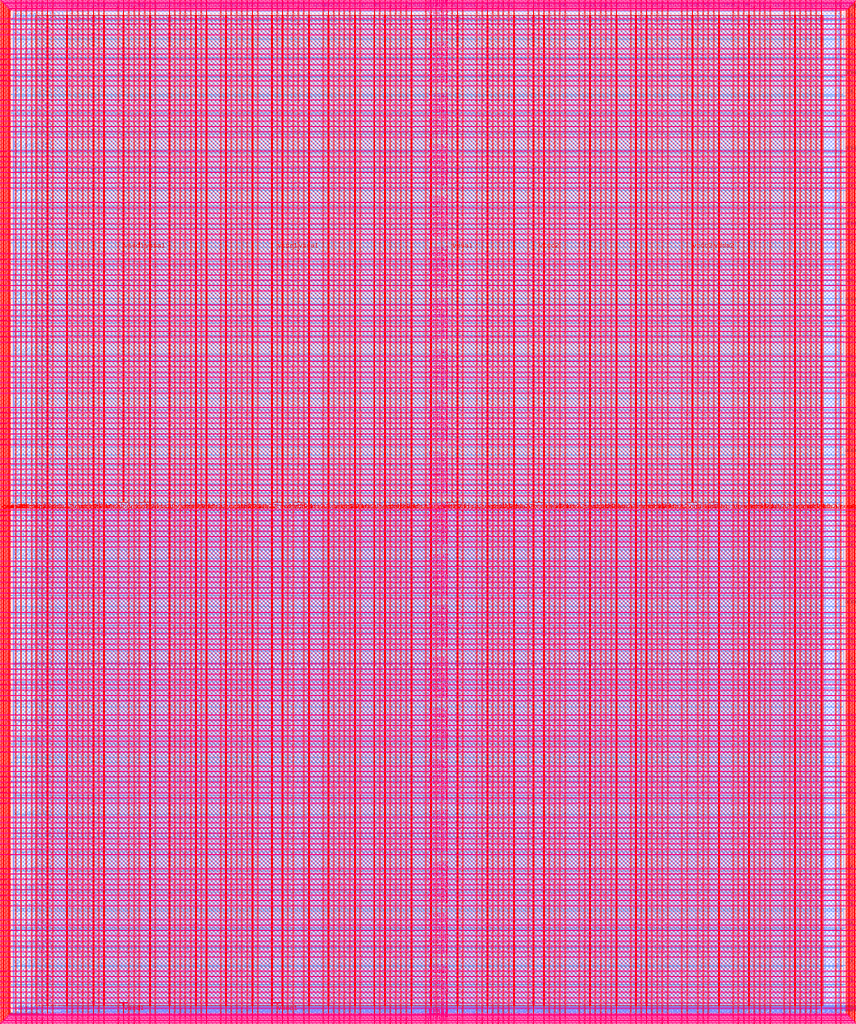
<source format=lef>
VERSION 5.7 ;
  NOWIREEXTENSIONATPIN ON ;
  DIVIDERCHAR "/" ;
  BUSBITCHARS "[]" ;
MACRO user_project_wrapper
  CLASS BLOCK ;
  FOREIGN user_project_wrapper ;
  ORIGIN 0.000 0.000 ;
  SIZE 2920.000 BY 3520.000 ;
  PIN analog_io[0]
    DIRECTION INOUT ;
    USE SIGNAL ;
    PORT
      LAYER met3 ;
        RECT 2917.600 1426.380 2924.800 1427.580 ;
    END
  END analog_io[0]
  PIN analog_io[10]
    DIRECTION INOUT ;
    USE SIGNAL ;
    PORT
      LAYER met2 ;
        RECT 2230.490 3517.600 2231.050 3524.800 ;
    END
  END analog_io[10]
  PIN analog_io[11]
    DIRECTION INOUT ;
    USE SIGNAL ;
    PORT
      LAYER met2 ;
        RECT 1905.730 3517.600 1906.290 3524.800 ;
    END
  END analog_io[11]
  PIN analog_io[12]
    DIRECTION INOUT ;
    USE SIGNAL ;
    PORT
      LAYER met2 ;
        RECT 1581.430 3517.600 1581.990 3524.800 ;
    END
  END analog_io[12]
  PIN analog_io[13]
    DIRECTION INOUT ;
    USE SIGNAL ;
    PORT
      LAYER met2 ;
        RECT 1257.130 3517.600 1257.690 3524.800 ;
    END
  END analog_io[13]
  PIN analog_io[14]
    DIRECTION INOUT ;
    USE SIGNAL ;
    PORT
      LAYER met2 ;
        RECT 932.370 3517.600 932.930 3524.800 ;
    END
  END analog_io[14]
  PIN analog_io[15]
    DIRECTION INOUT ;
    USE SIGNAL ;
    PORT
      LAYER met2 ;
        RECT 608.070 3517.600 608.630 3524.800 ;
    END
  END analog_io[15]
  PIN analog_io[16]
    DIRECTION INOUT ;
    USE SIGNAL ;
    PORT
      LAYER met2 ;
        RECT 283.770 3517.600 284.330 3524.800 ;
    END
  END analog_io[16]
  PIN analog_io[17]
    DIRECTION INOUT ;
    USE SIGNAL ;
    PORT
      LAYER met3 ;
        RECT -4.800 3486.100 2.400 3487.300 ;
    END
  END analog_io[17]
  PIN analog_io[18]
    DIRECTION INOUT ;
    USE SIGNAL ;
    PORT
      LAYER met3 ;
        RECT -4.800 3224.980 2.400 3226.180 ;
    END
  END analog_io[18]
  PIN analog_io[19]
    DIRECTION INOUT ;
    USE SIGNAL ;
    PORT
      LAYER met3 ;
        RECT -4.800 2964.540 2.400 2965.740 ;
    END
  END analog_io[19]
  PIN analog_io[1]
    DIRECTION INOUT ;
    USE SIGNAL ;
    PORT
      LAYER met3 ;
        RECT 2917.600 1692.260 2924.800 1693.460 ;
    END
  END analog_io[1]
  PIN analog_io[20]
    DIRECTION INOUT ;
    USE SIGNAL ;
    PORT
      LAYER met3 ;
        RECT -4.800 2703.420 2.400 2704.620 ;
    END
  END analog_io[20]
  PIN analog_io[21]
    DIRECTION INOUT ;
    USE SIGNAL ;
    PORT
      LAYER met3 ;
        RECT -4.800 2442.980 2.400 2444.180 ;
    END
  END analog_io[21]
  PIN analog_io[22]
    DIRECTION INOUT ;
    USE SIGNAL ;
    PORT
      LAYER met3 ;
        RECT -4.800 2182.540 2.400 2183.740 ;
    END
  END analog_io[22]
  PIN analog_io[23]
    DIRECTION INOUT ;
    USE SIGNAL ;
    PORT
      LAYER met3 ;
        RECT -4.800 1921.420 2.400 1922.620 ;
    END
  END analog_io[23]
  PIN analog_io[24]
    DIRECTION INOUT ;
    USE SIGNAL ;
    PORT
      LAYER met3 ;
        RECT -4.800 1660.980 2.400 1662.180 ;
    END
  END analog_io[24]
  PIN analog_io[25]
    DIRECTION INOUT ;
    USE SIGNAL ;
    PORT
      LAYER met3 ;
        RECT -4.800 1399.860 2.400 1401.060 ;
    END
  END analog_io[25]
  PIN analog_io[26]
    DIRECTION INOUT ;
    USE SIGNAL ;
    PORT
      LAYER met3 ;
        RECT -4.800 1139.420 2.400 1140.620 ;
    END
  END analog_io[26]
  PIN analog_io[27]
    DIRECTION INOUT ;
    USE SIGNAL ;
    PORT
      LAYER met3 ;
        RECT -4.800 878.980 2.400 880.180 ;
    END
  END analog_io[27]
  PIN analog_io[28]
    DIRECTION INOUT ;
    USE SIGNAL ;
    PORT
      LAYER met3 ;
        RECT -4.800 617.860 2.400 619.060 ;
    END
  END analog_io[28]
  PIN analog_io[2]
    DIRECTION INOUT ;
    USE SIGNAL ;
    PORT
      LAYER met3 ;
        RECT 2917.600 1958.140 2924.800 1959.340 ;
    END
  END analog_io[2]
  PIN analog_io[3]
    DIRECTION INOUT ;
    USE SIGNAL ;
    PORT
      LAYER met3 ;
        RECT 2917.600 2223.340 2924.800 2224.540 ;
    END
  END analog_io[3]
  PIN analog_io[4]
    DIRECTION INOUT ;
    USE SIGNAL ;
    PORT
      LAYER met3 ;
        RECT 2917.600 2489.220 2924.800 2490.420 ;
    END
  END analog_io[4]
  PIN analog_io[5]
    DIRECTION INOUT ;
    USE SIGNAL ;
    PORT
      LAYER met3 ;
        RECT 2917.600 2755.100 2924.800 2756.300 ;
    END
  END analog_io[5]
  PIN analog_io[6]
    DIRECTION INOUT ;
    USE SIGNAL ;
    PORT
      LAYER met3 ;
        RECT 2917.600 3020.300 2924.800 3021.500 ;
    END
  END analog_io[6]
  PIN analog_io[7]
    DIRECTION INOUT ;
    USE SIGNAL ;
    PORT
      LAYER met3 ;
        RECT 2917.600 3286.180 2924.800 3287.380 ;
    END
  END analog_io[7]
  PIN analog_io[8]
    DIRECTION INOUT ;
    USE SIGNAL ;
    PORT
      LAYER met2 ;
        RECT 2879.090 3517.600 2879.650 3524.800 ;
    END
  END analog_io[8]
  PIN analog_io[9]
    DIRECTION INOUT ;
    USE SIGNAL ;
    PORT
      LAYER met2 ;
        RECT 2554.790 3517.600 2555.350 3524.800 ;
    END
  END analog_io[9]
  PIN io_in[0]
    DIRECTION INPUT ;
    USE SIGNAL ;
    PORT
      LAYER met3 ;
        RECT 2917.600 32.380 2924.800 33.580 ;
    END
  END io_in[0]
  PIN io_in[10]
    DIRECTION INPUT ;
    USE SIGNAL ;
    PORT
      LAYER met3 ;
        RECT 2917.600 2289.980 2924.800 2291.180 ;
    END
  END io_in[10]
  PIN io_in[11]
    DIRECTION INPUT ;
    USE SIGNAL ;
    PORT
      LAYER met3 ;
        RECT 2917.600 2555.860 2924.800 2557.060 ;
    END
  END io_in[11]
  PIN io_in[12]
    DIRECTION INPUT ;
    USE SIGNAL ;
    PORT
      LAYER met3 ;
        RECT 2917.600 2821.060 2924.800 2822.260 ;
    END
  END io_in[12]
  PIN io_in[13]
    DIRECTION INPUT ;
    USE SIGNAL ;
    PORT
      LAYER met3 ;
        RECT 2917.600 3086.940 2924.800 3088.140 ;
    END
  END io_in[13]
  PIN io_in[14]
    DIRECTION INPUT ;
    USE SIGNAL ;
    PORT
      LAYER met3 ;
        RECT 2917.600 3352.820 2924.800 3354.020 ;
    END
  END io_in[14]
  PIN io_in[15]
    DIRECTION INPUT ;
    USE SIGNAL ;
    PORT
      LAYER met2 ;
        RECT 2798.130 3517.600 2798.690 3524.800 ;
    END
  END io_in[15]
  PIN io_in[16]
    DIRECTION INPUT ;
    USE SIGNAL ;
    PORT
      LAYER met2 ;
        RECT 2473.830 3517.600 2474.390 3524.800 ;
    END
  END io_in[16]
  PIN io_in[17]
    DIRECTION INPUT ;
    USE SIGNAL ;
    PORT
      LAYER met2 ;
        RECT 2149.070 3517.600 2149.630 3524.800 ;
    END
  END io_in[17]
  PIN io_in[18]
    DIRECTION INPUT ;
    USE SIGNAL ;
    PORT
      LAYER met2 ;
        RECT 1824.770 3517.600 1825.330 3524.800 ;
    END
  END io_in[18]
  PIN io_in[19]
    DIRECTION INPUT ;
    USE SIGNAL ;
    PORT
      LAYER met2 ;
        RECT 1500.470 3517.600 1501.030 3524.800 ;
    END
  END io_in[19]
  PIN io_in[1]
    DIRECTION INPUT ;
    USE SIGNAL ;
    PORT
      LAYER met3 ;
        RECT 2917.600 230.940 2924.800 232.140 ;
    END
  END io_in[1]
  PIN io_in[20]
    DIRECTION INPUT ;
    USE SIGNAL ;
    PORT
      LAYER met2 ;
        RECT 1175.710 3517.600 1176.270 3524.800 ;
    END
  END io_in[20]
  PIN io_in[21]
    DIRECTION INPUT ;
    USE SIGNAL ;
    PORT
      LAYER met2 ;
        RECT 851.410 3517.600 851.970 3524.800 ;
    END
  END io_in[21]
  PIN io_in[22]
    DIRECTION INPUT ;
    USE SIGNAL ;
    PORT
      LAYER met2 ;
        RECT 527.110 3517.600 527.670 3524.800 ;
    END
  END io_in[22]
  PIN io_in[23]
    DIRECTION INPUT ;
    USE SIGNAL ;
    PORT
      LAYER met2 ;
        RECT 202.350 3517.600 202.910 3524.800 ;
    END
  END io_in[23]
  PIN io_in[24]
    DIRECTION INPUT ;
    USE SIGNAL ;
    PORT
      LAYER met3 ;
        RECT -4.800 3420.820 2.400 3422.020 ;
    END
  END io_in[24]
  PIN io_in[25]
    DIRECTION INPUT ;
    USE SIGNAL ;
    PORT
      LAYER met3 ;
        RECT -4.800 3159.700 2.400 3160.900 ;
    END
  END io_in[25]
  PIN io_in[26]
    DIRECTION INPUT ;
    USE SIGNAL ;
    PORT
      LAYER met3 ;
        RECT -4.800 2899.260 2.400 2900.460 ;
    END
  END io_in[26]
  PIN io_in[27]
    DIRECTION INPUT ;
    USE SIGNAL ;
    PORT
      LAYER met3 ;
        RECT -4.800 2638.820 2.400 2640.020 ;
    END
  END io_in[27]
  PIN io_in[28]
    DIRECTION INPUT ;
    USE SIGNAL ;
    PORT
      LAYER met3 ;
        RECT -4.800 2377.700 2.400 2378.900 ;
    END
  END io_in[28]
  PIN io_in[29]
    DIRECTION INPUT ;
    USE SIGNAL ;
    PORT
      LAYER met3 ;
        RECT -4.800 2117.260 2.400 2118.460 ;
    END
  END io_in[29]
  PIN io_in[2]
    DIRECTION INPUT ;
    USE SIGNAL ;
    PORT
      LAYER met3 ;
        RECT 2917.600 430.180 2924.800 431.380 ;
    END
  END io_in[2]
  PIN io_in[30]
    DIRECTION INPUT ;
    USE SIGNAL ;
    PORT
      LAYER met3 ;
        RECT -4.800 1856.140 2.400 1857.340 ;
    END
  END io_in[30]
  PIN io_in[31]
    DIRECTION INPUT ;
    USE SIGNAL ;
    PORT
      LAYER met3 ;
        RECT -4.800 1595.700 2.400 1596.900 ;
    END
  END io_in[31]
  PIN io_in[32]
    DIRECTION INPUT ;
    USE SIGNAL ;
    PORT
      LAYER met3 ;
        RECT -4.800 1335.260 2.400 1336.460 ;
    END
  END io_in[32]
  PIN io_in[33]
    DIRECTION INPUT ;
    USE SIGNAL ;
    PORT
      LAYER met3 ;
        RECT -4.800 1074.140 2.400 1075.340 ;
    END
  END io_in[33]
  PIN io_in[34]
    DIRECTION INPUT ;
    USE SIGNAL ;
    PORT
      LAYER met3 ;
        RECT -4.800 813.700 2.400 814.900 ;
    END
  END io_in[34]
  PIN io_in[35]
    DIRECTION INPUT ;
    USE SIGNAL ;
    PORT
      LAYER met3 ;
        RECT -4.800 552.580 2.400 553.780 ;
    END
  END io_in[35]
  PIN io_in[36]
    DIRECTION INPUT ;
    USE SIGNAL ;
    PORT
      LAYER met3 ;
        RECT -4.800 357.420 2.400 358.620 ;
    END
  END io_in[36]
  PIN io_in[37]
    DIRECTION INPUT ;
    USE SIGNAL ;
    PORT
      LAYER met3 ;
        RECT -4.800 161.580 2.400 162.780 ;
    END
  END io_in[37]
  PIN io_in[3]
    DIRECTION INPUT ;
    USE SIGNAL ;
    PORT
      LAYER met3 ;
        RECT 2917.600 629.420 2924.800 630.620 ;
    END
  END io_in[3]
  PIN io_in[4]
    DIRECTION INPUT ;
    USE SIGNAL ;
    PORT
      LAYER met3 ;
        RECT 2917.600 828.660 2924.800 829.860 ;
    END
  END io_in[4]
  PIN io_in[5]
    DIRECTION INPUT ;
    USE SIGNAL ;
    PORT
      LAYER met3 ;
        RECT 2917.600 1027.900 2924.800 1029.100 ;
    END
  END io_in[5]
  PIN io_in[6]
    DIRECTION INPUT ;
    USE SIGNAL ;
    PORT
      LAYER met3 ;
        RECT 2917.600 1227.140 2924.800 1228.340 ;
    END
  END io_in[6]
  PIN io_in[7]
    DIRECTION INPUT ;
    USE SIGNAL ;
    PORT
      LAYER met3 ;
        RECT 2917.600 1493.020 2924.800 1494.220 ;
    END
  END io_in[7]
  PIN io_in[8]
    DIRECTION INPUT ;
    USE SIGNAL ;
    PORT
      LAYER met3 ;
        RECT 2917.600 1758.900 2924.800 1760.100 ;
    END
  END io_in[8]
  PIN io_in[9]
    DIRECTION INPUT ;
    USE SIGNAL ;
    PORT
      LAYER met3 ;
        RECT 2917.600 2024.100 2924.800 2025.300 ;
    END
  END io_in[9]
  PIN io_oeb[0]
    DIRECTION OUTPUT TRISTATE ;
    USE SIGNAL ;
    PORT
      LAYER met3 ;
        RECT 2917.600 164.980 2924.800 166.180 ;
    END
  END io_oeb[0]
  PIN io_oeb[10]
    DIRECTION OUTPUT TRISTATE ;
    USE SIGNAL ;
    PORT
      LAYER met3 ;
        RECT 2917.600 2422.580 2924.800 2423.780 ;
    END
  END io_oeb[10]
  PIN io_oeb[11]
    DIRECTION OUTPUT TRISTATE ;
    USE SIGNAL ;
    PORT
      LAYER met3 ;
        RECT 2917.600 2688.460 2924.800 2689.660 ;
    END
  END io_oeb[11]
  PIN io_oeb[12]
    DIRECTION OUTPUT TRISTATE ;
    USE SIGNAL ;
    PORT
      LAYER met3 ;
        RECT 2917.600 2954.340 2924.800 2955.540 ;
    END
  END io_oeb[12]
  PIN io_oeb[13]
    DIRECTION OUTPUT TRISTATE ;
    USE SIGNAL ;
    PORT
      LAYER met3 ;
        RECT 2917.600 3219.540 2924.800 3220.740 ;
    END
  END io_oeb[13]
  PIN io_oeb[14]
    DIRECTION OUTPUT TRISTATE ;
    USE SIGNAL ;
    PORT
      LAYER met3 ;
        RECT 2917.600 3485.420 2924.800 3486.620 ;
    END
  END io_oeb[14]
  PIN io_oeb[15]
    DIRECTION OUTPUT TRISTATE ;
    USE SIGNAL ;
    PORT
      LAYER met2 ;
        RECT 2635.750 3517.600 2636.310 3524.800 ;
    END
  END io_oeb[15]
  PIN io_oeb[16]
    DIRECTION OUTPUT TRISTATE ;
    USE SIGNAL ;
    PORT
      LAYER met2 ;
        RECT 2311.450 3517.600 2312.010 3524.800 ;
    END
  END io_oeb[16]
  PIN io_oeb[17]
    DIRECTION OUTPUT TRISTATE ;
    USE SIGNAL ;
    PORT
      LAYER met2 ;
        RECT 1987.150 3517.600 1987.710 3524.800 ;
    END
  END io_oeb[17]
  PIN io_oeb[18]
    DIRECTION OUTPUT TRISTATE ;
    USE SIGNAL ;
    PORT
      LAYER met2 ;
        RECT 1662.390 3517.600 1662.950 3524.800 ;
    END
  END io_oeb[18]
  PIN io_oeb[19]
    DIRECTION OUTPUT TRISTATE ;
    USE SIGNAL ;
    PORT
      LAYER met2 ;
        RECT 1338.090 3517.600 1338.650 3524.800 ;
    END
  END io_oeb[19]
  PIN io_oeb[1]
    DIRECTION OUTPUT TRISTATE ;
    USE SIGNAL ;
    PORT
      LAYER met3 ;
        RECT 2917.600 364.220 2924.800 365.420 ;
    END
  END io_oeb[1]
  PIN io_oeb[20]
    DIRECTION OUTPUT TRISTATE ;
    USE SIGNAL ;
    PORT
      LAYER met2 ;
        RECT 1013.790 3517.600 1014.350 3524.800 ;
    END
  END io_oeb[20]
  PIN io_oeb[21]
    DIRECTION OUTPUT TRISTATE ;
    USE SIGNAL ;
    PORT
      LAYER met2 ;
        RECT 689.030 3517.600 689.590 3524.800 ;
    END
  END io_oeb[21]
  PIN io_oeb[22]
    DIRECTION OUTPUT TRISTATE ;
    USE SIGNAL ;
    PORT
      LAYER met2 ;
        RECT 364.730 3517.600 365.290 3524.800 ;
    END
  END io_oeb[22]
  PIN io_oeb[23]
    DIRECTION OUTPUT TRISTATE ;
    USE SIGNAL ;
    PORT
      LAYER met2 ;
        RECT 40.430 3517.600 40.990 3524.800 ;
    END
  END io_oeb[23]
  PIN io_oeb[24]
    DIRECTION OUTPUT TRISTATE ;
    USE SIGNAL ;
    PORT
      LAYER met3 ;
        RECT -4.800 3290.260 2.400 3291.460 ;
    END
  END io_oeb[24]
  PIN io_oeb[25]
    DIRECTION OUTPUT TRISTATE ;
    USE SIGNAL ;
    PORT
      LAYER met3 ;
        RECT -4.800 3029.820 2.400 3031.020 ;
    END
  END io_oeb[25]
  PIN io_oeb[26]
    DIRECTION OUTPUT TRISTATE ;
    USE SIGNAL ;
    PORT
      LAYER met3 ;
        RECT -4.800 2768.700 2.400 2769.900 ;
    END
  END io_oeb[26]
  PIN io_oeb[27]
    DIRECTION OUTPUT TRISTATE ;
    USE SIGNAL ;
    PORT
      LAYER met3 ;
        RECT -4.800 2508.260 2.400 2509.460 ;
    END
  END io_oeb[27]
  PIN io_oeb[28]
    DIRECTION OUTPUT TRISTATE ;
    USE SIGNAL ;
    PORT
      LAYER met3 ;
        RECT -4.800 2247.140 2.400 2248.340 ;
    END
  END io_oeb[28]
  PIN io_oeb[29]
    DIRECTION OUTPUT TRISTATE ;
    USE SIGNAL ;
    PORT
      LAYER met3 ;
        RECT -4.800 1986.700 2.400 1987.900 ;
    END
  END io_oeb[29]
  PIN io_oeb[2]
    DIRECTION OUTPUT TRISTATE ;
    USE SIGNAL ;
    PORT
      LAYER met3 ;
        RECT 2917.600 563.460 2924.800 564.660 ;
    END
  END io_oeb[2]
  PIN io_oeb[30]
    DIRECTION OUTPUT TRISTATE ;
    USE SIGNAL ;
    PORT
      LAYER met3 ;
        RECT -4.800 1726.260 2.400 1727.460 ;
    END
  END io_oeb[30]
  PIN io_oeb[31]
    DIRECTION OUTPUT TRISTATE ;
    USE SIGNAL ;
    PORT
      LAYER met3 ;
        RECT -4.800 1465.140 2.400 1466.340 ;
    END
  END io_oeb[31]
  PIN io_oeb[32]
    DIRECTION OUTPUT TRISTATE ;
    USE SIGNAL ;
    PORT
      LAYER met3 ;
        RECT -4.800 1204.700 2.400 1205.900 ;
    END
  END io_oeb[32]
  PIN io_oeb[33]
    DIRECTION OUTPUT TRISTATE ;
    USE SIGNAL ;
    PORT
      LAYER met3 ;
        RECT -4.800 943.580 2.400 944.780 ;
    END
  END io_oeb[33]
  PIN io_oeb[34]
    DIRECTION OUTPUT TRISTATE ;
    USE SIGNAL ;
    PORT
      LAYER met3 ;
        RECT -4.800 683.140 2.400 684.340 ;
    END
  END io_oeb[34]
  PIN io_oeb[35]
    DIRECTION OUTPUT TRISTATE ;
    USE SIGNAL ;
    PORT
      LAYER met3 ;
        RECT -4.800 422.700 2.400 423.900 ;
    END
  END io_oeb[35]
  PIN io_oeb[36]
    DIRECTION OUTPUT TRISTATE ;
    USE SIGNAL ;
    PORT
      LAYER met3 ;
        RECT -4.800 226.860 2.400 228.060 ;
    END
  END io_oeb[36]
  PIN io_oeb[37]
    DIRECTION OUTPUT TRISTATE ;
    USE SIGNAL ;
    PORT
      LAYER met3 ;
        RECT -4.800 31.700 2.400 32.900 ;
    END
  END io_oeb[37]
  PIN io_oeb[3]
    DIRECTION OUTPUT TRISTATE ;
    USE SIGNAL ;
    PORT
      LAYER met3 ;
        RECT 2917.600 762.700 2924.800 763.900 ;
    END
  END io_oeb[3]
  PIN io_oeb[4]
    DIRECTION OUTPUT TRISTATE ;
    USE SIGNAL ;
    PORT
      LAYER met3 ;
        RECT 2917.600 961.940 2924.800 963.140 ;
    END
  END io_oeb[4]
  PIN io_oeb[5]
    DIRECTION OUTPUT TRISTATE ;
    USE SIGNAL ;
    PORT
      LAYER met3 ;
        RECT 2917.600 1161.180 2924.800 1162.380 ;
    END
  END io_oeb[5]
  PIN io_oeb[6]
    DIRECTION OUTPUT TRISTATE ;
    USE SIGNAL ;
    PORT
      LAYER met3 ;
        RECT 2917.600 1360.420 2924.800 1361.620 ;
    END
  END io_oeb[6]
  PIN io_oeb[7]
    DIRECTION OUTPUT TRISTATE ;
    USE SIGNAL ;
    PORT
      LAYER met3 ;
        RECT 2917.600 1625.620 2924.800 1626.820 ;
    END
  END io_oeb[7]
  PIN io_oeb[8]
    DIRECTION OUTPUT TRISTATE ;
    USE SIGNAL ;
    PORT
      LAYER met3 ;
        RECT 2917.600 1891.500 2924.800 1892.700 ;
    END
  END io_oeb[8]
  PIN io_oeb[9]
    DIRECTION OUTPUT TRISTATE ;
    USE SIGNAL ;
    PORT
      LAYER met3 ;
        RECT 2917.600 2157.380 2924.800 2158.580 ;
    END
  END io_oeb[9]
  PIN io_out[0]
    DIRECTION OUTPUT TRISTATE ;
    USE SIGNAL ;
    PORT
      LAYER met3 ;
        RECT 2917.600 98.340 2924.800 99.540 ;
    END
  END io_out[0]
  PIN io_out[10]
    DIRECTION OUTPUT TRISTATE ;
    USE SIGNAL ;
    PORT
      LAYER met3 ;
        RECT 2917.600 2356.620 2924.800 2357.820 ;
    END
  END io_out[10]
  PIN io_out[11]
    DIRECTION OUTPUT TRISTATE ;
    USE SIGNAL ;
    PORT
      LAYER met3 ;
        RECT 2917.600 2621.820 2924.800 2623.020 ;
    END
  END io_out[11]
  PIN io_out[12]
    DIRECTION OUTPUT TRISTATE ;
    USE SIGNAL ;
    PORT
      LAYER met3 ;
        RECT 2917.600 2887.700 2924.800 2888.900 ;
    END
  END io_out[12]
  PIN io_out[13]
    DIRECTION OUTPUT TRISTATE ;
    USE SIGNAL ;
    PORT
      LAYER met3 ;
        RECT 2917.600 3153.580 2924.800 3154.780 ;
    END
  END io_out[13]
  PIN io_out[14]
    DIRECTION OUTPUT TRISTATE ;
    USE SIGNAL ;
    PORT
      LAYER met3 ;
        RECT 2917.600 3418.780 2924.800 3419.980 ;
    END
  END io_out[14]
  PIN io_out[15]
    DIRECTION OUTPUT TRISTATE ;
    USE SIGNAL ;
    PORT
      LAYER met2 ;
        RECT 2717.170 3517.600 2717.730 3524.800 ;
    END
  END io_out[15]
  PIN io_out[16]
    DIRECTION OUTPUT TRISTATE ;
    USE SIGNAL ;
    PORT
      LAYER met2 ;
        RECT 2392.410 3517.600 2392.970 3524.800 ;
    END
  END io_out[16]
  PIN io_out[17]
    DIRECTION OUTPUT TRISTATE ;
    USE SIGNAL ;
    PORT
      LAYER met2 ;
        RECT 2068.110 3517.600 2068.670 3524.800 ;
    END
  END io_out[17]
  PIN io_out[18]
    DIRECTION OUTPUT TRISTATE ;
    USE SIGNAL ;
    PORT
      LAYER met2 ;
        RECT 1743.810 3517.600 1744.370 3524.800 ;
    END
  END io_out[18]
  PIN io_out[19]
    DIRECTION OUTPUT TRISTATE ;
    USE SIGNAL ;
    PORT
      LAYER met2 ;
        RECT 1419.050 3517.600 1419.610 3524.800 ;
    END
  END io_out[19]
  PIN io_out[1]
    DIRECTION OUTPUT TRISTATE ;
    USE SIGNAL ;
    PORT
      LAYER met3 ;
        RECT 2917.600 297.580 2924.800 298.780 ;
    END
  END io_out[1]
  PIN io_out[20]
    DIRECTION OUTPUT TRISTATE ;
    USE SIGNAL ;
    PORT
      LAYER met2 ;
        RECT 1094.750 3517.600 1095.310 3524.800 ;
    END
  END io_out[20]
  PIN io_out[21]
    DIRECTION OUTPUT TRISTATE ;
    USE SIGNAL ;
    PORT
      LAYER met2 ;
        RECT 770.450 3517.600 771.010 3524.800 ;
    END
  END io_out[21]
  PIN io_out[22]
    DIRECTION OUTPUT TRISTATE ;
    USE SIGNAL ;
    PORT
      LAYER met2 ;
        RECT 445.690 3517.600 446.250 3524.800 ;
    END
  END io_out[22]
  PIN io_out[23]
    DIRECTION OUTPUT TRISTATE ;
    USE SIGNAL ;
    PORT
      LAYER met2 ;
        RECT 121.390 3517.600 121.950 3524.800 ;
    END
  END io_out[23]
  PIN io_out[24]
    DIRECTION OUTPUT TRISTATE ;
    USE SIGNAL ;
    PORT
      LAYER met3 ;
        RECT -4.800 3355.540 2.400 3356.740 ;
    END
  END io_out[24]
  PIN io_out[25]
    DIRECTION OUTPUT TRISTATE ;
    USE SIGNAL ;
    PORT
      LAYER met3 ;
        RECT -4.800 3095.100 2.400 3096.300 ;
    END
  END io_out[25]
  PIN io_out[26]
    DIRECTION OUTPUT TRISTATE ;
    USE SIGNAL ;
    PORT
      LAYER met3 ;
        RECT -4.800 2833.980 2.400 2835.180 ;
    END
  END io_out[26]
  PIN io_out[27]
    DIRECTION OUTPUT TRISTATE ;
    USE SIGNAL ;
    PORT
      LAYER met3 ;
        RECT -4.800 2573.540 2.400 2574.740 ;
    END
  END io_out[27]
  PIN io_out[28]
    DIRECTION OUTPUT TRISTATE ;
    USE SIGNAL ;
    PORT
      LAYER met3 ;
        RECT -4.800 2312.420 2.400 2313.620 ;
    END
  END io_out[28]
  PIN io_out[29]
    DIRECTION OUTPUT TRISTATE ;
    USE SIGNAL ;
    PORT
      LAYER met3 ;
        RECT -4.800 2051.980 2.400 2053.180 ;
    END
  END io_out[29]
  PIN io_out[2]
    DIRECTION OUTPUT TRISTATE ;
    USE SIGNAL ;
    PORT
      LAYER met3 ;
        RECT 2917.600 496.820 2924.800 498.020 ;
    END
  END io_out[2]
  PIN io_out[30]
    DIRECTION OUTPUT TRISTATE ;
    USE SIGNAL ;
    PORT
      LAYER met3 ;
        RECT -4.800 1791.540 2.400 1792.740 ;
    END
  END io_out[30]
  PIN io_out[31]
    DIRECTION OUTPUT TRISTATE ;
    USE SIGNAL ;
    PORT
      LAYER met3 ;
        RECT -4.800 1530.420 2.400 1531.620 ;
    END
  END io_out[31]
  PIN io_out[32]
    DIRECTION OUTPUT TRISTATE ;
    USE SIGNAL ;
    PORT
      LAYER met3 ;
        RECT -4.800 1269.980 2.400 1271.180 ;
    END
  END io_out[32]
  PIN io_out[33]
    DIRECTION OUTPUT TRISTATE ;
    USE SIGNAL ;
    PORT
      LAYER met3 ;
        RECT -4.800 1008.860 2.400 1010.060 ;
    END
  END io_out[33]
  PIN io_out[34]
    DIRECTION OUTPUT TRISTATE ;
    USE SIGNAL ;
    PORT
      LAYER met3 ;
        RECT -4.800 748.420 2.400 749.620 ;
    END
  END io_out[34]
  PIN io_out[35]
    DIRECTION OUTPUT TRISTATE ;
    USE SIGNAL ;
    PORT
      LAYER met3 ;
        RECT -4.800 487.300 2.400 488.500 ;
    END
  END io_out[35]
  PIN io_out[36]
    DIRECTION OUTPUT TRISTATE ;
    USE SIGNAL ;
    PORT
      LAYER met3 ;
        RECT -4.800 292.140 2.400 293.340 ;
    END
  END io_out[36]
  PIN io_out[37]
    DIRECTION OUTPUT TRISTATE ;
    USE SIGNAL ;
    PORT
      LAYER met3 ;
        RECT -4.800 96.300 2.400 97.500 ;
    END
  END io_out[37]
  PIN io_out[3]
    DIRECTION OUTPUT TRISTATE ;
    USE SIGNAL ;
    PORT
      LAYER met3 ;
        RECT 2917.600 696.060 2924.800 697.260 ;
    END
  END io_out[3]
  PIN io_out[4]
    DIRECTION OUTPUT TRISTATE ;
    USE SIGNAL ;
    PORT
      LAYER met3 ;
        RECT 2917.600 895.300 2924.800 896.500 ;
    END
  END io_out[4]
  PIN io_out[5]
    DIRECTION OUTPUT TRISTATE ;
    USE SIGNAL ;
    PORT
      LAYER met3 ;
        RECT 2917.600 1094.540 2924.800 1095.740 ;
    END
  END io_out[5]
  PIN io_out[6]
    DIRECTION OUTPUT TRISTATE ;
    USE SIGNAL ;
    PORT
      LAYER met3 ;
        RECT 2917.600 1293.780 2924.800 1294.980 ;
    END
  END io_out[6]
  PIN io_out[7]
    DIRECTION OUTPUT TRISTATE ;
    USE SIGNAL ;
    PORT
      LAYER met3 ;
        RECT 2917.600 1559.660 2924.800 1560.860 ;
    END
  END io_out[7]
  PIN io_out[8]
    DIRECTION OUTPUT TRISTATE ;
    USE SIGNAL ;
    PORT
      LAYER met3 ;
        RECT 2917.600 1824.860 2924.800 1826.060 ;
    END
  END io_out[8]
  PIN io_out[9]
    DIRECTION OUTPUT TRISTATE ;
    USE SIGNAL ;
    PORT
      LAYER met3 ;
        RECT 2917.600 2090.740 2924.800 2091.940 ;
    END
  END io_out[9]
  PIN la_data_in[0]
    DIRECTION INPUT ;
    USE SIGNAL ;
    PORT
      LAYER met2 ;
        RECT 629.230 -4.800 629.790 2.400 ;
    END
  END la_data_in[0]
  PIN la_data_in[100]
    DIRECTION INPUT ;
    USE SIGNAL ;
    PORT
      LAYER met2 ;
        RECT 2402.530 -4.800 2403.090 2.400 ;
    END
  END la_data_in[100]
  PIN la_data_in[101]
    DIRECTION INPUT ;
    USE SIGNAL ;
    PORT
      LAYER met2 ;
        RECT 2420.010 -4.800 2420.570 2.400 ;
    END
  END la_data_in[101]
  PIN la_data_in[102]
    DIRECTION INPUT ;
    USE SIGNAL ;
    PORT
      LAYER met2 ;
        RECT 2437.950 -4.800 2438.510 2.400 ;
    END
  END la_data_in[102]
  PIN la_data_in[103]
    DIRECTION INPUT ;
    USE SIGNAL ;
    PORT
      LAYER met2 ;
        RECT 2455.430 -4.800 2455.990 2.400 ;
    END
  END la_data_in[103]
  PIN la_data_in[104]
    DIRECTION INPUT ;
    USE SIGNAL ;
    PORT
      LAYER met2 ;
        RECT 2473.370 -4.800 2473.930 2.400 ;
    END
  END la_data_in[104]
  PIN la_data_in[105]
    DIRECTION INPUT ;
    USE SIGNAL ;
    PORT
      LAYER met2 ;
        RECT 2490.850 -4.800 2491.410 2.400 ;
    END
  END la_data_in[105]
  PIN la_data_in[106]
    DIRECTION INPUT ;
    USE SIGNAL ;
    PORT
      LAYER met2 ;
        RECT 2508.790 -4.800 2509.350 2.400 ;
    END
  END la_data_in[106]
  PIN la_data_in[107]
    DIRECTION INPUT ;
    USE SIGNAL ;
    PORT
      LAYER met2 ;
        RECT 2526.730 -4.800 2527.290 2.400 ;
    END
  END la_data_in[107]
  PIN la_data_in[108]
    DIRECTION INPUT ;
    USE SIGNAL ;
    PORT
      LAYER met2 ;
        RECT 2544.210 -4.800 2544.770 2.400 ;
    END
  END la_data_in[108]
  PIN la_data_in[109]
    DIRECTION INPUT ;
    USE SIGNAL ;
    PORT
      LAYER met2 ;
        RECT 2562.150 -4.800 2562.710 2.400 ;
    END
  END la_data_in[109]
  PIN la_data_in[10]
    DIRECTION INPUT ;
    USE SIGNAL ;
    PORT
      LAYER met2 ;
        RECT 806.330 -4.800 806.890 2.400 ;
    END
  END la_data_in[10]
  PIN la_data_in[110]
    DIRECTION INPUT ;
    USE SIGNAL ;
    PORT
      LAYER met2 ;
        RECT 2579.630 -4.800 2580.190 2.400 ;
    END
  END la_data_in[110]
  PIN la_data_in[111]
    DIRECTION INPUT ;
    USE SIGNAL ;
    PORT
      LAYER met2 ;
        RECT 2597.570 -4.800 2598.130 2.400 ;
    END
  END la_data_in[111]
  PIN la_data_in[112]
    DIRECTION INPUT ;
    USE SIGNAL ;
    PORT
      LAYER met2 ;
        RECT 2615.050 -4.800 2615.610 2.400 ;
    END
  END la_data_in[112]
  PIN la_data_in[113]
    DIRECTION INPUT ;
    USE SIGNAL ;
    PORT
      LAYER met2 ;
        RECT 2632.990 -4.800 2633.550 2.400 ;
    END
  END la_data_in[113]
  PIN la_data_in[114]
    DIRECTION INPUT ;
    USE SIGNAL ;
    PORT
      LAYER met2 ;
        RECT 2650.470 -4.800 2651.030 2.400 ;
    END
  END la_data_in[114]
  PIN la_data_in[115]
    DIRECTION INPUT ;
    USE SIGNAL ;
    PORT
      LAYER met2 ;
        RECT 2668.410 -4.800 2668.970 2.400 ;
    END
  END la_data_in[115]
  PIN la_data_in[116]
    DIRECTION INPUT ;
    USE SIGNAL ;
    PORT
      LAYER met2 ;
        RECT 2685.890 -4.800 2686.450 2.400 ;
    END
  END la_data_in[116]
  PIN la_data_in[117]
    DIRECTION INPUT ;
    USE SIGNAL ;
    PORT
      LAYER met2 ;
        RECT 2703.830 -4.800 2704.390 2.400 ;
    END
  END la_data_in[117]
  PIN la_data_in[118]
    DIRECTION INPUT ;
    USE SIGNAL ;
    PORT
      LAYER met2 ;
        RECT 2721.770 -4.800 2722.330 2.400 ;
    END
  END la_data_in[118]
  PIN la_data_in[119]
    DIRECTION INPUT ;
    USE SIGNAL ;
    PORT
      LAYER met2 ;
        RECT 2739.250 -4.800 2739.810 2.400 ;
    END
  END la_data_in[119]
  PIN la_data_in[11]
    DIRECTION INPUT ;
    USE SIGNAL ;
    PORT
      LAYER met2 ;
        RECT 824.270 -4.800 824.830 2.400 ;
    END
  END la_data_in[11]
  PIN la_data_in[120]
    DIRECTION INPUT ;
    USE SIGNAL ;
    PORT
      LAYER met2 ;
        RECT 2757.190 -4.800 2757.750 2.400 ;
    END
  END la_data_in[120]
  PIN la_data_in[121]
    DIRECTION INPUT ;
    USE SIGNAL ;
    PORT
      LAYER met2 ;
        RECT 2774.670 -4.800 2775.230 2.400 ;
    END
  END la_data_in[121]
  PIN la_data_in[122]
    DIRECTION INPUT ;
    USE SIGNAL ;
    PORT
      LAYER met2 ;
        RECT 2792.610 -4.800 2793.170 2.400 ;
    END
  END la_data_in[122]
  PIN la_data_in[123]
    DIRECTION INPUT ;
    USE SIGNAL ;
    PORT
      LAYER met2 ;
        RECT 2810.090 -4.800 2810.650 2.400 ;
    END
  END la_data_in[123]
  PIN la_data_in[124]
    DIRECTION INPUT ;
    USE SIGNAL ;
    PORT
      LAYER met2 ;
        RECT 2828.030 -4.800 2828.590 2.400 ;
    END
  END la_data_in[124]
  PIN la_data_in[125]
    DIRECTION INPUT ;
    USE SIGNAL ;
    PORT
      LAYER met2 ;
        RECT 2845.510 -4.800 2846.070 2.400 ;
    END
  END la_data_in[125]
  PIN la_data_in[126]
    DIRECTION INPUT ;
    USE SIGNAL ;
    PORT
      LAYER met2 ;
        RECT 2863.450 -4.800 2864.010 2.400 ;
    END
  END la_data_in[126]
  PIN la_data_in[127]
    DIRECTION INPUT ;
    USE SIGNAL ;
    PORT
      LAYER met2 ;
        RECT 2881.390 -4.800 2881.950 2.400 ;
    END
  END la_data_in[127]
  PIN la_data_in[12]
    DIRECTION INPUT ;
    USE SIGNAL ;
    PORT
      LAYER met2 ;
        RECT 841.750 -4.800 842.310 2.400 ;
    END
  END la_data_in[12]
  PIN la_data_in[13]
    DIRECTION INPUT ;
    USE SIGNAL ;
    PORT
      LAYER met2 ;
        RECT 859.690 -4.800 860.250 2.400 ;
    END
  END la_data_in[13]
  PIN la_data_in[14]
    DIRECTION INPUT ;
    USE SIGNAL ;
    PORT
      LAYER met2 ;
        RECT 877.170 -4.800 877.730 2.400 ;
    END
  END la_data_in[14]
  PIN la_data_in[15]
    DIRECTION INPUT ;
    USE SIGNAL ;
    PORT
      LAYER met2 ;
        RECT 895.110 -4.800 895.670 2.400 ;
    END
  END la_data_in[15]
  PIN la_data_in[16]
    DIRECTION INPUT ;
    USE SIGNAL ;
    PORT
      LAYER met2 ;
        RECT 912.590 -4.800 913.150 2.400 ;
    END
  END la_data_in[16]
  PIN la_data_in[17]
    DIRECTION INPUT ;
    USE SIGNAL ;
    PORT
      LAYER met2 ;
        RECT 930.530 -4.800 931.090 2.400 ;
    END
  END la_data_in[17]
  PIN la_data_in[18]
    DIRECTION INPUT ;
    USE SIGNAL ;
    PORT
      LAYER met2 ;
        RECT 948.470 -4.800 949.030 2.400 ;
    END
  END la_data_in[18]
  PIN la_data_in[19]
    DIRECTION INPUT ;
    USE SIGNAL ;
    PORT
      LAYER met2 ;
        RECT 965.950 -4.800 966.510 2.400 ;
    END
  END la_data_in[19]
  PIN la_data_in[1]
    DIRECTION INPUT ;
    USE SIGNAL ;
    PORT
      LAYER met2 ;
        RECT 646.710 -4.800 647.270 2.400 ;
    END
  END la_data_in[1]
  PIN la_data_in[20]
    DIRECTION INPUT ;
    USE SIGNAL ;
    PORT
      LAYER met2 ;
        RECT 983.890 -4.800 984.450 2.400 ;
    END
  END la_data_in[20]
  PIN la_data_in[21]
    DIRECTION INPUT ;
    USE SIGNAL ;
    PORT
      LAYER met2 ;
        RECT 1001.370 -4.800 1001.930 2.400 ;
    END
  END la_data_in[21]
  PIN la_data_in[22]
    DIRECTION INPUT ;
    USE SIGNAL ;
    PORT
      LAYER met2 ;
        RECT 1019.310 -4.800 1019.870 2.400 ;
    END
  END la_data_in[22]
  PIN la_data_in[23]
    DIRECTION INPUT ;
    USE SIGNAL ;
    PORT
      LAYER met2 ;
        RECT 1036.790 -4.800 1037.350 2.400 ;
    END
  END la_data_in[23]
  PIN la_data_in[24]
    DIRECTION INPUT ;
    USE SIGNAL ;
    PORT
      LAYER met2 ;
        RECT 1054.730 -4.800 1055.290 2.400 ;
    END
  END la_data_in[24]
  PIN la_data_in[25]
    DIRECTION INPUT ;
    USE SIGNAL ;
    PORT
      LAYER met2 ;
        RECT 1072.210 -4.800 1072.770 2.400 ;
    END
  END la_data_in[25]
  PIN la_data_in[26]
    DIRECTION INPUT ;
    USE SIGNAL ;
    PORT
      LAYER met2 ;
        RECT 1090.150 -4.800 1090.710 2.400 ;
    END
  END la_data_in[26]
  PIN la_data_in[27]
    DIRECTION INPUT ;
    USE SIGNAL ;
    PORT
      LAYER met2 ;
        RECT 1107.630 -4.800 1108.190 2.400 ;
    END
  END la_data_in[27]
  PIN la_data_in[28]
    DIRECTION INPUT ;
    USE SIGNAL ;
    PORT
      LAYER met2 ;
        RECT 1125.570 -4.800 1126.130 2.400 ;
    END
  END la_data_in[28]
  PIN la_data_in[29]
    DIRECTION INPUT ;
    USE SIGNAL ;
    PORT
      LAYER met2 ;
        RECT 1143.510 -4.800 1144.070 2.400 ;
    END
  END la_data_in[29]
  PIN la_data_in[2]
    DIRECTION INPUT ;
    USE SIGNAL ;
    PORT
      LAYER met2 ;
        RECT 664.650 -4.800 665.210 2.400 ;
    END
  END la_data_in[2]
  PIN la_data_in[30]
    DIRECTION INPUT ;
    USE SIGNAL ;
    PORT
      LAYER met2 ;
        RECT 1160.990 -4.800 1161.550 2.400 ;
    END
  END la_data_in[30]
  PIN la_data_in[31]
    DIRECTION INPUT ;
    USE SIGNAL ;
    PORT
      LAYER met2 ;
        RECT 1178.930 -4.800 1179.490 2.400 ;
    END
  END la_data_in[31]
  PIN la_data_in[32]
    DIRECTION INPUT ;
    USE SIGNAL ;
    PORT
      LAYER met2 ;
        RECT 1196.410 -4.800 1196.970 2.400 ;
    END
  END la_data_in[32]
  PIN la_data_in[33]
    DIRECTION INPUT ;
    USE SIGNAL ;
    PORT
      LAYER met2 ;
        RECT 1214.350 -4.800 1214.910 2.400 ;
    END
  END la_data_in[33]
  PIN la_data_in[34]
    DIRECTION INPUT ;
    USE SIGNAL ;
    PORT
      LAYER met2 ;
        RECT 1231.830 -4.800 1232.390 2.400 ;
    END
  END la_data_in[34]
  PIN la_data_in[35]
    DIRECTION INPUT ;
    USE SIGNAL ;
    PORT
      LAYER met2 ;
        RECT 1249.770 -4.800 1250.330 2.400 ;
    END
  END la_data_in[35]
  PIN la_data_in[36]
    DIRECTION INPUT ;
    USE SIGNAL ;
    PORT
      LAYER met2 ;
        RECT 1267.250 -4.800 1267.810 2.400 ;
    END
  END la_data_in[36]
  PIN la_data_in[37]
    DIRECTION INPUT ;
    USE SIGNAL ;
    PORT
      LAYER met2 ;
        RECT 1285.190 -4.800 1285.750 2.400 ;
    END
  END la_data_in[37]
  PIN la_data_in[38]
    DIRECTION INPUT ;
    USE SIGNAL ;
    PORT
      LAYER met2 ;
        RECT 1303.130 -4.800 1303.690 2.400 ;
    END
  END la_data_in[38]
  PIN la_data_in[39]
    DIRECTION INPUT ;
    USE SIGNAL ;
    PORT
      LAYER met2 ;
        RECT 1320.610 -4.800 1321.170 2.400 ;
    END
  END la_data_in[39]
  PIN la_data_in[3]
    DIRECTION INPUT ;
    USE SIGNAL ;
    PORT
      LAYER met2 ;
        RECT 682.130 -4.800 682.690 2.400 ;
    END
  END la_data_in[3]
  PIN la_data_in[40]
    DIRECTION INPUT ;
    USE SIGNAL ;
    PORT
      LAYER met2 ;
        RECT 1338.550 -4.800 1339.110 2.400 ;
    END
  END la_data_in[40]
  PIN la_data_in[41]
    DIRECTION INPUT ;
    USE SIGNAL ;
    PORT
      LAYER met2 ;
        RECT 1356.030 -4.800 1356.590 2.400 ;
    END
  END la_data_in[41]
  PIN la_data_in[42]
    DIRECTION INPUT ;
    USE SIGNAL ;
    PORT
      LAYER met2 ;
        RECT 1373.970 -4.800 1374.530 2.400 ;
    END
  END la_data_in[42]
  PIN la_data_in[43]
    DIRECTION INPUT ;
    USE SIGNAL ;
    PORT
      LAYER met2 ;
        RECT 1391.450 -4.800 1392.010 2.400 ;
    END
  END la_data_in[43]
  PIN la_data_in[44]
    DIRECTION INPUT ;
    USE SIGNAL ;
    PORT
      LAYER met2 ;
        RECT 1409.390 -4.800 1409.950 2.400 ;
    END
  END la_data_in[44]
  PIN la_data_in[45]
    DIRECTION INPUT ;
    USE SIGNAL ;
    PORT
      LAYER met2 ;
        RECT 1426.870 -4.800 1427.430 2.400 ;
    END
  END la_data_in[45]
  PIN la_data_in[46]
    DIRECTION INPUT ;
    USE SIGNAL ;
    PORT
      LAYER met2 ;
        RECT 1444.810 -4.800 1445.370 2.400 ;
    END
  END la_data_in[46]
  PIN la_data_in[47]
    DIRECTION INPUT ;
    USE SIGNAL ;
    PORT
      LAYER met2 ;
        RECT 1462.750 -4.800 1463.310 2.400 ;
    END
  END la_data_in[47]
  PIN la_data_in[48]
    DIRECTION INPUT ;
    USE SIGNAL ;
    PORT
      LAYER met2 ;
        RECT 1480.230 -4.800 1480.790 2.400 ;
    END
  END la_data_in[48]
  PIN la_data_in[49]
    DIRECTION INPUT ;
    USE SIGNAL ;
    PORT
      LAYER met2 ;
        RECT 1498.170 -4.800 1498.730 2.400 ;
    END
  END la_data_in[49]
  PIN la_data_in[4]
    DIRECTION INPUT ;
    USE SIGNAL ;
    PORT
      LAYER met2 ;
        RECT 700.070 -4.800 700.630 2.400 ;
    END
  END la_data_in[4]
  PIN la_data_in[50]
    DIRECTION INPUT ;
    USE SIGNAL ;
    PORT
      LAYER met2 ;
        RECT 1515.650 -4.800 1516.210 2.400 ;
    END
  END la_data_in[50]
  PIN la_data_in[51]
    DIRECTION INPUT ;
    USE SIGNAL ;
    PORT
      LAYER met2 ;
        RECT 1533.590 -4.800 1534.150 2.400 ;
    END
  END la_data_in[51]
  PIN la_data_in[52]
    DIRECTION INPUT ;
    USE SIGNAL ;
    PORT
      LAYER met2 ;
        RECT 1551.070 -4.800 1551.630 2.400 ;
    END
  END la_data_in[52]
  PIN la_data_in[53]
    DIRECTION INPUT ;
    USE SIGNAL ;
    PORT
      LAYER met2 ;
        RECT 1569.010 -4.800 1569.570 2.400 ;
    END
  END la_data_in[53]
  PIN la_data_in[54]
    DIRECTION INPUT ;
    USE SIGNAL ;
    PORT
      LAYER met2 ;
        RECT 1586.490 -4.800 1587.050 2.400 ;
    END
  END la_data_in[54]
  PIN la_data_in[55]
    DIRECTION INPUT ;
    USE SIGNAL ;
    PORT
      LAYER met2 ;
        RECT 1604.430 -4.800 1604.990 2.400 ;
    END
  END la_data_in[55]
  PIN la_data_in[56]
    DIRECTION INPUT ;
    USE SIGNAL ;
    PORT
      LAYER met2 ;
        RECT 1621.910 -4.800 1622.470 2.400 ;
    END
  END la_data_in[56]
  PIN la_data_in[57]
    DIRECTION INPUT ;
    USE SIGNAL ;
    PORT
      LAYER met2 ;
        RECT 1639.850 -4.800 1640.410 2.400 ;
    END
  END la_data_in[57]
  PIN la_data_in[58]
    DIRECTION INPUT ;
    USE SIGNAL ;
    PORT
      LAYER met2 ;
        RECT 1657.790 -4.800 1658.350 2.400 ;
    END
  END la_data_in[58]
  PIN la_data_in[59]
    DIRECTION INPUT ;
    USE SIGNAL ;
    PORT
      LAYER met2 ;
        RECT 1675.270 -4.800 1675.830 2.400 ;
    END
  END la_data_in[59]
  PIN la_data_in[5]
    DIRECTION INPUT ;
    USE SIGNAL ;
    PORT
      LAYER met2 ;
        RECT 717.550 -4.800 718.110 2.400 ;
    END
  END la_data_in[5]
  PIN la_data_in[60]
    DIRECTION INPUT ;
    USE SIGNAL ;
    PORT
      LAYER met2 ;
        RECT 1693.210 -4.800 1693.770 2.400 ;
    END
  END la_data_in[60]
  PIN la_data_in[61]
    DIRECTION INPUT ;
    USE SIGNAL ;
    PORT
      LAYER met2 ;
        RECT 1710.690 -4.800 1711.250 2.400 ;
    END
  END la_data_in[61]
  PIN la_data_in[62]
    DIRECTION INPUT ;
    USE SIGNAL ;
    PORT
      LAYER met2 ;
        RECT 1728.630 -4.800 1729.190 2.400 ;
    END
  END la_data_in[62]
  PIN la_data_in[63]
    DIRECTION INPUT ;
    USE SIGNAL ;
    PORT
      LAYER met2 ;
        RECT 1746.110 -4.800 1746.670 2.400 ;
    END
  END la_data_in[63]
  PIN la_data_in[64]
    DIRECTION INPUT ;
    USE SIGNAL ;
    PORT
      LAYER met2 ;
        RECT 1764.050 -4.800 1764.610 2.400 ;
    END
  END la_data_in[64]
  PIN la_data_in[65]
    DIRECTION INPUT ;
    USE SIGNAL ;
    PORT
      LAYER met2 ;
        RECT 1781.530 -4.800 1782.090 2.400 ;
    END
  END la_data_in[65]
  PIN la_data_in[66]
    DIRECTION INPUT ;
    USE SIGNAL ;
    PORT
      LAYER met2 ;
        RECT 1799.470 -4.800 1800.030 2.400 ;
    END
  END la_data_in[66]
  PIN la_data_in[67]
    DIRECTION INPUT ;
    USE SIGNAL ;
    PORT
      LAYER met2 ;
        RECT 1817.410 -4.800 1817.970 2.400 ;
    END
  END la_data_in[67]
  PIN la_data_in[68]
    DIRECTION INPUT ;
    USE SIGNAL ;
    PORT
      LAYER met2 ;
        RECT 1834.890 -4.800 1835.450 2.400 ;
    END
  END la_data_in[68]
  PIN la_data_in[69]
    DIRECTION INPUT ;
    USE SIGNAL ;
    PORT
      LAYER met2 ;
        RECT 1852.830 -4.800 1853.390 2.400 ;
    END
  END la_data_in[69]
  PIN la_data_in[6]
    DIRECTION INPUT ;
    USE SIGNAL ;
    PORT
      LAYER met2 ;
        RECT 735.490 -4.800 736.050 2.400 ;
    END
  END la_data_in[6]
  PIN la_data_in[70]
    DIRECTION INPUT ;
    USE SIGNAL ;
    PORT
      LAYER met2 ;
        RECT 1870.310 -4.800 1870.870 2.400 ;
    END
  END la_data_in[70]
  PIN la_data_in[71]
    DIRECTION INPUT ;
    USE SIGNAL ;
    PORT
      LAYER met2 ;
        RECT 1888.250 -4.800 1888.810 2.400 ;
    END
  END la_data_in[71]
  PIN la_data_in[72]
    DIRECTION INPUT ;
    USE SIGNAL ;
    PORT
      LAYER met2 ;
        RECT 1905.730 -4.800 1906.290 2.400 ;
    END
  END la_data_in[72]
  PIN la_data_in[73]
    DIRECTION INPUT ;
    USE SIGNAL ;
    PORT
      LAYER met2 ;
        RECT 1923.670 -4.800 1924.230 2.400 ;
    END
  END la_data_in[73]
  PIN la_data_in[74]
    DIRECTION INPUT ;
    USE SIGNAL ;
    PORT
      LAYER met2 ;
        RECT 1941.150 -4.800 1941.710 2.400 ;
    END
  END la_data_in[74]
  PIN la_data_in[75]
    DIRECTION INPUT ;
    USE SIGNAL ;
    PORT
      LAYER met2 ;
        RECT 1959.090 -4.800 1959.650 2.400 ;
    END
  END la_data_in[75]
  PIN la_data_in[76]
    DIRECTION INPUT ;
    USE SIGNAL ;
    PORT
      LAYER met2 ;
        RECT 1976.570 -4.800 1977.130 2.400 ;
    END
  END la_data_in[76]
  PIN la_data_in[77]
    DIRECTION INPUT ;
    USE SIGNAL ;
    PORT
      LAYER met2 ;
        RECT 1994.510 -4.800 1995.070 2.400 ;
    END
  END la_data_in[77]
  PIN la_data_in[78]
    DIRECTION INPUT ;
    USE SIGNAL ;
    PORT
      LAYER met2 ;
        RECT 2012.450 -4.800 2013.010 2.400 ;
    END
  END la_data_in[78]
  PIN la_data_in[79]
    DIRECTION INPUT ;
    USE SIGNAL ;
    PORT
      LAYER met2 ;
        RECT 2029.930 -4.800 2030.490 2.400 ;
    END
  END la_data_in[79]
  PIN la_data_in[7]
    DIRECTION INPUT ;
    USE SIGNAL ;
    PORT
      LAYER met2 ;
        RECT 752.970 -4.800 753.530 2.400 ;
    END
  END la_data_in[7]
  PIN la_data_in[80]
    DIRECTION INPUT ;
    USE SIGNAL ;
    PORT
      LAYER met2 ;
        RECT 2047.870 -4.800 2048.430 2.400 ;
    END
  END la_data_in[80]
  PIN la_data_in[81]
    DIRECTION INPUT ;
    USE SIGNAL ;
    PORT
      LAYER met2 ;
        RECT 2065.350 -4.800 2065.910 2.400 ;
    END
  END la_data_in[81]
  PIN la_data_in[82]
    DIRECTION INPUT ;
    USE SIGNAL ;
    PORT
      LAYER met2 ;
        RECT 2083.290 -4.800 2083.850 2.400 ;
    END
  END la_data_in[82]
  PIN la_data_in[83]
    DIRECTION INPUT ;
    USE SIGNAL ;
    PORT
      LAYER met2 ;
        RECT 2100.770 -4.800 2101.330 2.400 ;
    END
  END la_data_in[83]
  PIN la_data_in[84]
    DIRECTION INPUT ;
    USE SIGNAL ;
    PORT
      LAYER met2 ;
        RECT 2118.710 -4.800 2119.270 2.400 ;
    END
  END la_data_in[84]
  PIN la_data_in[85]
    DIRECTION INPUT ;
    USE SIGNAL ;
    PORT
      LAYER met2 ;
        RECT 2136.190 -4.800 2136.750 2.400 ;
    END
  END la_data_in[85]
  PIN la_data_in[86]
    DIRECTION INPUT ;
    USE SIGNAL ;
    PORT
      LAYER met2 ;
        RECT 2154.130 -4.800 2154.690 2.400 ;
    END
  END la_data_in[86]
  PIN la_data_in[87]
    DIRECTION INPUT ;
    USE SIGNAL ;
    PORT
      LAYER met2 ;
        RECT 2172.070 -4.800 2172.630 2.400 ;
    END
  END la_data_in[87]
  PIN la_data_in[88]
    DIRECTION INPUT ;
    USE SIGNAL ;
    PORT
      LAYER met2 ;
        RECT 2189.550 -4.800 2190.110 2.400 ;
    END
  END la_data_in[88]
  PIN la_data_in[89]
    DIRECTION INPUT ;
    USE SIGNAL ;
    PORT
      LAYER met2 ;
        RECT 2207.490 -4.800 2208.050 2.400 ;
    END
  END la_data_in[89]
  PIN la_data_in[8]
    DIRECTION INPUT ;
    USE SIGNAL ;
    PORT
      LAYER met2 ;
        RECT 770.910 -4.800 771.470 2.400 ;
    END
  END la_data_in[8]
  PIN la_data_in[90]
    DIRECTION INPUT ;
    USE SIGNAL ;
    PORT
      LAYER met2 ;
        RECT 2224.970 -4.800 2225.530 2.400 ;
    END
  END la_data_in[90]
  PIN la_data_in[91]
    DIRECTION INPUT ;
    USE SIGNAL ;
    PORT
      LAYER met2 ;
        RECT 2242.910 -4.800 2243.470 2.400 ;
    END
  END la_data_in[91]
  PIN la_data_in[92]
    DIRECTION INPUT ;
    USE SIGNAL ;
    PORT
      LAYER met2 ;
        RECT 2260.390 -4.800 2260.950 2.400 ;
    END
  END la_data_in[92]
  PIN la_data_in[93]
    DIRECTION INPUT ;
    USE SIGNAL ;
    PORT
      LAYER met2 ;
        RECT 2278.330 -4.800 2278.890 2.400 ;
    END
  END la_data_in[93]
  PIN la_data_in[94]
    DIRECTION INPUT ;
    USE SIGNAL ;
    PORT
      LAYER met2 ;
        RECT 2295.810 -4.800 2296.370 2.400 ;
    END
  END la_data_in[94]
  PIN la_data_in[95]
    DIRECTION INPUT ;
    USE SIGNAL ;
    PORT
      LAYER met2 ;
        RECT 2313.750 -4.800 2314.310 2.400 ;
    END
  END la_data_in[95]
  PIN la_data_in[96]
    DIRECTION INPUT ;
    USE SIGNAL ;
    PORT
      LAYER met2 ;
        RECT 2331.230 -4.800 2331.790 2.400 ;
    END
  END la_data_in[96]
  PIN la_data_in[97]
    DIRECTION INPUT ;
    USE SIGNAL ;
    PORT
      LAYER met2 ;
        RECT 2349.170 -4.800 2349.730 2.400 ;
    END
  END la_data_in[97]
  PIN la_data_in[98]
    DIRECTION INPUT ;
    USE SIGNAL ;
    PORT
      LAYER met2 ;
        RECT 2367.110 -4.800 2367.670 2.400 ;
    END
  END la_data_in[98]
  PIN la_data_in[99]
    DIRECTION INPUT ;
    USE SIGNAL ;
    PORT
      LAYER met2 ;
        RECT 2384.590 -4.800 2385.150 2.400 ;
    END
  END la_data_in[99]
  PIN la_data_in[9]
    DIRECTION INPUT ;
    USE SIGNAL ;
    PORT
      LAYER met2 ;
        RECT 788.850 -4.800 789.410 2.400 ;
    END
  END la_data_in[9]
  PIN la_data_out[0]
    DIRECTION OUTPUT TRISTATE ;
    USE SIGNAL ;
    PORT
      LAYER met2 ;
        RECT 634.750 -4.800 635.310 2.400 ;
    END
  END la_data_out[0]
  PIN la_data_out[100]
    DIRECTION OUTPUT TRISTATE ;
    USE SIGNAL ;
    PORT
      LAYER met2 ;
        RECT 2408.510 -4.800 2409.070 2.400 ;
    END
  END la_data_out[100]
  PIN la_data_out[101]
    DIRECTION OUTPUT TRISTATE ;
    USE SIGNAL ;
    PORT
      LAYER met2 ;
        RECT 2425.990 -4.800 2426.550 2.400 ;
    END
  END la_data_out[101]
  PIN la_data_out[102]
    DIRECTION OUTPUT TRISTATE ;
    USE SIGNAL ;
    PORT
      LAYER met2 ;
        RECT 2443.930 -4.800 2444.490 2.400 ;
    END
  END la_data_out[102]
  PIN la_data_out[103]
    DIRECTION OUTPUT TRISTATE ;
    USE SIGNAL ;
    PORT
      LAYER met2 ;
        RECT 2461.410 -4.800 2461.970 2.400 ;
    END
  END la_data_out[103]
  PIN la_data_out[104]
    DIRECTION OUTPUT TRISTATE ;
    USE SIGNAL ;
    PORT
      LAYER met2 ;
        RECT 2479.350 -4.800 2479.910 2.400 ;
    END
  END la_data_out[104]
  PIN la_data_out[105]
    DIRECTION OUTPUT TRISTATE ;
    USE SIGNAL ;
    PORT
      LAYER met2 ;
        RECT 2496.830 -4.800 2497.390 2.400 ;
    END
  END la_data_out[105]
  PIN la_data_out[106]
    DIRECTION OUTPUT TRISTATE ;
    USE SIGNAL ;
    PORT
      LAYER met2 ;
        RECT 2514.770 -4.800 2515.330 2.400 ;
    END
  END la_data_out[106]
  PIN la_data_out[107]
    DIRECTION OUTPUT TRISTATE ;
    USE SIGNAL ;
    PORT
      LAYER met2 ;
        RECT 2532.250 -4.800 2532.810 2.400 ;
    END
  END la_data_out[107]
  PIN la_data_out[108]
    DIRECTION OUTPUT TRISTATE ;
    USE SIGNAL ;
    PORT
      LAYER met2 ;
        RECT 2550.190 -4.800 2550.750 2.400 ;
    END
  END la_data_out[108]
  PIN la_data_out[109]
    DIRECTION OUTPUT TRISTATE ;
    USE SIGNAL ;
    PORT
      LAYER met2 ;
        RECT 2567.670 -4.800 2568.230 2.400 ;
    END
  END la_data_out[109]
  PIN la_data_out[10]
    DIRECTION OUTPUT TRISTATE ;
    USE SIGNAL ;
    PORT
      LAYER met2 ;
        RECT 812.310 -4.800 812.870 2.400 ;
    END
  END la_data_out[10]
  PIN la_data_out[110]
    DIRECTION OUTPUT TRISTATE ;
    USE SIGNAL ;
    PORT
      LAYER met2 ;
        RECT 2585.610 -4.800 2586.170 2.400 ;
    END
  END la_data_out[110]
  PIN la_data_out[111]
    DIRECTION OUTPUT TRISTATE ;
    USE SIGNAL ;
    PORT
      LAYER met2 ;
        RECT 2603.550 -4.800 2604.110 2.400 ;
    END
  END la_data_out[111]
  PIN la_data_out[112]
    DIRECTION OUTPUT TRISTATE ;
    USE SIGNAL ;
    PORT
      LAYER met2 ;
        RECT 2621.030 -4.800 2621.590 2.400 ;
    END
  END la_data_out[112]
  PIN la_data_out[113]
    DIRECTION OUTPUT TRISTATE ;
    USE SIGNAL ;
    PORT
      LAYER met2 ;
        RECT 2638.970 -4.800 2639.530 2.400 ;
    END
  END la_data_out[113]
  PIN la_data_out[114]
    DIRECTION OUTPUT TRISTATE ;
    USE SIGNAL ;
    PORT
      LAYER met2 ;
        RECT 2656.450 -4.800 2657.010 2.400 ;
    END
  END la_data_out[114]
  PIN la_data_out[115]
    DIRECTION OUTPUT TRISTATE ;
    USE SIGNAL ;
    PORT
      LAYER met2 ;
        RECT 2674.390 -4.800 2674.950 2.400 ;
    END
  END la_data_out[115]
  PIN la_data_out[116]
    DIRECTION OUTPUT TRISTATE ;
    USE SIGNAL ;
    PORT
      LAYER met2 ;
        RECT 2691.870 -4.800 2692.430 2.400 ;
    END
  END la_data_out[116]
  PIN la_data_out[117]
    DIRECTION OUTPUT TRISTATE ;
    USE SIGNAL ;
    PORT
      LAYER met2 ;
        RECT 2709.810 -4.800 2710.370 2.400 ;
    END
  END la_data_out[117]
  PIN la_data_out[118]
    DIRECTION OUTPUT TRISTATE ;
    USE SIGNAL ;
    PORT
      LAYER met2 ;
        RECT 2727.290 -4.800 2727.850 2.400 ;
    END
  END la_data_out[118]
  PIN la_data_out[119]
    DIRECTION OUTPUT TRISTATE ;
    USE SIGNAL ;
    PORT
      LAYER met2 ;
        RECT 2745.230 -4.800 2745.790 2.400 ;
    END
  END la_data_out[119]
  PIN la_data_out[11]
    DIRECTION OUTPUT TRISTATE ;
    USE SIGNAL ;
    PORT
      LAYER met2 ;
        RECT 830.250 -4.800 830.810 2.400 ;
    END
  END la_data_out[11]
  PIN la_data_out[120]
    DIRECTION OUTPUT TRISTATE ;
    USE SIGNAL ;
    PORT
      LAYER met2 ;
        RECT 2763.170 -4.800 2763.730 2.400 ;
    END
  END la_data_out[120]
  PIN la_data_out[121]
    DIRECTION OUTPUT TRISTATE ;
    USE SIGNAL ;
    PORT
      LAYER met2 ;
        RECT 2780.650 -4.800 2781.210 2.400 ;
    END
  END la_data_out[121]
  PIN la_data_out[122]
    DIRECTION OUTPUT TRISTATE ;
    USE SIGNAL ;
    PORT
      LAYER met2 ;
        RECT 2798.590 -4.800 2799.150 2.400 ;
    END
  END la_data_out[122]
  PIN la_data_out[123]
    DIRECTION OUTPUT TRISTATE ;
    USE SIGNAL ;
    PORT
      LAYER met2 ;
        RECT 2816.070 -4.800 2816.630 2.400 ;
    END
  END la_data_out[123]
  PIN la_data_out[124]
    DIRECTION OUTPUT TRISTATE ;
    USE SIGNAL ;
    PORT
      LAYER met2 ;
        RECT 2834.010 -4.800 2834.570 2.400 ;
    END
  END la_data_out[124]
  PIN la_data_out[125]
    DIRECTION OUTPUT TRISTATE ;
    USE SIGNAL ;
    PORT
      LAYER met2 ;
        RECT 2851.490 -4.800 2852.050 2.400 ;
    END
  END la_data_out[125]
  PIN la_data_out[126]
    DIRECTION OUTPUT TRISTATE ;
    USE SIGNAL ;
    PORT
      LAYER met2 ;
        RECT 2869.430 -4.800 2869.990 2.400 ;
    END
  END la_data_out[126]
  PIN la_data_out[127]
    DIRECTION OUTPUT TRISTATE ;
    USE SIGNAL ;
    PORT
      LAYER met2 ;
        RECT 2886.910 -4.800 2887.470 2.400 ;
    END
  END la_data_out[127]
  PIN la_data_out[12]
    DIRECTION OUTPUT TRISTATE ;
    USE SIGNAL ;
    PORT
      LAYER met2 ;
        RECT 847.730 -4.800 848.290 2.400 ;
    END
  END la_data_out[12]
  PIN la_data_out[13]
    DIRECTION OUTPUT TRISTATE ;
    USE SIGNAL ;
    PORT
      LAYER met2 ;
        RECT 865.670 -4.800 866.230 2.400 ;
    END
  END la_data_out[13]
  PIN la_data_out[14]
    DIRECTION OUTPUT TRISTATE ;
    USE SIGNAL ;
    PORT
      LAYER met2 ;
        RECT 883.150 -4.800 883.710 2.400 ;
    END
  END la_data_out[14]
  PIN la_data_out[15]
    DIRECTION OUTPUT TRISTATE ;
    USE SIGNAL ;
    PORT
      LAYER met2 ;
        RECT 901.090 -4.800 901.650 2.400 ;
    END
  END la_data_out[15]
  PIN la_data_out[16]
    DIRECTION OUTPUT TRISTATE ;
    USE SIGNAL ;
    PORT
      LAYER met2 ;
        RECT 918.570 -4.800 919.130 2.400 ;
    END
  END la_data_out[16]
  PIN la_data_out[17]
    DIRECTION OUTPUT TRISTATE ;
    USE SIGNAL ;
    PORT
      LAYER met2 ;
        RECT 936.510 -4.800 937.070 2.400 ;
    END
  END la_data_out[17]
  PIN la_data_out[18]
    DIRECTION OUTPUT TRISTATE ;
    USE SIGNAL ;
    PORT
      LAYER met2 ;
        RECT 953.990 -4.800 954.550 2.400 ;
    END
  END la_data_out[18]
  PIN la_data_out[19]
    DIRECTION OUTPUT TRISTATE ;
    USE SIGNAL ;
    PORT
      LAYER met2 ;
        RECT 971.930 -4.800 972.490 2.400 ;
    END
  END la_data_out[19]
  PIN la_data_out[1]
    DIRECTION OUTPUT TRISTATE ;
    USE SIGNAL ;
    PORT
      LAYER met2 ;
        RECT 652.690 -4.800 653.250 2.400 ;
    END
  END la_data_out[1]
  PIN la_data_out[20]
    DIRECTION OUTPUT TRISTATE ;
    USE SIGNAL ;
    PORT
      LAYER met2 ;
        RECT 989.410 -4.800 989.970 2.400 ;
    END
  END la_data_out[20]
  PIN la_data_out[21]
    DIRECTION OUTPUT TRISTATE ;
    USE SIGNAL ;
    PORT
      LAYER met2 ;
        RECT 1007.350 -4.800 1007.910 2.400 ;
    END
  END la_data_out[21]
  PIN la_data_out[22]
    DIRECTION OUTPUT TRISTATE ;
    USE SIGNAL ;
    PORT
      LAYER met2 ;
        RECT 1025.290 -4.800 1025.850 2.400 ;
    END
  END la_data_out[22]
  PIN la_data_out[23]
    DIRECTION OUTPUT TRISTATE ;
    USE SIGNAL ;
    PORT
      LAYER met2 ;
        RECT 1042.770 -4.800 1043.330 2.400 ;
    END
  END la_data_out[23]
  PIN la_data_out[24]
    DIRECTION OUTPUT TRISTATE ;
    USE SIGNAL ;
    PORT
      LAYER met2 ;
        RECT 1060.710 -4.800 1061.270 2.400 ;
    END
  END la_data_out[24]
  PIN la_data_out[25]
    DIRECTION OUTPUT TRISTATE ;
    USE SIGNAL ;
    PORT
      LAYER met2 ;
        RECT 1078.190 -4.800 1078.750 2.400 ;
    END
  END la_data_out[25]
  PIN la_data_out[26]
    DIRECTION OUTPUT TRISTATE ;
    USE SIGNAL ;
    PORT
      LAYER met2 ;
        RECT 1096.130 -4.800 1096.690 2.400 ;
    END
  END la_data_out[26]
  PIN la_data_out[27]
    DIRECTION OUTPUT TRISTATE ;
    USE SIGNAL ;
    PORT
      LAYER met2 ;
        RECT 1113.610 -4.800 1114.170 2.400 ;
    END
  END la_data_out[27]
  PIN la_data_out[28]
    DIRECTION OUTPUT TRISTATE ;
    USE SIGNAL ;
    PORT
      LAYER met2 ;
        RECT 1131.550 -4.800 1132.110 2.400 ;
    END
  END la_data_out[28]
  PIN la_data_out[29]
    DIRECTION OUTPUT TRISTATE ;
    USE SIGNAL ;
    PORT
      LAYER met2 ;
        RECT 1149.030 -4.800 1149.590 2.400 ;
    END
  END la_data_out[29]
  PIN la_data_out[2]
    DIRECTION OUTPUT TRISTATE ;
    USE SIGNAL ;
    PORT
      LAYER met2 ;
        RECT 670.630 -4.800 671.190 2.400 ;
    END
  END la_data_out[2]
  PIN la_data_out[30]
    DIRECTION OUTPUT TRISTATE ;
    USE SIGNAL ;
    PORT
      LAYER met2 ;
        RECT 1166.970 -4.800 1167.530 2.400 ;
    END
  END la_data_out[30]
  PIN la_data_out[31]
    DIRECTION OUTPUT TRISTATE ;
    USE SIGNAL ;
    PORT
      LAYER met2 ;
        RECT 1184.910 -4.800 1185.470 2.400 ;
    END
  END la_data_out[31]
  PIN la_data_out[32]
    DIRECTION OUTPUT TRISTATE ;
    USE SIGNAL ;
    PORT
      LAYER met2 ;
        RECT 1202.390 -4.800 1202.950 2.400 ;
    END
  END la_data_out[32]
  PIN la_data_out[33]
    DIRECTION OUTPUT TRISTATE ;
    USE SIGNAL ;
    PORT
      LAYER met2 ;
        RECT 1220.330 -4.800 1220.890 2.400 ;
    END
  END la_data_out[33]
  PIN la_data_out[34]
    DIRECTION OUTPUT TRISTATE ;
    USE SIGNAL ;
    PORT
      LAYER met2 ;
        RECT 1237.810 -4.800 1238.370 2.400 ;
    END
  END la_data_out[34]
  PIN la_data_out[35]
    DIRECTION OUTPUT TRISTATE ;
    USE SIGNAL ;
    PORT
      LAYER met2 ;
        RECT 1255.750 -4.800 1256.310 2.400 ;
    END
  END la_data_out[35]
  PIN la_data_out[36]
    DIRECTION OUTPUT TRISTATE ;
    USE SIGNAL ;
    PORT
      LAYER met2 ;
        RECT 1273.230 -4.800 1273.790 2.400 ;
    END
  END la_data_out[36]
  PIN la_data_out[37]
    DIRECTION OUTPUT TRISTATE ;
    USE SIGNAL ;
    PORT
      LAYER met2 ;
        RECT 1291.170 -4.800 1291.730 2.400 ;
    END
  END la_data_out[37]
  PIN la_data_out[38]
    DIRECTION OUTPUT TRISTATE ;
    USE SIGNAL ;
    PORT
      LAYER met2 ;
        RECT 1308.650 -4.800 1309.210 2.400 ;
    END
  END la_data_out[38]
  PIN la_data_out[39]
    DIRECTION OUTPUT TRISTATE ;
    USE SIGNAL ;
    PORT
      LAYER met2 ;
        RECT 1326.590 -4.800 1327.150 2.400 ;
    END
  END la_data_out[39]
  PIN la_data_out[3]
    DIRECTION OUTPUT TRISTATE ;
    USE SIGNAL ;
    PORT
      LAYER met2 ;
        RECT 688.110 -4.800 688.670 2.400 ;
    END
  END la_data_out[3]
  PIN la_data_out[40]
    DIRECTION OUTPUT TRISTATE ;
    USE SIGNAL ;
    PORT
      LAYER met2 ;
        RECT 1344.070 -4.800 1344.630 2.400 ;
    END
  END la_data_out[40]
  PIN la_data_out[41]
    DIRECTION OUTPUT TRISTATE ;
    USE SIGNAL ;
    PORT
      LAYER met2 ;
        RECT 1362.010 -4.800 1362.570 2.400 ;
    END
  END la_data_out[41]
  PIN la_data_out[42]
    DIRECTION OUTPUT TRISTATE ;
    USE SIGNAL ;
    PORT
      LAYER met2 ;
        RECT 1379.950 -4.800 1380.510 2.400 ;
    END
  END la_data_out[42]
  PIN la_data_out[43]
    DIRECTION OUTPUT TRISTATE ;
    USE SIGNAL ;
    PORT
      LAYER met2 ;
        RECT 1397.430 -4.800 1397.990 2.400 ;
    END
  END la_data_out[43]
  PIN la_data_out[44]
    DIRECTION OUTPUT TRISTATE ;
    USE SIGNAL ;
    PORT
      LAYER met2 ;
        RECT 1415.370 -4.800 1415.930 2.400 ;
    END
  END la_data_out[44]
  PIN la_data_out[45]
    DIRECTION OUTPUT TRISTATE ;
    USE SIGNAL ;
    PORT
      LAYER met2 ;
        RECT 1432.850 -4.800 1433.410 2.400 ;
    END
  END la_data_out[45]
  PIN la_data_out[46]
    DIRECTION OUTPUT TRISTATE ;
    USE SIGNAL ;
    PORT
      LAYER met2 ;
        RECT 1450.790 -4.800 1451.350 2.400 ;
    END
  END la_data_out[46]
  PIN la_data_out[47]
    DIRECTION OUTPUT TRISTATE ;
    USE SIGNAL ;
    PORT
      LAYER met2 ;
        RECT 1468.270 -4.800 1468.830 2.400 ;
    END
  END la_data_out[47]
  PIN la_data_out[48]
    DIRECTION OUTPUT TRISTATE ;
    USE SIGNAL ;
    PORT
      LAYER met2 ;
        RECT 1486.210 -4.800 1486.770 2.400 ;
    END
  END la_data_out[48]
  PIN la_data_out[49]
    DIRECTION OUTPUT TRISTATE ;
    USE SIGNAL ;
    PORT
      LAYER met2 ;
        RECT 1503.690 -4.800 1504.250 2.400 ;
    END
  END la_data_out[49]
  PIN la_data_out[4]
    DIRECTION OUTPUT TRISTATE ;
    USE SIGNAL ;
    PORT
      LAYER met2 ;
        RECT 706.050 -4.800 706.610 2.400 ;
    END
  END la_data_out[4]
  PIN la_data_out[50]
    DIRECTION OUTPUT TRISTATE ;
    USE SIGNAL ;
    PORT
      LAYER met2 ;
        RECT 1521.630 -4.800 1522.190 2.400 ;
    END
  END la_data_out[50]
  PIN la_data_out[51]
    DIRECTION OUTPUT TRISTATE ;
    USE SIGNAL ;
    PORT
      LAYER met2 ;
        RECT 1539.570 -4.800 1540.130 2.400 ;
    END
  END la_data_out[51]
  PIN la_data_out[52]
    DIRECTION OUTPUT TRISTATE ;
    USE SIGNAL ;
    PORT
      LAYER met2 ;
        RECT 1557.050 -4.800 1557.610 2.400 ;
    END
  END la_data_out[52]
  PIN la_data_out[53]
    DIRECTION OUTPUT TRISTATE ;
    USE SIGNAL ;
    PORT
      LAYER met2 ;
        RECT 1574.990 -4.800 1575.550 2.400 ;
    END
  END la_data_out[53]
  PIN la_data_out[54]
    DIRECTION OUTPUT TRISTATE ;
    USE SIGNAL ;
    PORT
      LAYER met2 ;
        RECT 1592.470 -4.800 1593.030 2.400 ;
    END
  END la_data_out[54]
  PIN la_data_out[55]
    DIRECTION OUTPUT TRISTATE ;
    USE SIGNAL ;
    PORT
      LAYER met2 ;
        RECT 1610.410 -4.800 1610.970 2.400 ;
    END
  END la_data_out[55]
  PIN la_data_out[56]
    DIRECTION OUTPUT TRISTATE ;
    USE SIGNAL ;
    PORT
      LAYER met2 ;
        RECT 1627.890 -4.800 1628.450 2.400 ;
    END
  END la_data_out[56]
  PIN la_data_out[57]
    DIRECTION OUTPUT TRISTATE ;
    USE SIGNAL ;
    PORT
      LAYER met2 ;
        RECT 1645.830 -4.800 1646.390 2.400 ;
    END
  END la_data_out[57]
  PIN la_data_out[58]
    DIRECTION OUTPUT TRISTATE ;
    USE SIGNAL ;
    PORT
      LAYER met2 ;
        RECT 1663.310 -4.800 1663.870 2.400 ;
    END
  END la_data_out[58]
  PIN la_data_out[59]
    DIRECTION OUTPUT TRISTATE ;
    USE SIGNAL ;
    PORT
      LAYER met2 ;
        RECT 1681.250 -4.800 1681.810 2.400 ;
    END
  END la_data_out[59]
  PIN la_data_out[5]
    DIRECTION OUTPUT TRISTATE ;
    USE SIGNAL ;
    PORT
      LAYER met2 ;
        RECT 723.530 -4.800 724.090 2.400 ;
    END
  END la_data_out[5]
  PIN la_data_out[60]
    DIRECTION OUTPUT TRISTATE ;
    USE SIGNAL ;
    PORT
      LAYER met2 ;
        RECT 1699.190 -4.800 1699.750 2.400 ;
    END
  END la_data_out[60]
  PIN la_data_out[61]
    DIRECTION OUTPUT TRISTATE ;
    USE SIGNAL ;
    PORT
      LAYER met2 ;
        RECT 1716.670 -4.800 1717.230 2.400 ;
    END
  END la_data_out[61]
  PIN la_data_out[62]
    DIRECTION OUTPUT TRISTATE ;
    USE SIGNAL ;
    PORT
      LAYER met2 ;
        RECT 1734.610 -4.800 1735.170 2.400 ;
    END
  END la_data_out[62]
  PIN la_data_out[63]
    DIRECTION OUTPUT TRISTATE ;
    USE SIGNAL ;
    PORT
      LAYER met2 ;
        RECT 1752.090 -4.800 1752.650 2.400 ;
    END
  END la_data_out[63]
  PIN la_data_out[64]
    DIRECTION OUTPUT TRISTATE ;
    USE SIGNAL ;
    PORT
      LAYER met2 ;
        RECT 1770.030 -4.800 1770.590 2.400 ;
    END
  END la_data_out[64]
  PIN la_data_out[65]
    DIRECTION OUTPUT TRISTATE ;
    USE SIGNAL ;
    PORT
      LAYER met2 ;
        RECT 1787.510 -4.800 1788.070 2.400 ;
    END
  END la_data_out[65]
  PIN la_data_out[66]
    DIRECTION OUTPUT TRISTATE ;
    USE SIGNAL ;
    PORT
      LAYER met2 ;
        RECT 1805.450 -4.800 1806.010 2.400 ;
    END
  END la_data_out[66]
  PIN la_data_out[67]
    DIRECTION OUTPUT TRISTATE ;
    USE SIGNAL ;
    PORT
      LAYER met2 ;
        RECT 1822.930 -4.800 1823.490 2.400 ;
    END
  END la_data_out[67]
  PIN la_data_out[68]
    DIRECTION OUTPUT TRISTATE ;
    USE SIGNAL ;
    PORT
      LAYER met2 ;
        RECT 1840.870 -4.800 1841.430 2.400 ;
    END
  END la_data_out[68]
  PIN la_data_out[69]
    DIRECTION OUTPUT TRISTATE ;
    USE SIGNAL ;
    PORT
      LAYER met2 ;
        RECT 1858.350 -4.800 1858.910 2.400 ;
    END
  END la_data_out[69]
  PIN la_data_out[6]
    DIRECTION OUTPUT TRISTATE ;
    USE SIGNAL ;
    PORT
      LAYER met2 ;
        RECT 741.470 -4.800 742.030 2.400 ;
    END
  END la_data_out[6]
  PIN la_data_out[70]
    DIRECTION OUTPUT TRISTATE ;
    USE SIGNAL ;
    PORT
      LAYER met2 ;
        RECT 1876.290 -4.800 1876.850 2.400 ;
    END
  END la_data_out[70]
  PIN la_data_out[71]
    DIRECTION OUTPUT TRISTATE ;
    USE SIGNAL ;
    PORT
      LAYER met2 ;
        RECT 1894.230 -4.800 1894.790 2.400 ;
    END
  END la_data_out[71]
  PIN la_data_out[72]
    DIRECTION OUTPUT TRISTATE ;
    USE SIGNAL ;
    PORT
      LAYER met2 ;
        RECT 1911.710 -4.800 1912.270 2.400 ;
    END
  END la_data_out[72]
  PIN la_data_out[73]
    DIRECTION OUTPUT TRISTATE ;
    USE SIGNAL ;
    PORT
      LAYER met2 ;
        RECT 1929.650 -4.800 1930.210 2.400 ;
    END
  END la_data_out[73]
  PIN la_data_out[74]
    DIRECTION OUTPUT TRISTATE ;
    USE SIGNAL ;
    PORT
      LAYER met2 ;
        RECT 1947.130 -4.800 1947.690 2.400 ;
    END
  END la_data_out[74]
  PIN la_data_out[75]
    DIRECTION OUTPUT TRISTATE ;
    USE SIGNAL ;
    PORT
      LAYER met2 ;
        RECT 1965.070 -4.800 1965.630 2.400 ;
    END
  END la_data_out[75]
  PIN la_data_out[76]
    DIRECTION OUTPUT TRISTATE ;
    USE SIGNAL ;
    PORT
      LAYER met2 ;
        RECT 1982.550 -4.800 1983.110 2.400 ;
    END
  END la_data_out[76]
  PIN la_data_out[77]
    DIRECTION OUTPUT TRISTATE ;
    USE SIGNAL ;
    PORT
      LAYER met2 ;
        RECT 2000.490 -4.800 2001.050 2.400 ;
    END
  END la_data_out[77]
  PIN la_data_out[78]
    DIRECTION OUTPUT TRISTATE ;
    USE SIGNAL ;
    PORT
      LAYER met2 ;
        RECT 2017.970 -4.800 2018.530 2.400 ;
    END
  END la_data_out[78]
  PIN la_data_out[79]
    DIRECTION OUTPUT TRISTATE ;
    USE SIGNAL ;
    PORT
      LAYER met2 ;
        RECT 2035.910 -4.800 2036.470 2.400 ;
    END
  END la_data_out[79]
  PIN la_data_out[7]
    DIRECTION OUTPUT TRISTATE ;
    USE SIGNAL ;
    PORT
      LAYER met2 ;
        RECT 758.950 -4.800 759.510 2.400 ;
    END
  END la_data_out[7]
  PIN la_data_out[80]
    DIRECTION OUTPUT TRISTATE ;
    USE SIGNAL ;
    PORT
      LAYER met2 ;
        RECT 2053.850 -4.800 2054.410 2.400 ;
    END
  END la_data_out[80]
  PIN la_data_out[81]
    DIRECTION OUTPUT TRISTATE ;
    USE SIGNAL ;
    PORT
      LAYER met2 ;
        RECT 2071.330 -4.800 2071.890 2.400 ;
    END
  END la_data_out[81]
  PIN la_data_out[82]
    DIRECTION OUTPUT TRISTATE ;
    USE SIGNAL ;
    PORT
      LAYER met2 ;
        RECT 2089.270 -4.800 2089.830 2.400 ;
    END
  END la_data_out[82]
  PIN la_data_out[83]
    DIRECTION OUTPUT TRISTATE ;
    USE SIGNAL ;
    PORT
      LAYER met2 ;
        RECT 2106.750 -4.800 2107.310 2.400 ;
    END
  END la_data_out[83]
  PIN la_data_out[84]
    DIRECTION OUTPUT TRISTATE ;
    USE SIGNAL ;
    PORT
      LAYER met2 ;
        RECT 2124.690 -4.800 2125.250 2.400 ;
    END
  END la_data_out[84]
  PIN la_data_out[85]
    DIRECTION OUTPUT TRISTATE ;
    USE SIGNAL ;
    PORT
      LAYER met2 ;
        RECT 2142.170 -4.800 2142.730 2.400 ;
    END
  END la_data_out[85]
  PIN la_data_out[86]
    DIRECTION OUTPUT TRISTATE ;
    USE SIGNAL ;
    PORT
      LAYER met2 ;
        RECT 2160.110 -4.800 2160.670 2.400 ;
    END
  END la_data_out[86]
  PIN la_data_out[87]
    DIRECTION OUTPUT TRISTATE ;
    USE SIGNAL ;
    PORT
      LAYER met2 ;
        RECT 2177.590 -4.800 2178.150 2.400 ;
    END
  END la_data_out[87]
  PIN la_data_out[88]
    DIRECTION OUTPUT TRISTATE ;
    USE SIGNAL ;
    PORT
      LAYER met2 ;
        RECT 2195.530 -4.800 2196.090 2.400 ;
    END
  END la_data_out[88]
  PIN la_data_out[89]
    DIRECTION OUTPUT TRISTATE ;
    USE SIGNAL ;
    PORT
      LAYER met2 ;
        RECT 2213.010 -4.800 2213.570 2.400 ;
    END
  END la_data_out[89]
  PIN la_data_out[8]
    DIRECTION OUTPUT TRISTATE ;
    USE SIGNAL ;
    PORT
      LAYER met2 ;
        RECT 776.890 -4.800 777.450 2.400 ;
    END
  END la_data_out[8]
  PIN la_data_out[90]
    DIRECTION OUTPUT TRISTATE ;
    USE SIGNAL ;
    PORT
      LAYER met2 ;
        RECT 2230.950 -4.800 2231.510 2.400 ;
    END
  END la_data_out[90]
  PIN la_data_out[91]
    DIRECTION OUTPUT TRISTATE ;
    USE SIGNAL ;
    PORT
      LAYER met2 ;
        RECT 2248.890 -4.800 2249.450 2.400 ;
    END
  END la_data_out[91]
  PIN la_data_out[92]
    DIRECTION OUTPUT TRISTATE ;
    USE SIGNAL ;
    PORT
      LAYER met2 ;
        RECT 2266.370 -4.800 2266.930 2.400 ;
    END
  END la_data_out[92]
  PIN la_data_out[93]
    DIRECTION OUTPUT TRISTATE ;
    USE SIGNAL ;
    PORT
      LAYER met2 ;
        RECT 2284.310 -4.800 2284.870 2.400 ;
    END
  END la_data_out[93]
  PIN la_data_out[94]
    DIRECTION OUTPUT TRISTATE ;
    USE SIGNAL ;
    PORT
      LAYER met2 ;
        RECT 2301.790 -4.800 2302.350 2.400 ;
    END
  END la_data_out[94]
  PIN la_data_out[95]
    DIRECTION OUTPUT TRISTATE ;
    USE SIGNAL ;
    PORT
      LAYER met2 ;
        RECT 2319.730 -4.800 2320.290 2.400 ;
    END
  END la_data_out[95]
  PIN la_data_out[96]
    DIRECTION OUTPUT TRISTATE ;
    USE SIGNAL ;
    PORT
      LAYER met2 ;
        RECT 2337.210 -4.800 2337.770 2.400 ;
    END
  END la_data_out[96]
  PIN la_data_out[97]
    DIRECTION OUTPUT TRISTATE ;
    USE SIGNAL ;
    PORT
      LAYER met2 ;
        RECT 2355.150 -4.800 2355.710 2.400 ;
    END
  END la_data_out[97]
  PIN la_data_out[98]
    DIRECTION OUTPUT TRISTATE ;
    USE SIGNAL ;
    PORT
      LAYER met2 ;
        RECT 2372.630 -4.800 2373.190 2.400 ;
    END
  END la_data_out[98]
  PIN la_data_out[99]
    DIRECTION OUTPUT TRISTATE ;
    USE SIGNAL ;
    PORT
      LAYER met2 ;
        RECT 2390.570 -4.800 2391.130 2.400 ;
    END
  END la_data_out[99]
  PIN la_data_out[9]
    DIRECTION OUTPUT TRISTATE ;
    USE SIGNAL ;
    PORT
      LAYER met2 ;
        RECT 794.370 -4.800 794.930 2.400 ;
    END
  END la_data_out[9]
  PIN la_oenb[0]
    DIRECTION INPUT ;
    USE SIGNAL ;
    PORT
      LAYER met2 ;
        RECT 640.730 -4.800 641.290 2.400 ;
    END
  END la_oenb[0]
  PIN la_oenb[100]
    DIRECTION INPUT ;
    USE SIGNAL ;
    PORT
      LAYER met2 ;
        RECT 2414.030 -4.800 2414.590 2.400 ;
    END
  END la_oenb[100]
  PIN la_oenb[101]
    DIRECTION INPUT ;
    USE SIGNAL ;
    PORT
      LAYER met2 ;
        RECT 2431.970 -4.800 2432.530 2.400 ;
    END
  END la_oenb[101]
  PIN la_oenb[102]
    DIRECTION INPUT ;
    USE SIGNAL ;
    PORT
      LAYER met2 ;
        RECT 2449.450 -4.800 2450.010 2.400 ;
    END
  END la_oenb[102]
  PIN la_oenb[103]
    DIRECTION INPUT ;
    USE SIGNAL ;
    PORT
      LAYER met2 ;
        RECT 2467.390 -4.800 2467.950 2.400 ;
    END
  END la_oenb[103]
  PIN la_oenb[104]
    DIRECTION INPUT ;
    USE SIGNAL ;
    PORT
      LAYER met2 ;
        RECT 2485.330 -4.800 2485.890 2.400 ;
    END
  END la_oenb[104]
  PIN la_oenb[105]
    DIRECTION INPUT ;
    USE SIGNAL ;
    PORT
      LAYER met2 ;
        RECT 2502.810 -4.800 2503.370 2.400 ;
    END
  END la_oenb[105]
  PIN la_oenb[106]
    DIRECTION INPUT ;
    USE SIGNAL ;
    PORT
      LAYER met2 ;
        RECT 2520.750 -4.800 2521.310 2.400 ;
    END
  END la_oenb[106]
  PIN la_oenb[107]
    DIRECTION INPUT ;
    USE SIGNAL ;
    PORT
      LAYER met2 ;
        RECT 2538.230 -4.800 2538.790 2.400 ;
    END
  END la_oenb[107]
  PIN la_oenb[108]
    DIRECTION INPUT ;
    USE SIGNAL ;
    PORT
      LAYER met2 ;
        RECT 2556.170 -4.800 2556.730 2.400 ;
    END
  END la_oenb[108]
  PIN la_oenb[109]
    DIRECTION INPUT ;
    USE SIGNAL ;
    PORT
      LAYER met2 ;
        RECT 2573.650 -4.800 2574.210 2.400 ;
    END
  END la_oenb[109]
  PIN la_oenb[10]
    DIRECTION INPUT ;
    USE SIGNAL ;
    PORT
      LAYER met2 ;
        RECT 818.290 -4.800 818.850 2.400 ;
    END
  END la_oenb[10]
  PIN la_oenb[110]
    DIRECTION INPUT ;
    USE SIGNAL ;
    PORT
      LAYER met2 ;
        RECT 2591.590 -4.800 2592.150 2.400 ;
    END
  END la_oenb[110]
  PIN la_oenb[111]
    DIRECTION INPUT ;
    USE SIGNAL ;
    PORT
      LAYER met2 ;
        RECT 2609.070 -4.800 2609.630 2.400 ;
    END
  END la_oenb[111]
  PIN la_oenb[112]
    DIRECTION INPUT ;
    USE SIGNAL ;
    PORT
      LAYER met2 ;
        RECT 2627.010 -4.800 2627.570 2.400 ;
    END
  END la_oenb[112]
  PIN la_oenb[113]
    DIRECTION INPUT ;
    USE SIGNAL ;
    PORT
      LAYER met2 ;
        RECT 2644.950 -4.800 2645.510 2.400 ;
    END
  END la_oenb[113]
  PIN la_oenb[114]
    DIRECTION INPUT ;
    USE SIGNAL ;
    PORT
      LAYER met2 ;
        RECT 2662.430 -4.800 2662.990 2.400 ;
    END
  END la_oenb[114]
  PIN la_oenb[115]
    DIRECTION INPUT ;
    USE SIGNAL ;
    PORT
      LAYER met2 ;
        RECT 2680.370 -4.800 2680.930 2.400 ;
    END
  END la_oenb[115]
  PIN la_oenb[116]
    DIRECTION INPUT ;
    USE SIGNAL ;
    PORT
      LAYER met2 ;
        RECT 2697.850 -4.800 2698.410 2.400 ;
    END
  END la_oenb[116]
  PIN la_oenb[117]
    DIRECTION INPUT ;
    USE SIGNAL ;
    PORT
      LAYER met2 ;
        RECT 2715.790 -4.800 2716.350 2.400 ;
    END
  END la_oenb[117]
  PIN la_oenb[118]
    DIRECTION INPUT ;
    USE SIGNAL ;
    PORT
      LAYER met2 ;
        RECT 2733.270 -4.800 2733.830 2.400 ;
    END
  END la_oenb[118]
  PIN la_oenb[119]
    DIRECTION INPUT ;
    USE SIGNAL ;
    PORT
      LAYER met2 ;
        RECT 2751.210 -4.800 2751.770 2.400 ;
    END
  END la_oenb[119]
  PIN la_oenb[11]
    DIRECTION INPUT ;
    USE SIGNAL ;
    PORT
      LAYER met2 ;
        RECT 835.770 -4.800 836.330 2.400 ;
    END
  END la_oenb[11]
  PIN la_oenb[120]
    DIRECTION INPUT ;
    USE SIGNAL ;
    PORT
      LAYER met2 ;
        RECT 2768.690 -4.800 2769.250 2.400 ;
    END
  END la_oenb[120]
  PIN la_oenb[121]
    DIRECTION INPUT ;
    USE SIGNAL ;
    PORT
      LAYER met2 ;
        RECT 2786.630 -4.800 2787.190 2.400 ;
    END
  END la_oenb[121]
  PIN la_oenb[122]
    DIRECTION INPUT ;
    USE SIGNAL ;
    PORT
      LAYER met2 ;
        RECT 2804.110 -4.800 2804.670 2.400 ;
    END
  END la_oenb[122]
  PIN la_oenb[123]
    DIRECTION INPUT ;
    USE SIGNAL ;
    PORT
      LAYER met2 ;
        RECT 2822.050 -4.800 2822.610 2.400 ;
    END
  END la_oenb[123]
  PIN la_oenb[124]
    DIRECTION INPUT ;
    USE SIGNAL ;
    PORT
      LAYER met2 ;
        RECT 2839.990 -4.800 2840.550 2.400 ;
    END
  END la_oenb[124]
  PIN la_oenb[125]
    DIRECTION INPUT ;
    USE SIGNAL ;
    PORT
      LAYER met2 ;
        RECT 2857.470 -4.800 2858.030 2.400 ;
    END
  END la_oenb[125]
  PIN la_oenb[126]
    DIRECTION INPUT ;
    USE SIGNAL ;
    PORT
      LAYER met2 ;
        RECT 2875.410 -4.800 2875.970 2.400 ;
    END
  END la_oenb[126]
  PIN la_oenb[127]
    DIRECTION INPUT ;
    USE SIGNAL ;
    PORT
      LAYER met2 ;
        RECT 2892.890 -4.800 2893.450 2.400 ;
    END
  END la_oenb[127]
  PIN la_oenb[12]
    DIRECTION INPUT ;
    USE SIGNAL ;
    PORT
      LAYER met2 ;
        RECT 853.710 -4.800 854.270 2.400 ;
    END
  END la_oenb[12]
  PIN la_oenb[13]
    DIRECTION INPUT ;
    USE SIGNAL ;
    PORT
      LAYER met2 ;
        RECT 871.190 -4.800 871.750 2.400 ;
    END
  END la_oenb[13]
  PIN la_oenb[14]
    DIRECTION INPUT ;
    USE SIGNAL ;
    PORT
      LAYER met2 ;
        RECT 889.130 -4.800 889.690 2.400 ;
    END
  END la_oenb[14]
  PIN la_oenb[15]
    DIRECTION INPUT ;
    USE SIGNAL ;
    PORT
      LAYER met2 ;
        RECT 907.070 -4.800 907.630 2.400 ;
    END
  END la_oenb[15]
  PIN la_oenb[16]
    DIRECTION INPUT ;
    USE SIGNAL ;
    PORT
      LAYER met2 ;
        RECT 924.550 -4.800 925.110 2.400 ;
    END
  END la_oenb[16]
  PIN la_oenb[17]
    DIRECTION INPUT ;
    USE SIGNAL ;
    PORT
      LAYER met2 ;
        RECT 942.490 -4.800 943.050 2.400 ;
    END
  END la_oenb[17]
  PIN la_oenb[18]
    DIRECTION INPUT ;
    USE SIGNAL ;
    PORT
      LAYER met2 ;
        RECT 959.970 -4.800 960.530 2.400 ;
    END
  END la_oenb[18]
  PIN la_oenb[19]
    DIRECTION INPUT ;
    USE SIGNAL ;
    PORT
      LAYER met2 ;
        RECT 977.910 -4.800 978.470 2.400 ;
    END
  END la_oenb[19]
  PIN la_oenb[1]
    DIRECTION INPUT ;
    USE SIGNAL ;
    PORT
      LAYER met2 ;
        RECT 658.670 -4.800 659.230 2.400 ;
    END
  END la_oenb[1]
  PIN la_oenb[20]
    DIRECTION INPUT ;
    USE SIGNAL ;
    PORT
      LAYER met2 ;
        RECT 995.390 -4.800 995.950 2.400 ;
    END
  END la_oenb[20]
  PIN la_oenb[21]
    DIRECTION INPUT ;
    USE SIGNAL ;
    PORT
      LAYER met2 ;
        RECT 1013.330 -4.800 1013.890 2.400 ;
    END
  END la_oenb[21]
  PIN la_oenb[22]
    DIRECTION INPUT ;
    USE SIGNAL ;
    PORT
      LAYER met2 ;
        RECT 1030.810 -4.800 1031.370 2.400 ;
    END
  END la_oenb[22]
  PIN la_oenb[23]
    DIRECTION INPUT ;
    USE SIGNAL ;
    PORT
      LAYER met2 ;
        RECT 1048.750 -4.800 1049.310 2.400 ;
    END
  END la_oenb[23]
  PIN la_oenb[24]
    DIRECTION INPUT ;
    USE SIGNAL ;
    PORT
      LAYER met2 ;
        RECT 1066.690 -4.800 1067.250 2.400 ;
    END
  END la_oenb[24]
  PIN la_oenb[25]
    DIRECTION INPUT ;
    USE SIGNAL ;
    PORT
      LAYER met2 ;
        RECT 1084.170 -4.800 1084.730 2.400 ;
    END
  END la_oenb[25]
  PIN la_oenb[26]
    DIRECTION INPUT ;
    USE SIGNAL ;
    PORT
      LAYER met2 ;
        RECT 1102.110 -4.800 1102.670 2.400 ;
    END
  END la_oenb[26]
  PIN la_oenb[27]
    DIRECTION INPUT ;
    USE SIGNAL ;
    PORT
      LAYER met2 ;
        RECT 1119.590 -4.800 1120.150 2.400 ;
    END
  END la_oenb[27]
  PIN la_oenb[28]
    DIRECTION INPUT ;
    USE SIGNAL ;
    PORT
      LAYER met2 ;
        RECT 1137.530 -4.800 1138.090 2.400 ;
    END
  END la_oenb[28]
  PIN la_oenb[29]
    DIRECTION INPUT ;
    USE SIGNAL ;
    PORT
      LAYER met2 ;
        RECT 1155.010 -4.800 1155.570 2.400 ;
    END
  END la_oenb[29]
  PIN la_oenb[2]
    DIRECTION INPUT ;
    USE SIGNAL ;
    PORT
      LAYER met2 ;
        RECT 676.150 -4.800 676.710 2.400 ;
    END
  END la_oenb[2]
  PIN la_oenb[30]
    DIRECTION INPUT ;
    USE SIGNAL ;
    PORT
      LAYER met2 ;
        RECT 1172.950 -4.800 1173.510 2.400 ;
    END
  END la_oenb[30]
  PIN la_oenb[31]
    DIRECTION INPUT ;
    USE SIGNAL ;
    PORT
      LAYER met2 ;
        RECT 1190.430 -4.800 1190.990 2.400 ;
    END
  END la_oenb[31]
  PIN la_oenb[32]
    DIRECTION INPUT ;
    USE SIGNAL ;
    PORT
      LAYER met2 ;
        RECT 1208.370 -4.800 1208.930 2.400 ;
    END
  END la_oenb[32]
  PIN la_oenb[33]
    DIRECTION INPUT ;
    USE SIGNAL ;
    PORT
      LAYER met2 ;
        RECT 1225.850 -4.800 1226.410 2.400 ;
    END
  END la_oenb[33]
  PIN la_oenb[34]
    DIRECTION INPUT ;
    USE SIGNAL ;
    PORT
      LAYER met2 ;
        RECT 1243.790 -4.800 1244.350 2.400 ;
    END
  END la_oenb[34]
  PIN la_oenb[35]
    DIRECTION INPUT ;
    USE SIGNAL ;
    PORT
      LAYER met2 ;
        RECT 1261.730 -4.800 1262.290 2.400 ;
    END
  END la_oenb[35]
  PIN la_oenb[36]
    DIRECTION INPUT ;
    USE SIGNAL ;
    PORT
      LAYER met2 ;
        RECT 1279.210 -4.800 1279.770 2.400 ;
    END
  END la_oenb[36]
  PIN la_oenb[37]
    DIRECTION INPUT ;
    USE SIGNAL ;
    PORT
      LAYER met2 ;
        RECT 1297.150 -4.800 1297.710 2.400 ;
    END
  END la_oenb[37]
  PIN la_oenb[38]
    DIRECTION INPUT ;
    USE SIGNAL ;
    PORT
      LAYER met2 ;
        RECT 1314.630 -4.800 1315.190 2.400 ;
    END
  END la_oenb[38]
  PIN la_oenb[39]
    DIRECTION INPUT ;
    USE SIGNAL ;
    PORT
      LAYER met2 ;
        RECT 1332.570 -4.800 1333.130 2.400 ;
    END
  END la_oenb[39]
  PIN la_oenb[3]
    DIRECTION INPUT ;
    USE SIGNAL ;
    PORT
      LAYER met2 ;
        RECT 694.090 -4.800 694.650 2.400 ;
    END
  END la_oenb[3]
  PIN la_oenb[40]
    DIRECTION INPUT ;
    USE SIGNAL ;
    PORT
      LAYER met2 ;
        RECT 1350.050 -4.800 1350.610 2.400 ;
    END
  END la_oenb[40]
  PIN la_oenb[41]
    DIRECTION INPUT ;
    USE SIGNAL ;
    PORT
      LAYER met2 ;
        RECT 1367.990 -4.800 1368.550 2.400 ;
    END
  END la_oenb[41]
  PIN la_oenb[42]
    DIRECTION INPUT ;
    USE SIGNAL ;
    PORT
      LAYER met2 ;
        RECT 1385.470 -4.800 1386.030 2.400 ;
    END
  END la_oenb[42]
  PIN la_oenb[43]
    DIRECTION INPUT ;
    USE SIGNAL ;
    PORT
      LAYER met2 ;
        RECT 1403.410 -4.800 1403.970 2.400 ;
    END
  END la_oenb[43]
  PIN la_oenb[44]
    DIRECTION INPUT ;
    USE SIGNAL ;
    PORT
      LAYER met2 ;
        RECT 1421.350 -4.800 1421.910 2.400 ;
    END
  END la_oenb[44]
  PIN la_oenb[45]
    DIRECTION INPUT ;
    USE SIGNAL ;
    PORT
      LAYER met2 ;
        RECT 1438.830 -4.800 1439.390 2.400 ;
    END
  END la_oenb[45]
  PIN la_oenb[46]
    DIRECTION INPUT ;
    USE SIGNAL ;
    PORT
      LAYER met2 ;
        RECT 1456.770 -4.800 1457.330 2.400 ;
    END
  END la_oenb[46]
  PIN la_oenb[47]
    DIRECTION INPUT ;
    USE SIGNAL ;
    PORT
      LAYER met2 ;
        RECT 1474.250 -4.800 1474.810 2.400 ;
    END
  END la_oenb[47]
  PIN la_oenb[48]
    DIRECTION INPUT ;
    USE SIGNAL ;
    PORT
      LAYER met2 ;
        RECT 1492.190 -4.800 1492.750 2.400 ;
    END
  END la_oenb[48]
  PIN la_oenb[49]
    DIRECTION INPUT ;
    USE SIGNAL ;
    PORT
      LAYER met2 ;
        RECT 1509.670 -4.800 1510.230 2.400 ;
    END
  END la_oenb[49]
  PIN la_oenb[4]
    DIRECTION INPUT ;
    USE SIGNAL ;
    PORT
      LAYER met2 ;
        RECT 712.030 -4.800 712.590 2.400 ;
    END
  END la_oenb[4]
  PIN la_oenb[50]
    DIRECTION INPUT ;
    USE SIGNAL ;
    PORT
      LAYER met2 ;
        RECT 1527.610 -4.800 1528.170 2.400 ;
    END
  END la_oenb[50]
  PIN la_oenb[51]
    DIRECTION INPUT ;
    USE SIGNAL ;
    PORT
      LAYER met2 ;
        RECT 1545.090 -4.800 1545.650 2.400 ;
    END
  END la_oenb[51]
  PIN la_oenb[52]
    DIRECTION INPUT ;
    USE SIGNAL ;
    PORT
      LAYER met2 ;
        RECT 1563.030 -4.800 1563.590 2.400 ;
    END
  END la_oenb[52]
  PIN la_oenb[53]
    DIRECTION INPUT ;
    USE SIGNAL ;
    PORT
      LAYER met2 ;
        RECT 1580.970 -4.800 1581.530 2.400 ;
    END
  END la_oenb[53]
  PIN la_oenb[54]
    DIRECTION INPUT ;
    USE SIGNAL ;
    PORT
      LAYER met2 ;
        RECT 1598.450 -4.800 1599.010 2.400 ;
    END
  END la_oenb[54]
  PIN la_oenb[55]
    DIRECTION INPUT ;
    USE SIGNAL ;
    PORT
      LAYER met2 ;
        RECT 1616.390 -4.800 1616.950 2.400 ;
    END
  END la_oenb[55]
  PIN la_oenb[56]
    DIRECTION INPUT ;
    USE SIGNAL ;
    PORT
      LAYER met2 ;
        RECT 1633.870 -4.800 1634.430 2.400 ;
    END
  END la_oenb[56]
  PIN la_oenb[57]
    DIRECTION INPUT ;
    USE SIGNAL ;
    PORT
      LAYER met2 ;
        RECT 1651.810 -4.800 1652.370 2.400 ;
    END
  END la_oenb[57]
  PIN la_oenb[58]
    DIRECTION INPUT ;
    USE SIGNAL ;
    PORT
      LAYER met2 ;
        RECT 1669.290 -4.800 1669.850 2.400 ;
    END
  END la_oenb[58]
  PIN la_oenb[59]
    DIRECTION INPUT ;
    USE SIGNAL ;
    PORT
      LAYER met2 ;
        RECT 1687.230 -4.800 1687.790 2.400 ;
    END
  END la_oenb[59]
  PIN la_oenb[5]
    DIRECTION INPUT ;
    USE SIGNAL ;
    PORT
      LAYER met2 ;
        RECT 729.510 -4.800 730.070 2.400 ;
    END
  END la_oenb[5]
  PIN la_oenb[60]
    DIRECTION INPUT ;
    USE SIGNAL ;
    PORT
      LAYER met2 ;
        RECT 1704.710 -4.800 1705.270 2.400 ;
    END
  END la_oenb[60]
  PIN la_oenb[61]
    DIRECTION INPUT ;
    USE SIGNAL ;
    PORT
      LAYER met2 ;
        RECT 1722.650 -4.800 1723.210 2.400 ;
    END
  END la_oenb[61]
  PIN la_oenb[62]
    DIRECTION INPUT ;
    USE SIGNAL ;
    PORT
      LAYER met2 ;
        RECT 1740.130 -4.800 1740.690 2.400 ;
    END
  END la_oenb[62]
  PIN la_oenb[63]
    DIRECTION INPUT ;
    USE SIGNAL ;
    PORT
      LAYER met2 ;
        RECT 1758.070 -4.800 1758.630 2.400 ;
    END
  END la_oenb[63]
  PIN la_oenb[64]
    DIRECTION INPUT ;
    USE SIGNAL ;
    PORT
      LAYER met2 ;
        RECT 1776.010 -4.800 1776.570 2.400 ;
    END
  END la_oenb[64]
  PIN la_oenb[65]
    DIRECTION INPUT ;
    USE SIGNAL ;
    PORT
      LAYER met2 ;
        RECT 1793.490 -4.800 1794.050 2.400 ;
    END
  END la_oenb[65]
  PIN la_oenb[66]
    DIRECTION INPUT ;
    USE SIGNAL ;
    PORT
      LAYER met2 ;
        RECT 1811.430 -4.800 1811.990 2.400 ;
    END
  END la_oenb[66]
  PIN la_oenb[67]
    DIRECTION INPUT ;
    USE SIGNAL ;
    PORT
      LAYER met2 ;
        RECT 1828.910 -4.800 1829.470 2.400 ;
    END
  END la_oenb[67]
  PIN la_oenb[68]
    DIRECTION INPUT ;
    USE SIGNAL ;
    PORT
      LAYER met2 ;
        RECT 1846.850 -4.800 1847.410 2.400 ;
    END
  END la_oenb[68]
  PIN la_oenb[69]
    DIRECTION INPUT ;
    USE SIGNAL ;
    PORT
      LAYER met2 ;
        RECT 1864.330 -4.800 1864.890 2.400 ;
    END
  END la_oenb[69]
  PIN la_oenb[6]
    DIRECTION INPUT ;
    USE SIGNAL ;
    PORT
      LAYER met2 ;
        RECT 747.450 -4.800 748.010 2.400 ;
    END
  END la_oenb[6]
  PIN la_oenb[70]
    DIRECTION INPUT ;
    USE SIGNAL ;
    PORT
      LAYER met2 ;
        RECT 1882.270 -4.800 1882.830 2.400 ;
    END
  END la_oenb[70]
  PIN la_oenb[71]
    DIRECTION INPUT ;
    USE SIGNAL ;
    PORT
      LAYER met2 ;
        RECT 1899.750 -4.800 1900.310 2.400 ;
    END
  END la_oenb[71]
  PIN la_oenb[72]
    DIRECTION INPUT ;
    USE SIGNAL ;
    PORT
      LAYER met2 ;
        RECT 1917.690 -4.800 1918.250 2.400 ;
    END
  END la_oenb[72]
  PIN la_oenb[73]
    DIRECTION INPUT ;
    USE SIGNAL ;
    PORT
      LAYER met2 ;
        RECT 1935.630 -4.800 1936.190 2.400 ;
    END
  END la_oenb[73]
  PIN la_oenb[74]
    DIRECTION INPUT ;
    USE SIGNAL ;
    PORT
      LAYER met2 ;
        RECT 1953.110 -4.800 1953.670 2.400 ;
    END
  END la_oenb[74]
  PIN la_oenb[75]
    DIRECTION INPUT ;
    USE SIGNAL ;
    PORT
      LAYER met2 ;
        RECT 1971.050 -4.800 1971.610 2.400 ;
    END
  END la_oenb[75]
  PIN la_oenb[76]
    DIRECTION INPUT ;
    USE SIGNAL ;
    PORT
      LAYER met2 ;
        RECT 1988.530 -4.800 1989.090 2.400 ;
    END
  END la_oenb[76]
  PIN la_oenb[77]
    DIRECTION INPUT ;
    USE SIGNAL ;
    PORT
      LAYER met2 ;
        RECT 2006.470 -4.800 2007.030 2.400 ;
    END
  END la_oenb[77]
  PIN la_oenb[78]
    DIRECTION INPUT ;
    USE SIGNAL ;
    PORT
      LAYER met2 ;
        RECT 2023.950 -4.800 2024.510 2.400 ;
    END
  END la_oenb[78]
  PIN la_oenb[79]
    DIRECTION INPUT ;
    USE SIGNAL ;
    PORT
      LAYER met2 ;
        RECT 2041.890 -4.800 2042.450 2.400 ;
    END
  END la_oenb[79]
  PIN la_oenb[7]
    DIRECTION INPUT ;
    USE SIGNAL ;
    PORT
      LAYER met2 ;
        RECT 764.930 -4.800 765.490 2.400 ;
    END
  END la_oenb[7]
  PIN la_oenb[80]
    DIRECTION INPUT ;
    USE SIGNAL ;
    PORT
      LAYER met2 ;
        RECT 2059.370 -4.800 2059.930 2.400 ;
    END
  END la_oenb[80]
  PIN la_oenb[81]
    DIRECTION INPUT ;
    USE SIGNAL ;
    PORT
      LAYER met2 ;
        RECT 2077.310 -4.800 2077.870 2.400 ;
    END
  END la_oenb[81]
  PIN la_oenb[82]
    DIRECTION INPUT ;
    USE SIGNAL ;
    PORT
      LAYER met2 ;
        RECT 2094.790 -4.800 2095.350 2.400 ;
    END
  END la_oenb[82]
  PIN la_oenb[83]
    DIRECTION INPUT ;
    USE SIGNAL ;
    PORT
      LAYER met2 ;
        RECT 2112.730 -4.800 2113.290 2.400 ;
    END
  END la_oenb[83]
  PIN la_oenb[84]
    DIRECTION INPUT ;
    USE SIGNAL ;
    PORT
      LAYER met2 ;
        RECT 2130.670 -4.800 2131.230 2.400 ;
    END
  END la_oenb[84]
  PIN la_oenb[85]
    DIRECTION INPUT ;
    USE SIGNAL ;
    PORT
      LAYER met2 ;
        RECT 2148.150 -4.800 2148.710 2.400 ;
    END
  END la_oenb[85]
  PIN la_oenb[86]
    DIRECTION INPUT ;
    USE SIGNAL ;
    PORT
      LAYER met2 ;
        RECT 2166.090 -4.800 2166.650 2.400 ;
    END
  END la_oenb[86]
  PIN la_oenb[87]
    DIRECTION INPUT ;
    USE SIGNAL ;
    PORT
      LAYER met2 ;
        RECT 2183.570 -4.800 2184.130 2.400 ;
    END
  END la_oenb[87]
  PIN la_oenb[88]
    DIRECTION INPUT ;
    USE SIGNAL ;
    PORT
      LAYER met2 ;
        RECT 2201.510 -4.800 2202.070 2.400 ;
    END
  END la_oenb[88]
  PIN la_oenb[89]
    DIRECTION INPUT ;
    USE SIGNAL ;
    PORT
      LAYER met2 ;
        RECT 2218.990 -4.800 2219.550 2.400 ;
    END
  END la_oenb[89]
  PIN la_oenb[8]
    DIRECTION INPUT ;
    USE SIGNAL ;
    PORT
      LAYER met2 ;
        RECT 782.870 -4.800 783.430 2.400 ;
    END
  END la_oenb[8]
  PIN la_oenb[90]
    DIRECTION INPUT ;
    USE SIGNAL ;
    PORT
      LAYER met2 ;
        RECT 2236.930 -4.800 2237.490 2.400 ;
    END
  END la_oenb[90]
  PIN la_oenb[91]
    DIRECTION INPUT ;
    USE SIGNAL ;
    PORT
      LAYER met2 ;
        RECT 2254.410 -4.800 2254.970 2.400 ;
    END
  END la_oenb[91]
  PIN la_oenb[92]
    DIRECTION INPUT ;
    USE SIGNAL ;
    PORT
      LAYER met2 ;
        RECT 2272.350 -4.800 2272.910 2.400 ;
    END
  END la_oenb[92]
  PIN la_oenb[93]
    DIRECTION INPUT ;
    USE SIGNAL ;
    PORT
      LAYER met2 ;
        RECT 2290.290 -4.800 2290.850 2.400 ;
    END
  END la_oenb[93]
  PIN la_oenb[94]
    DIRECTION INPUT ;
    USE SIGNAL ;
    PORT
      LAYER met2 ;
        RECT 2307.770 -4.800 2308.330 2.400 ;
    END
  END la_oenb[94]
  PIN la_oenb[95]
    DIRECTION INPUT ;
    USE SIGNAL ;
    PORT
      LAYER met2 ;
        RECT 2325.710 -4.800 2326.270 2.400 ;
    END
  END la_oenb[95]
  PIN la_oenb[96]
    DIRECTION INPUT ;
    USE SIGNAL ;
    PORT
      LAYER met2 ;
        RECT 2343.190 -4.800 2343.750 2.400 ;
    END
  END la_oenb[96]
  PIN la_oenb[97]
    DIRECTION INPUT ;
    USE SIGNAL ;
    PORT
      LAYER met2 ;
        RECT 2361.130 -4.800 2361.690 2.400 ;
    END
  END la_oenb[97]
  PIN la_oenb[98]
    DIRECTION INPUT ;
    USE SIGNAL ;
    PORT
      LAYER met2 ;
        RECT 2378.610 -4.800 2379.170 2.400 ;
    END
  END la_oenb[98]
  PIN la_oenb[99]
    DIRECTION INPUT ;
    USE SIGNAL ;
    PORT
      LAYER met2 ;
        RECT 2396.550 -4.800 2397.110 2.400 ;
    END
  END la_oenb[99]
  PIN la_oenb[9]
    DIRECTION INPUT ;
    USE SIGNAL ;
    PORT
      LAYER met2 ;
        RECT 800.350 -4.800 800.910 2.400 ;
    END
  END la_oenb[9]
  PIN user_clock2
    DIRECTION INPUT ;
    USE SIGNAL ;
    PORT
      LAYER met2 ;
        RECT 2898.870 -4.800 2899.430 2.400 ;
    END
  END user_clock2
  PIN user_irq[0]
    DIRECTION OUTPUT TRISTATE ;
    USE SIGNAL ;
    PORT
      LAYER met2 ;
        RECT 2904.850 -4.800 2905.410 2.400 ;
    END
  END user_irq[0]
  PIN user_irq[1]
    DIRECTION OUTPUT TRISTATE ;
    USE SIGNAL ;
    PORT
      LAYER met2 ;
        RECT 2910.830 -4.800 2911.390 2.400 ;
    END
  END user_irq[1]
  PIN user_irq[2]
    DIRECTION OUTPUT TRISTATE ;
    USE SIGNAL ;
    PORT
      LAYER met2 ;
        RECT 2916.810 -4.800 2917.370 2.400 ;
    END
  END user_irq[2]
  PIN vccd1
    DIRECTION INOUT ;
    USE POWER ;
    PORT
      LAYER met4 ;
        RECT -10.030 -4.670 -6.930 3524.350 ;
    END
    PORT
      LAYER met5 ;
        RECT -10.030 -4.670 2929.650 -1.570 ;
    END
    PORT
      LAYER met5 ;
        RECT -10.030 3521.250 2929.650 3524.350 ;
    END
    PORT
      LAYER met4 ;
        RECT 2926.550 -4.670 2929.650 3524.350 ;
    END
    PORT
      LAYER met4 ;
        RECT 8.970 -38.270 12.070 3557.950 ;
    END
    PORT
      LAYER met4 ;
        RECT 188.970 -38.270 192.070 3557.950 ;
    END
    PORT
      LAYER met4 ;
        RECT 368.970 -38.270 372.070 3557.950 ;
    END
    PORT
      LAYER met4 ;
        RECT 548.970 -38.270 552.070 3557.950 ;
    END
    PORT
      LAYER met4 ;
        RECT 728.970 -38.270 732.070 3557.950 ;
    END
    PORT
      LAYER met4 ;
        RECT 908.970 -38.270 912.070 3557.950 ;
    END
    PORT
      LAYER met4 ;
        RECT 1088.970 -38.270 1092.070 3557.950 ;
    END
    PORT
      LAYER met4 ;
        RECT 1268.970 -38.270 1272.070 3557.950 ;
    END
    PORT
      LAYER met4 ;
        RECT 1448.970 -38.270 1452.070 3557.950 ;
    END
    PORT
      LAYER met4 ;
        RECT 1628.970 -38.270 1632.070 3557.950 ;
    END
    PORT
      LAYER met4 ;
        RECT 1808.970 -38.270 1812.070 3557.950 ;
    END
    PORT
      LAYER met4 ;
        RECT 1988.970 -38.270 1992.070 3557.950 ;
    END
    PORT
      LAYER met4 ;
        RECT 2168.970 -38.270 2172.070 3557.950 ;
    END
    PORT
      LAYER met4 ;
        RECT 2348.970 -38.270 2352.070 3557.950 ;
    END
    PORT
      LAYER met4 ;
        RECT 2528.970 -38.270 2532.070 3557.950 ;
    END
    PORT
      LAYER met4 ;
        RECT 2708.970 -38.270 2712.070 3557.950 ;
    END
    PORT
      LAYER met4 ;
        RECT 2888.970 -38.270 2892.070 3557.950 ;
    END
    PORT
      LAYER met5 ;
        RECT -43.630 14.330 2963.250 17.430 ;
    END
    PORT
      LAYER met5 ;
        RECT -43.630 194.330 2963.250 197.430 ;
    END
    PORT
      LAYER met5 ;
        RECT -43.630 374.330 2963.250 377.430 ;
    END
    PORT
      LAYER met5 ;
        RECT -43.630 554.330 2963.250 557.430 ;
    END
    PORT
      LAYER met5 ;
        RECT -43.630 734.330 2963.250 737.430 ;
    END
    PORT
      LAYER met5 ;
        RECT -43.630 914.330 2963.250 917.430 ;
    END
    PORT
      LAYER met5 ;
        RECT -43.630 1094.330 2963.250 1097.430 ;
    END
    PORT
      LAYER met5 ;
        RECT -43.630 1274.330 2963.250 1277.430 ;
    END
    PORT
      LAYER met5 ;
        RECT -43.630 1454.330 2963.250 1457.430 ;
    END
    PORT
      LAYER met5 ;
        RECT -43.630 1634.330 2963.250 1637.430 ;
    END
    PORT
      LAYER met5 ;
        RECT -43.630 1814.330 2963.250 1817.430 ;
    END
    PORT
      LAYER met5 ;
        RECT -43.630 1994.330 2963.250 1997.430 ;
    END
    PORT
      LAYER met5 ;
        RECT -43.630 2174.330 2963.250 2177.430 ;
    END
    PORT
      LAYER met5 ;
        RECT -43.630 2354.330 2963.250 2357.430 ;
    END
    PORT
      LAYER met5 ;
        RECT -43.630 2534.330 2963.250 2537.430 ;
    END
    PORT
      LAYER met5 ;
        RECT -43.630 2714.330 2963.250 2717.430 ;
    END
    PORT
      LAYER met5 ;
        RECT -43.630 2894.330 2963.250 2897.430 ;
    END
    PORT
      LAYER met5 ;
        RECT -43.630 3074.330 2963.250 3077.430 ;
    END
    PORT
      LAYER met5 ;
        RECT -43.630 3254.330 2963.250 3257.430 ;
    END
    PORT
      LAYER met5 ;
        RECT -43.630 3434.330 2963.250 3437.430 ;
    END
  END vccd1
  PIN vccd2
    DIRECTION INOUT ;
    USE POWER ;
    PORT
      LAYER met4 ;
        RECT -19.630 -14.270 -16.530 3533.950 ;
    END
    PORT
      LAYER met5 ;
        RECT -19.630 -14.270 2939.250 -11.170 ;
    END
    PORT
      LAYER met5 ;
        RECT -19.630 3530.850 2939.250 3533.950 ;
    END
    PORT
      LAYER met4 ;
        RECT 2936.150 -14.270 2939.250 3533.950 ;
    END
    PORT
      LAYER met4 ;
        RECT 46.170 -38.270 49.270 3557.950 ;
    END
    PORT
      LAYER met4 ;
        RECT 226.170 -38.270 229.270 3557.950 ;
    END
    PORT
      LAYER met4 ;
        RECT 406.170 -38.270 409.270 3557.950 ;
    END
    PORT
      LAYER met4 ;
        RECT 586.170 -38.270 589.270 3557.950 ;
    END
    PORT
      LAYER met4 ;
        RECT 766.170 -38.270 769.270 3557.950 ;
    END
    PORT
      LAYER met4 ;
        RECT 946.170 -38.270 949.270 3557.950 ;
    END
    PORT
      LAYER met4 ;
        RECT 1126.170 -38.270 1129.270 3557.950 ;
    END
    PORT
      LAYER met4 ;
        RECT 1306.170 -38.270 1309.270 3557.950 ;
    END
    PORT
      LAYER met4 ;
        RECT 1486.170 -38.270 1489.270 3557.950 ;
    END
    PORT
      LAYER met4 ;
        RECT 1666.170 -38.270 1669.270 3557.950 ;
    END
    PORT
      LAYER met4 ;
        RECT 1846.170 1794.500 1849.270 3557.950 ;
    END
    PORT
      LAYER met4 ;
        RECT 2026.170 -38.270 2029.270 3557.950 ;
    END
    PORT
      LAYER met4 ;
        RECT 2206.170 -38.270 2209.270 3557.950 ;
    END
    PORT
      LAYER met4 ;
        RECT 2386.170 1794.500 2389.270 3557.950 ;
    END
    PORT
      LAYER met4 ;
        RECT 2566.170 -38.270 2569.270 3557.950 ;
    END
    PORT
      LAYER met4 ;
        RECT 2746.170 -38.270 2749.270 3557.950 ;
    END
    PORT
      LAYER met5 ;
        RECT -43.630 51.530 2963.250 54.630 ;
    END
    PORT
      LAYER met5 ;
        RECT -43.630 231.530 2963.250 234.630 ;
    END
    PORT
      LAYER met5 ;
        RECT -43.630 411.530 2963.250 414.630 ;
    END
    PORT
      LAYER met5 ;
        RECT -43.630 591.530 2963.250 594.630 ;
    END
    PORT
      LAYER met5 ;
        RECT -43.630 771.530 2963.250 774.630 ;
    END
    PORT
      LAYER met5 ;
        RECT -43.630 951.530 2963.250 954.630 ;
    END
    PORT
      LAYER met5 ;
        RECT -43.630 1131.530 2963.250 1134.630 ;
    END
    PORT
      LAYER met5 ;
        RECT -43.630 1311.530 2963.250 1314.630 ;
    END
    PORT
      LAYER met5 ;
        RECT -43.630 1491.530 2963.250 1494.630 ;
    END
    PORT
      LAYER met5 ;
        RECT -43.630 1671.530 2963.250 1674.630 ;
    END
    PORT
      LAYER met5 ;
        RECT -43.630 1851.530 2963.250 1854.630 ;
    END
    PORT
      LAYER met5 ;
        RECT -43.630 2031.530 2963.250 2034.630 ;
    END
    PORT
      LAYER met5 ;
        RECT -43.630 2211.530 2963.250 2214.630 ;
    END
    PORT
      LAYER met5 ;
        RECT -43.630 2391.530 2963.250 2394.630 ;
    END
    PORT
      LAYER met5 ;
        RECT -43.630 2571.530 2963.250 2574.630 ;
    END
    PORT
      LAYER met5 ;
        RECT -43.630 2751.530 2963.250 2754.630 ;
    END
    PORT
      LAYER met5 ;
        RECT -43.630 2931.530 2963.250 2934.630 ;
    END
    PORT
      LAYER met5 ;
        RECT -43.630 3111.530 2963.250 3114.630 ;
    END
    PORT
      LAYER met5 ;
        RECT -43.630 3291.530 2963.250 3294.630 ;
    END
    PORT
      LAYER met5 ;
        RECT -43.630 3471.530 2963.250 3474.630 ;
    END
  END vccd2
  PIN vdda1
    DIRECTION INOUT ;
    USE POWER ;
    PORT
      LAYER met4 ;
        RECT -29.230 -23.870 -26.130 3543.550 ;
    END
    PORT
      LAYER met5 ;
        RECT -29.230 -23.870 2948.850 -20.770 ;
    END
    PORT
      LAYER met5 ;
        RECT -29.230 3540.450 2948.850 3543.550 ;
    END
    PORT
      LAYER met4 ;
        RECT 2945.750 -23.870 2948.850 3543.550 ;
    END
    PORT
      LAYER met4 ;
        RECT 83.370 -38.270 86.470 3557.950 ;
    END
    PORT
      LAYER met4 ;
        RECT 263.370 -38.270 266.470 3557.950 ;
    END
    PORT
      LAYER met4 ;
        RECT 443.370 -38.270 446.470 3557.950 ;
    END
    PORT
      LAYER met4 ;
        RECT 623.370 -38.270 626.470 3557.950 ;
    END
    PORT
      LAYER met4 ;
        RECT 803.370 -38.270 806.470 3557.950 ;
    END
    PORT
      LAYER met4 ;
        RECT 983.370 -38.270 986.470 3557.950 ;
    END
    PORT
      LAYER met4 ;
        RECT 1163.370 -38.270 1166.470 3557.950 ;
    END
    PORT
      LAYER met4 ;
        RECT 1343.370 -38.270 1346.470 3557.950 ;
    END
    PORT
      LAYER met4 ;
        RECT 1523.370 -38.270 1526.470 3557.950 ;
    END
    PORT
      LAYER met4 ;
        RECT 1703.370 -38.270 1706.470 3557.950 ;
    END
    PORT
      LAYER met4 ;
        RECT 1883.370 -38.270 1886.470 3557.950 ;
    END
    PORT
      LAYER met4 ;
        RECT 2063.370 -38.270 2066.470 3557.950 ;
    END
    PORT
      LAYER met4 ;
        RECT 2243.370 -38.270 2246.470 3557.950 ;
    END
    PORT
      LAYER met4 ;
        RECT 2423.370 -38.270 2426.470 3557.950 ;
    END
    PORT
      LAYER met4 ;
        RECT 2603.370 -38.270 2606.470 3557.950 ;
    END
    PORT
      LAYER met4 ;
        RECT 2783.370 -38.270 2786.470 3557.950 ;
    END
    PORT
      LAYER met5 ;
        RECT -43.630 88.730 2963.250 91.830 ;
    END
    PORT
      LAYER met5 ;
        RECT -43.630 268.730 2963.250 271.830 ;
    END
    PORT
      LAYER met5 ;
        RECT -43.630 448.730 2963.250 451.830 ;
    END
    PORT
      LAYER met5 ;
        RECT -43.630 628.730 2963.250 631.830 ;
    END
    PORT
      LAYER met5 ;
        RECT -43.630 808.730 2963.250 811.830 ;
    END
    PORT
      LAYER met5 ;
        RECT -43.630 988.730 2963.250 991.830 ;
    END
    PORT
      LAYER met5 ;
        RECT -43.630 1168.730 2963.250 1171.830 ;
    END
    PORT
      LAYER met5 ;
        RECT -43.630 1348.730 2963.250 1351.830 ;
    END
    PORT
      LAYER met5 ;
        RECT -43.630 1528.730 2963.250 1531.830 ;
    END
    PORT
      LAYER met5 ;
        RECT -43.630 1708.730 2963.250 1711.830 ;
    END
    PORT
      LAYER met5 ;
        RECT -43.630 1888.730 2963.250 1891.830 ;
    END
    PORT
      LAYER met5 ;
        RECT -43.630 2068.730 2963.250 2071.830 ;
    END
    PORT
      LAYER met5 ;
        RECT -43.630 2248.730 2963.250 2251.830 ;
    END
    PORT
      LAYER met5 ;
        RECT -43.630 2428.730 2963.250 2431.830 ;
    END
    PORT
      LAYER met5 ;
        RECT -43.630 2608.730 2963.250 2611.830 ;
    END
    PORT
      LAYER met5 ;
        RECT -43.630 2788.730 2963.250 2791.830 ;
    END
    PORT
      LAYER met5 ;
        RECT -43.630 2968.730 2963.250 2971.830 ;
    END
    PORT
      LAYER met5 ;
        RECT -43.630 3148.730 2963.250 3151.830 ;
    END
    PORT
      LAYER met5 ;
        RECT -43.630 3328.730 2963.250 3331.830 ;
    END
  END vdda1
  PIN vdda2
    DIRECTION INOUT ;
    USE POWER ;
    PORT
      LAYER met4 ;
        RECT -38.830 -33.470 -35.730 3553.150 ;
    END
    PORT
      LAYER met5 ;
        RECT -38.830 -33.470 2958.450 -30.370 ;
    END
    PORT
      LAYER met5 ;
        RECT -38.830 3550.050 2958.450 3553.150 ;
    END
    PORT
      LAYER met4 ;
        RECT 2955.350 -33.470 2958.450 3553.150 ;
    END
    PORT
      LAYER met4 ;
        RECT 120.570 -38.270 123.670 3557.950 ;
    END
    PORT
      LAYER met4 ;
        RECT 300.570 -38.270 303.670 3557.950 ;
    END
    PORT
      LAYER met4 ;
        RECT 480.570 -38.270 483.670 3557.950 ;
    END
    PORT
      LAYER met4 ;
        RECT 660.570 -38.270 663.670 3557.950 ;
    END
    PORT
      LAYER met4 ;
        RECT 840.570 -38.270 843.670 3557.950 ;
    END
    PORT
      LAYER met4 ;
        RECT 1020.570 -38.270 1023.670 3557.950 ;
    END
    PORT
      LAYER met4 ;
        RECT 1200.570 -38.270 1203.670 3557.950 ;
    END
    PORT
      LAYER met4 ;
        RECT 1380.570 -38.270 1383.670 3557.950 ;
    END
    PORT
      LAYER met4 ;
        RECT 1560.570 -38.270 1563.670 3557.950 ;
    END
    PORT
      LAYER met4 ;
        RECT 1740.570 -38.270 1743.670 3557.950 ;
    END
    PORT
      LAYER met4 ;
        RECT 1920.570 -38.270 1923.670 3557.950 ;
    END
    PORT
      LAYER met4 ;
        RECT 2100.570 -38.270 2103.670 3557.950 ;
    END
    PORT
      LAYER met4 ;
        RECT 2280.570 -38.270 2283.670 3557.950 ;
    END
    PORT
      LAYER met4 ;
        RECT 2460.570 1794.500 2463.670 3557.950 ;
    END
    PORT
      LAYER met4 ;
        RECT 2640.570 -38.270 2643.670 3557.950 ;
    END
    PORT
      LAYER met4 ;
        RECT 2820.570 -38.270 2823.670 3557.950 ;
    END
    PORT
      LAYER met5 ;
        RECT -43.630 125.930 2963.250 129.030 ;
    END
    PORT
      LAYER met5 ;
        RECT -43.630 305.930 2963.250 309.030 ;
    END
    PORT
      LAYER met5 ;
        RECT -43.630 485.930 2963.250 489.030 ;
    END
    PORT
      LAYER met5 ;
        RECT -43.630 665.930 2963.250 669.030 ;
    END
    PORT
      LAYER met5 ;
        RECT -43.630 845.930 2963.250 849.030 ;
    END
    PORT
      LAYER met5 ;
        RECT -43.630 1025.930 2963.250 1029.030 ;
    END
    PORT
      LAYER met5 ;
        RECT -43.630 1205.930 2963.250 1209.030 ;
    END
    PORT
      LAYER met5 ;
        RECT -43.630 1385.930 2963.250 1389.030 ;
    END
    PORT
      LAYER met5 ;
        RECT -43.630 1565.930 2963.250 1569.030 ;
    END
    PORT
      LAYER met5 ;
        RECT -43.630 1745.930 2963.250 1749.030 ;
    END
    PORT
      LAYER met5 ;
        RECT -43.630 1925.930 2963.250 1929.030 ;
    END
    PORT
      LAYER met5 ;
        RECT -43.630 2105.930 2963.250 2109.030 ;
    END
    PORT
      LAYER met5 ;
        RECT -43.630 2285.930 2963.250 2289.030 ;
    END
    PORT
      LAYER met5 ;
        RECT -43.630 2465.930 2963.250 2469.030 ;
    END
    PORT
      LAYER met5 ;
        RECT -43.630 2645.930 2963.250 2649.030 ;
    END
    PORT
      LAYER met5 ;
        RECT -43.630 2825.930 2963.250 2829.030 ;
    END
    PORT
      LAYER met5 ;
        RECT -43.630 3005.930 2963.250 3009.030 ;
    END
    PORT
      LAYER met5 ;
        RECT -43.630 3185.930 2963.250 3189.030 ;
    END
    PORT
      LAYER met5 ;
        RECT -43.630 3365.930 2963.250 3369.030 ;
    END
  END vdda2
  PIN vssa1
    DIRECTION INOUT ;
    USE GROUND ;
    PORT
      LAYER met4 ;
        RECT -34.030 -28.670 -30.930 3548.350 ;
    END
    PORT
      LAYER met5 ;
        RECT -34.030 -28.670 2953.650 -25.570 ;
    END
    PORT
      LAYER met5 ;
        RECT -34.030 3545.250 2953.650 3548.350 ;
    END
    PORT
      LAYER met4 ;
        RECT 2950.550 -28.670 2953.650 3548.350 ;
    END
    PORT
      LAYER met4 ;
        RECT 101.970 -38.270 105.070 3557.950 ;
    END
    PORT
      LAYER met4 ;
        RECT 281.970 -38.270 285.070 3557.950 ;
    END
    PORT
      LAYER met4 ;
        RECT 461.970 1794.500 465.070 3557.950 ;
    END
    PORT
      LAYER met4 ;
        RECT 641.970 -38.270 645.070 3557.950 ;
    END
    PORT
      LAYER met4 ;
        RECT 821.970 -38.270 825.070 3557.950 ;
    END
    PORT
      LAYER met4 ;
        RECT 1001.970 1794.500 1005.070 3557.950 ;
    END
    PORT
      LAYER met4 ;
        RECT 1181.970 -38.270 1185.070 3557.950 ;
    END
    PORT
      LAYER met4 ;
        RECT 1361.970 -38.270 1365.070 3557.950 ;
    END
    PORT
      LAYER met4 ;
        RECT 1541.970 1794.500 1545.070 3557.950 ;
    END
    PORT
      LAYER met4 ;
        RECT 1721.970 -38.270 1725.070 3557.950 ;
    END
    PORT
      LAYER met4 ;
        RECT 1901.970 -38.270 1905.070 3557.950 ;
    END
    PORT
      LAYER met4 ;
        RECT 2081.970 -38.270 2085.070 3557.950 ;
    END
    PORT
      LAYER met4 ;
        RECT 2261.970 -38.270 2265.070 3557.950 ;
    END
    PORT
      LAYER met4 ;
        RECT 2441.970 -38.270 2445.070 3557.950 ;
    END
    PORT
      LAYER met4 ;
        RECT 2621.970 -38.270 2625.070 3557.950 ;
    END
    PORT
      LAYER met4 ;
        RECT 2801.970 -38.270 2805.070 3557.950 ;
    END
    PORT
      LAYER met5 ;
        RECT -43.630 107.330 2963.250 110.430 ;
    END
    PORT
      LAYER met5 ;
        RECT -43.630 287.330 2963.250 290.430 ;
    END
    PORT
      LAYER met5 ;
        RECT -43.630 467.330 2963.250 470.430 ;
    END
    PORT
      LAYER met5 ;
        RECT -43.630 647.330 2963.250 650.430 ;
    END
    PORT
      LAYER met5 ;
        RECT -43.630 827.330 2963.250 830.430 ;
    END
    PORT
      LAYER met5 ;
        RECT -43.630 1007.330 2963.250 1010.430 ;
    END
    PORT
      LAYER met5 ;
        RECT -43.630 1187.330 2963.250 1190.430 ;
    END
    PORT
      LAYER met5 ;
        RECT -43.630 1367.330 2963.250 1370.430 ;
    END
    PORT
      LAYER met5 ;
        RECT -43.630 1547.330 2963.250 1550.430 ;
    END
    PORT
      LAYER met5 ;
        RECT -43.630 1727.330 2963.250 1730.430 ;
    END
    PORT
      LAYER met5 ;
        RECT -43.630 1907.330 2963.250 1910.430 ;
    END
    PORT
      LAYER met5 ;
        RECT -43.630 2087.330 2963.250 2090.430 ;
    END
    PORT
      LAYER met5 ;
        RECT -43.630 2267.330 2963.250 2270.430 ;
    END
    PORT
      LAYER met5 ;
        RECT -43.630 2447.330 2963.250 2450.430 ;
    END
    PORT
      LAYER met5 ;
        RECT -43.630 2627.330 2963.250 2630.430 ;
    END
    PORT
      LAYER met5 ;
        RECT -43.630 2807.330 2963.250 2810.430 ;
    END
    PORT
      LAYER met5 ;
        RECT -43.630 2987.330 2963.250 2990.430 ;
    END
    PORT
      LAYER met5 ;
        RECT -43.630 3167.330 2963.250 3170.430 ;
    END
    PORT
      LAYER met5 ;
        RECT -43.630 3347.330 2963.250 3350.430 ;
    END
  END vssa1
  PIN vssa2
    DIRECTION INOUT ;
    USE GROUND ;
    PORT
      LAYER met4 ;
        RECT -43.630 -38.270 -40.530 3557.950 ;
    END
    PORT
      LAYER met5 ;
        RECT -43.630 -38.270 2963.250 -35.170 ;
    END
    PORT
      LAYER met5 ;
        RECT -43.630 3554.850 2963.250 3557.950 ;
    END
    PORT
      LAYER met4 ;
        RECT 2960.150 -38.270 2963.250 3557.950 ;
    END
    PORT
      LAYER met4 ;
        RECT 139.170 -38.270 142.270 3557.950 ;
    END
    PORT
      LAYER met4 ;
        RECT 319.170 -38.270 322.270 3557.950 ;
    END
    PORT
      LAYER met4 ;
        RECT 499.170 -38.270 502.270 3557.950 ;
    END
    PORT
      LAYER met4 ;
        RECT 679.170 -38.270 682.270 3557.950 ;
    END
    PORT
      LAYER met4 ;
        RECT 859.170 -38.270 862.270 3557.950 ;
    END
    PORT
      LAYER met4 ;
        RECT 1039.170 -38.270 1042.270 3557.950 ;
    END
    PORT
      LAYER met4 ;
        RECT 1219.170 -38.270 1222.270 3557.950 ;
    END
    PORT
      LAYER met4 ;
        RECT 1399.170 -38.270 1402.270 3557.950 ;
    END
    PORT
      LAYER met4 ;
        RECT 1579.170 -38.270 1582.270 3557.950 ;
    END
    PORT
      LAYER met4 ;
        RECT 1759.170 -38.270 1762.270 3557.950 ;
    END
    PORT
      LAYER met4 ;
        RECT 1939.170 -38.270 1942.270 3557.950 ;
    END
    PORT
      LAYER met4 ;
        RECT 2119.170 -38.270 2122.270 3557.950 ;
    END
    PORT
      LAYER met4 ;
        RECT 2299.170 -38.270 2302.270 3557.950 ;
    END
    PORT
      LAYER met4 ;
        RECT 2479.170 -38.270 2482.270 3557.950 ;
    END
    PORT
      LAYER met4 ;
        RECT 2659.170 -38.270 2662.270 3557.950 ;
    END
    PORT
      LAYER met4 ;
        RECT 2839.170 -38.270 2842.270 3557.950 ;
    END
    PORT
      LAYER met5 ;
        RECT -43.630 144.530 2963.250 147.630 ;
    END
    PORT
      LAYER met5 ;
        RECT -43.630 324.530 2963.250 327.630 ;
    END
    PORT
      LAYER met5 ;
        RECT -43.630 504.530 2963.250 507.630 ;
    END
    PORT
      LAYER met5 ;
        RECT -43.630 684.530 2963.250 687.630 ;
    END
    PORT
      LAYER met5 ;
        RECT -43.630 864.530 2963.250 867.630 ;
    END
    PORT
      LAYER met5 ;
        RECT -43.630 1044.530 2963.250 1047.630 ;
    END
    PORT
      LAYER met5 ;
        RECT -43.630 1224.530 2963.250 1227.630 ;
    END
    PORT
      LAYER met5 ;
        RECT -43.630 1404.530 2963.250 1407.630 ;
    END
    PORT
      LAYER met5 ;
        RECT -43.630 1584.530 2963.250 1587.630 ;
    END
    PORT
      LAYER met5 ;
        RECT -43.630 1764.530 2963.250 1767.630 ;
    END
    PORT
      LAYER met5 ;
        RECT -43.630 1944.530 2963.250 1947.630 ;
    END
    PORT
      LAYER met5 ;
        RECT -43.630 2124.530 2963.250 2127.630 ;
    END
    PORT
      LAYER met5 ;
        RECT -43.630 2304.530 2963.250 2307.630 ;
    END
    PORT
      LAYER met5 ;
        RECT -43.630 2484.530 2963.250 2487.630 ;
    END
    PORT
      LAYER met5 ;
        RECT -43.630 2664.530 2963.250 2667.630 ;
    END
    PORT
      LAYER met5 ;
        RECT -43.630 2844.530 2963.250 2847.630 ;
    END
    PORT
      LAYER met5 ;
        RECT -43.630 3024.530 2963.250 3027.630 ;
    END
    PORT
      LAYER met5 ;
        RECT -43.630 3204.530 2963.250 3207.630 ;
    END
    PORT
      LAYER met5 ;
        RECT -43.630 3384.530 2963.250 3387.630 ;
    END
  END vssa2
  PIN vssd1
    DIRECTION INOUT ;
    USE GROUND ;
    PORT
      LAYER met4 ;
        RECT -14.830 -9.470 -11.730 3529.150 ;
    END
    PORT
      LAYER met5 ;
        RECT -14.830 -9.470 2934.450 -6.370 ;
    END
    PORT
      LAYER met5 ;
        RECT -14.830 3526.050 2934.450 3529.150 ;
    END
    PORT
      LAYER met4 ;
        RECT 2931.350 -9.470 2934.450 3529.150 ;
    END
    PORT
      LAYER met4 ;
        RECT 27.570 -38.270 30.670 3557.950 ;
    END
    PORT
      LAYER met4 ;
        RECT 207.570 -38.270 210.670 3557.950 ;
    END
    PORT
      LAYER met4 ;
        RECT 387.570 -38.270 390.670 35.340 ;
    END
    PORT
      LAYER met4 ;
        RECT 387.570 1794.500 390.670 3557.950 ;
    END
    PORT
      LAYER met4 ;
        RECT 567.570 -38.270 570.670 3557.950 ;
    END
    PORT
      LAYER met4 ;
        RECT 747.570 -38.270 750.670 3557.950 ;
    END
    PORT
      LAYER met4 ;
        RECT 927.570 -38.270 930.670 35.340 ;
    END
    PORT
      LAYER met4 ;
        RECT 927.570 1794.500 930.670 3557.950 ;
    END
    PORT
      LAYER met4 ;
        RECT 1107.570 -38.270 1110.670 3557.950 ;
    END
    PORT
      LAYER met4 ;
        RECT 1287.570 -38.270 1290.670 3557.950 ;
    END
    PORT
      LAYER met4 ;
        RECT 1467.570 -38.270 1470.670 3557.950 ;
    END
    PORT
      LAYER met4 ;
        RECT 1647.570 -38.270 1650.670 3557.950 ;
    END
    PORT
      LAYER met4 ;
        RECT 1827.570 -38.270 1830.670 3557.950 ;
    END
    PORT
      LAYER met4 ;
        RECT 2007.570 -38.270 2010.670 3557.950 ;
    END
    PORT
      LAYER met4 ;
        RECT 2187.570 -38.270 2190.670 3557.950 ;
    END
    PORT
      LAYER met4 ;
        RECT 2367.570 -38.270 2370.670 3557.950 ;
    END
    PORT
      LAYER met4 ;
        RECT 2547.570 -38.270 2550.670 3557.950 ;
    END
    PORT
      LAYER met4 ;
        RECT 2727.570 -38.270 2730.670 3557.950 ;
    END
    PORT
      LAYER met4 ;
        RECT 2907.570 -38.270 2910.670 3557.950 ;
    END
    PORT
      LAYER met5 ;
        RECT -43.630 32.930 2963.250 36.030 ;
    END
    PORT
      LAYER met5 ;
        RECT -43.630 212.930 2963.250 216.030 ;
    END
    PORT
      LAYER met5 ;
        RECT -43.630 392.930 2963.250 396.030 ;
    END
    PORT
      LAYER met5 ;
        RECT -43.630 572.930 2963.250 576.030 ;
    END
    PORT
      LAYER met5 ;
        RECT -43.630 752.930 2963.250 756.030 ;
    END
    PORT
      LAYER met5 ;
        RECT -43.630 932.930 2963.250 936.030 ;
    END
    PORT
      LAYER met5 ;
        RECT -43.630 1112.930 2963.250 1116.030 ;
    END
    PORT
      LAYER met5 ;
        RECT -43.630 1292.930 2963.250 1296.030 ;
    END
    PORT
      LAYER met5 ;
        RECT -43.630 1472.930 2963.250 1476.030 ;
    END
    PORT
      LAYER met5 ;
        RECT -43.630 1652.930 2963.250 1656.030 ;
    END
    PORT
      LAYER met5 ;
        RECT -43.630 1832.930 2963.250 1836.030 ;
    END
    PORT
      LAYER met5 ;
        RECT -43.630 2012.930 2963.250 2016.030 ;
    END
    PORT
      LAYER met5 ;
        RECT -43.630 2192.930 2963.250 2196.030 ;
    END
    PORT
      LAYER met5 ;
        RECT -43.630 2372.930 2963.250 2376.030 ;
    END
    PORT
      LAYER met5 ;
        RECT -43.630 2552.930 2963.250 2556.030 ;
    END
    PORT
      LAYER met5 ;
        RECT -43.630 2732.930 2963.250 2736.030 ;
    END
    PORT
      LAYER met5 ;
        RECT -43.630 2912.930 2963.250 2916.030 ;
    END
    PORT
      LAYER met5 ;
        RECT -43.630 3092.930 2963.250 3096.030 ;
    END
    PORT
      LAYER met5 ;
        RECT -43.630 3272.930 2963.250 3276.030 ;
    END
    PORT
      LAYER met5 ;
        RECT -43.630 3452.930 2963.250 3456.030 ;
    END
  END vssd1
  PIN vssd2
    DIRECTION INOUT ;
    USE GROUND ;
    PORT
      LAYER met4 ;
        RECT -24.430 -19.070 -21.330 3538.750 ;
    END
    PORT
      LAYER met5 ;
        RECT -24.430 -19.070 2944.050 -15.970 ;
    END
    PORT
      LAYER met5 ;
        RECT -24.430 3535.650 2944.050 3538.750 ;
    END
    PORT
      LAYER met4 ;
        RECT 2940.950 -19.070 2944.050 3538.750 ;
    END
    PORT
      LAYER met4 ;
        RECT 64.770 -38.270 67.870 3557.950 ;
    END
    PORT
      LAYER met4 ;
        RECT 244.770 -38.270 247.870 3557.950 ;
    END
    PORT
      LAYER met4 ;
        RECT 424.770 -38.270 427.870 3557.950 ;
    END
    PORT
      LAYER met4 ;
        RECT 604.770 -38.270 607.870 3557.950 ;
    END
    PORT
      LAYER met4 ;
        RECT 784.770 -38.270 787.870 3557.950 ;
    END
    PORT
      LAYER met4 ;
        RECT 964.770 -38.270 967.870 3557.950 ;
    END
    PORT
      LAYER met4 ;
        RECT 1144.770 -38.270 1147.870 3557.950 ;
    END
    PORT
      LAYER met4 ;
        RECT 1324.770 -38.270 1327.870 3557.950 ;
    END
    PORT
      LAYER met4 ;
        RECT 1504.770 -38.270 1507.870 3557.950 ;
    END
    PORT
      LAYER met4 ;
        RECT 1684.770 -38.270 1687.870 3557.950 ;
    END
    PORT
      LAYER met4 ;
        RECT 1864.770 -38.270 1867.870 3557.950 ;
    END
    PORT
      LAYER met4 ;
        RECT 2044.770 -38.270 2047.870 3557.950 ;
    END
    PORT
      LAYER met4 ;
        RECT 2224.770 -38.270 2227.870 3557.950 ;
    END
    PORT
      LAYER met4 ;
        RECT 2404.770 -38.270 2407.870 3557.950 ;
    END
    PORT
      LAYER met4 ;
        RECT 2584.770 -38.270 2587.870 3557.950 ;
    END
    PORT
      LAYER met4 ;
        RECT 2764.770 -38.270 2767.870 3557.950 ;
    END
    PORT
      LAYER met5 ;
        RECT -43.630 70.130 2963.250 73.230 ;
    END
    PORT
      LAYER met5 ;
        RECT -43.630 250.130 2963.250 253.230 ;
    END
    PORT
      LAYER met5 ;
        RECT -43.630 430.130 2963.250 433.230 ;
    END
    PORT
      LAYER met5 ;
        RECT -43.630 610.130 2963.250 613.230 ;
    END
    PORT
      LAYER met5 ;
        RECT -43.630 790.130 2963.250 793.230 ;
    END
    PORT
      LAYER met5 ;
        RECT -43.630 970.130 2963.250 973.230 ;
    END
    PORT
      LAYER met5 ;
        RECT -43.630 1150.130 2963.250 1153.230 ;
    END
    PORT
      LAYER met5 ;
        RECT -43.630 1330.130 2963.250 1333.230 ;
    END
    PORT
      LAYER met5 ;
        RECT -43.630 1510.130 2963.250 1513.230 ;
    END
    PORT
      LAYER met5 ;
        RECT -43.630 1690.130 2963.250 1693.230 ;
    END
    PORT
      LAYER met5 ;
        RECT -43.630 1870.130 2963.250 1873.230 ;
    END
    PORT
      LAYER met5 ;
        RECT -43.630 2050.130 2963.250 2053.230 ;
    END
    PORT
      LAYER met5 ;
        RECT -43.630 2230.130 2963.250 2233.230 ;
    END
    PORT
      LAYER met5 ;
        RECT -43.630 2410.130 2963.250 2413.230 ;
    END
    PORT
      LAYER met5 ;
        RECT -43.630 2590.130 2963.250 2593.230 ;
    END
    PORT
      LAYER met5 ;
        RECT -43.630 2770.130 2963.250 2773.230 ;
    END
    PORT
      LAYER met5 ;
        RECT -43.630 2950.130 2963.250 2953.230 ;
    END
    PORT
      LAYER met5 ;
        RECT -43.630 3130.130 2963.250 3133.230 ;
    END
    PORT
      LAYER met5 ;
        RECT -43.630 3310.130 2963.250 3313.230 ;
    END
    PORT
      LAYER met5 ;
        RECT -43.630 3490.130 2963.250 3493.230 ;
    END
  END vssd2
  PIN wb_clk_i
    DIRECTION INPUT ;
    USE SIGNAL ;
    PORT
      LAYER met2 ;
        RECT 2.710 -4.800 3.270 2.400 ;
    END
  END wb_clk_i
  PIN wb_rst_i
    DIRECTION INPUT ;
    USE SIGNAL ;
    PORT
      LAYER met2 ;
        RECT 8.230 -4.800 8.790 2.400 ;
    END
  END wb_rst_i
  PIN wbs_ack_o
    DIRECTION OUTPUT TRISTATE ;
    USE SIGNAL ;
    PORT
      LAYER met2 ;
        RECT 14.210 -4.800 14.770 2.400 ;
    END
  END wbs_ack_o
  PIN wbs_adr_i[0]
    DIRECTION INPUT ;
    USE SIGNAL ;
    PORT
      LAYER met2 ;
        RECT 38.130 -4.800 38.690 2.400 ;
    END
  END wbs_adr_i[0]
  PIN wbs_adr_i[10]
    DIRECTION INPUT ;
    USE SIGNAL ;
    PORT
      LAYER met2 ;
        RECT 239.150 -4.800 239.710 2.400 ;
    END
  END wbs_adr_i[10]
  PIN wbs_adr_i[11]
    DIRECTION INPUT ;
    USE SIGNAL ;
    PORT
      LAYER met2 ;
        RECT 256.630 -4.800 257.190 2.400 ;
    END
  END wbs_adr_i[11]
  PIN wbs_adr_i[12]
    DIRECTION INPUT ;
    USE SIGNAL ;
    PORT
      LAYER met2 ;
        RECT 274.570 -4.800 275.130 2.400 ;
    END
  END wbs_adr_i[12]
  PIN wbs_adr_i[13]
    DIRECTION INPUT ;
    USE SIGNAL ;
    PORT
      LAYER met2 ;
        RECT 292.050 -4.800 292.610 2.400 ;
    END
  END wbs_adr_i[13]
  PIN wbs_adr_i[14]
    DIRECTION INPUT ;
    USE SIGNAL ;
    PORT
      LAYER met2 ;
        RECT 309.990 -4.800 310.550 2.400 ;
    END
  END wbs_adr_i[14]
  PIN wbs_adr_i[15]
    DIRECTION INPUT ;
    USE SIGNAL ;
    PORT
      LAYER met2 ;
        RECT 327.470 -4.800 328.030 2.400 ;
    END
  END wbs_adr_i[15]
  PIN wbs_adr_i[16]
    DIRECTION INPUT ;
    USE SIGNAL ;
    PORT
      LAYER met2 ;
        RECT 345.410 -4.800 345.970 2.400 ;
    END
  END wbs_adr_i[16]
  PIN wbs_adr_i[17]
    DIRECTION INPUT ;
    USE SIGNAL ;
    PORT
      LAYER met2 ;
        RECT 362.890 -4.800 363.450 2.400 ;
    END
  END wbs_adr_i[17]
  PIN wbs_adr_i[18]
    DIRECTION INPUT ;
    USE SIGNAL ;
    PORT
      LAYER met2 ;
        RECT 380.830 -4.800 381.390 2.400 ;
    END
  END wbs_adr_i[18]
  PIN wbs_adr_i[19]
    DIRECTION INPUT ;
    USE SIGNAL ;
    PORT
      LAYER met2 ;
        RECT 398.310 -4.800 398.870 2.400 ;
    END
  END wbs_adr_i[19]
  PIN wbs_adr_i[1]
    DIRECTION INPUT ;
    USE SIGNAL ;
    PORT
      LAYER met2 ;
        RECT 61.590 -4.800 62.150 2.400 ;
    END
  END wbs_adr_i[1]
  PIN wbs_adr_i[20]
    DIRECTION INPUT ;
    USE SIGNAL ;
    PORT
      LAYER met2 ;
        RECT 416.250 -4.800 416.810 2.400 ;
    END
  END wbs_adr_i[20]
  PIN wbs_adr_i[21]
    DIRECTION INPUT ;
    USE SIGNAL ;
    PORT
      LAYER met2 ;
        RECT 434.190 -4.800 434.750 2.400 ;
    END
  END wbs_adr_i[21]
  PIN wbs_adr_i[22]
    DIRECTION INPUT ;
    USE SIGNAL ;
    PORT
      LAYER met2 ;
        RECT 451.670 -4.800 452.230 2.400 ;
    END
  END wbs_adr_i[22]
  PIN wbs_adr_i[23]
    DIRECTION INPUT ;
    USE SIGNAL ;
    PORT
      LAYER met2 ;
        RECT 469.610 -4.800 470.170 2.400 ;
    END
  END wbs_adr_i[23]
  PIN wbs_adr_i[24]
    DIRECTION INPUT ;
    USE SIGNAL ;
    PORT
      LAYER met2 ;
        RECT 487.090 -4.800 487.650 2.400 ;
    END
  END wbs_adr_i[24]
  PIN wbs_adr_i[25]
    DIRECTION INPUT ;
    USE SIGNAL ;
    PORT
      LAYER met2 ;
        RECT 505.030 -4.800 505.590 2.400 ;
    END
  END wbs_adr_i[25]
  PIN wbs_adr_i[26]
    DIRECTION INPUT ;
    USE SIGNAL ;
    PORT
      LAYER met2 ;
        RECT 522.510 -4.800 523.070 2.400 ;
    END
  END wbs_adr_i[26]
  PIN wbs_adr_i[27]
    DIRECTION INPUT ;
    USE SIGNAL ;
    PORT
      LAYER met2 ;
        RECT 540.450 -4.800 541.010 2.400 ;
    END
  END wbs_adr_i[27]
  PIN wbs_adr_i[28]
    DIRECTION INPUT ;
    USE SIGNAL ;
    PORT
      LAYER met2 ;
        RECT 557.930 -4.800 558.490 2.400 ;
    END
  END wbs_adr_i[28]
  PIN wbs_adr_i[29]
    DIRECTION INPUT ;
    USE SIGNAL ;
    PORT
      LAYER met2 ;
        RECT 575.870 -4.800 576.430 2.400 ;
    END
  END wbs_adr_i[29]
  PIN wbs_adr_i[2]
    DIRECTION INPUT ;
    USE SIGNAL ;
    PORT
      LAYER met2 ;
        RECT 85.050 -4.800 85.610 2.400 ;
    END
  END wbs_adr_i[2]
  PIN wbs_adr_i[30]
    DIRECTION INPUT ;
    USE SIGNAL ;
    PORT
      LAYER met2 ;
        RECT 593.810 -4.800 594.370 2.400 ;
    END
  END wbs_adr_i[30]
  PIN wbs_adr_i[31]
    DIRECTION INPUT ;
    USE SIGNAL ;
    PORT
      LAYER met2 ;
        RECT 611.290 -4.800 611.850 2.400 ;
    END
  END wbs_adr_i[31]
  PIN wbs_adr_i[3]
    DIRECTION INPUT ;
    USE SIGNAL ;
    PORT
      LAYER met2 ;
        RECT 108.970 -4.800 109.530 2.400 ;
    END
  END wbs_adr_i[3]
  PIN wbs_adr_i[4]
    DIRECTION INPUT ;
    USE SIGNAL ;
    PORT
      LAYER met2 ;
        RECT 132.430 -4.800 132.990 2.400 ;
    END
  END wbs_adr_i[4]
  PIN wbs_adr_i[5]
    DIRECTION INPUT ;
    USE SIGNAL ;
    PORT
      LAYER met2 ;
        RECT 150.370 -4.800 150.930 2.400 ;
    END
  END wbs_adr_i[5]
  PIN wbs_adr_i[6]
    DIRECTION INPUT ;
    USE SIGNAL ;
    PORT
      LAYER met2 ;
        RECT 167.850 -4.800 168.410 2.400 ;
    END
  END wbs_adr_i[6]
  PIN wbs_adr_i[7]
    DIRECTION INPUT ;
    USE SIGNAL ;
    PORT
      LAYER met2 ;
        RECT 185.790 -4.800 186.350 2.400 ;
    END
  END wbs_adr_i[7]
  PIN wbs_adr_i[8]
    DIRECTION INPUT ;
    USE SIGNAL ;
    PORT
      LAYER met2 ;
        RECT 203.270 -4.800 203.830 2.400 ;
    END
  END wbs_adr_i[8]
  PIN wbs_adr_i[9]
    DIRECTION INPUT ;
    USE SIGNAL ;
    PORT
      LAYER met2 ;
        RECT 221.210 -4.800 221.770 2.400 ;
    END
  END wbs_adr_i[9]
  PIN wbs_cyc_i
    DIRECTION INPUT ;
    USE SIGNAL ;
    PORT
      LAYER met2 ;
        RECT 20.190 -4.800 20.750 2.400 ;
    END
  END wbs_cyc_i
  PIN wbs_dat_i[0]
    DIRECTION INPUT ;
    USE SIGNAL ;
    PORT
      LAYER met2 ;
        RECT 43.650 -4.800 44.210 2.400 ;
    END
  END wbs_dat_i[0]
  PIN wbs_dat_i[10]
    DIRECTION INPUT ;
    USE SIGNAL ;
    PORT
      LAYER met2 ;
        RECT 244.670 -4.800 245.230 2.400 ;
    END
  END wbs_dat_i[10]
  PIN wbs_dat_i[11]
    DIRECTION INPUT ;
    USE SIGNAL ;
    PORT
      LAYER met2 ;
        RECT 262.610 -4.800 263.170 2.400 ;
    END
  END wbs_dat_i[11]
  PIN wbs_dat_i[12]
    DIRECTION INPUT ;
    USE SIGNAL ;
    PORT
      LAYER met2 ;
        RECT 280.090 -4.800 280.650 2.400 ;
    END
  END wbs_dat_i[12]
  PIN wbs_dat_i[13]
    DIRECTION INPUT ;
    USE SIGNAL ;
    PORT
      LAYER met2 ;
        RECT 298.030 -4.800 298.590 2.400 ;
    END
  END wbs_dat_i[13]
  PIN wbs_dat_i[14]
    DIRECTION INPUT ;
    USE SIGNAL ;
    PORT
      LAYER met2 ;
        RECT 315.970 -4.800 316.530 2.400 ;
    END
  END wbs_dat_i[14]
  PIN wbs_dat_i[15]
    DIRECTION INPUT ;
    USE SIGNAL ;
    PORT
      LAYER met2 ;
        RECT 333.450 -4.800 334.010 2.400 ;
    END
  END wbs_dat_i[15]
  PIN wbs_dat_i[16]
    DIRECTION INPUT ;
    USE SIGNAL ;
    PORT
      LAYER met2 ;
        RECT 351.390 -4.800 351.950 2.400 ;
    END
  END wbs_dat_i[16]
  PIN wbs_dat_i[17]
    DIRECTION INPUT ;
    USE SIGNAL ;
    PORT
      LAYER met2 ;
        RECT 368.870 -4.800 369.430 2.400 ;
    END
  END wbs_dat_i[17]
  PIN wbs_dat_i[18]
    DIRECTION INPUT ;
    USE SIGNAL ;
    PORT
      LAYER met2 ;
        RECT 386.810 -4.800 387.370 2.400 ;
    END
  END wbs_dat_i[18]
  PIN wbs_dat_i[19]
    DIRECTION INPUT ;
    USE SIGNAL ;
    PORT
      LAYER met2 ;
        RECT 404.290 -4.800 404.850 2.400 ;
    END
  END wbs_dat_i[19]
  PIN wbs_dat_i[1]
    DIRECTION INPUT ;
    USE SIGNAL ;
    PORT
      LAYER met2 ;
        RECT 67.570 -4.800 68.130 2.400 ;
    END
  END wbs_dat_i[1]
  PIN wbs_dat_i[20]
    DIRECTION INPUT ;
    USE SIGNAL ;
    PORT
      LAYER met2 ;
        RECT 422.230 -4.800 422.790 2.400 ;
    END
  END wbs_dat_i[20]
  PIN wbs_dat_i[21]
    DIRECTION INPUT ;
    USE SIGNAL ;
    PORT
      LAYER met2 ;
        RECT 439.710 -4.800 440.270 2.400 ;
    END
  END wbs_dat_i[21]
  PIN wbs_dat_i[22]
    DIRECTION INPUT ;
    USE SIGNAL ;
    PORT
      LAYER met2 ;
        RECT 457.650 -4.800 458.210 2.400 ;
    END
  END wbs_dat_i[22]
  PIN wbs_dat_i[23]
    DIRECTION INPUT ;
    USE SIGNAL ;
    PORT
      LAYER met2 ;
        RECT 475.590 -4.800 476.150 2.400 ;
    END
  END wbs_dat_i[23]
  PIN wbs_dat_i[24]
    DIRECTION INPUT ;
    USE SIGNAL ;
    PORT
      LAYER met2 ;
        RECT 493.070 -4.800 493.630 2.400 ;
    END
  END wbs_dat_i[24]
  PIN wbs_dat_i[25]
    DIRECTION INPUT ;
    USE SIGNAL ;
    PORT
      LAYER met2 ;
        RECT 511.010 -4.800 511.570 2.400 ;
    END
  END wbs_dat_i[25]
  PIN wbs_dat_i[26]
    DIRECTION INPUT ;
    USE SIGNAL ;
    PORT
      LAYER met2 ;
        RECT 528.490 -4.800 529.050 2.400 ;
    END
  END wbs_dat_i[26]
  PIN wbs_dat_i[27]
    DIRECTION INPUT ;
    USE SIGNAL ;
    PORT
      LAYER met2 ;
        RECT 546.430 -4.800 546.990 2.400 ;
    END
  END wbs_dat_i[27]
  PIN wbs_dat_i[28]
    DIRECTION INPUT ;
    USE SIGNAL ;
    PORT
      LAYER met2 ;
        RECT 563.910 -4.800 564.470 2.400 ;
    END
  END wbs_dat_i[28]
  PIN wbs_dat_i[29]
    DIRECTION INPUT ;
    USE SIGNAL ;
    PORT
      LAYER met2 ;
        RECT 581.850 -4.800 582.410 2.400 ;
    END
  END wbs_dat_i[29]
  PIN wbs_dat_i[2]
    DIRECTION INPUT ;
    USE SIGNAL ;
    PORT
      LAYER met2 ;
        RECT 91.030 -4.800 91.590 2.400 ;
    END
  END wbs_dat_i[2]
  PIN wbs_dat_i[30]
    DIRECTION INPUT ;
    USE SIGNAL ;
    PORT
      LAYER met2 ;
        RECT 599.330 -4.800 599.890 2.400 ;
    END
  END wbs_dat_i[30]
  PIN wbs_dat_i[31]
    DIRECTION INPUT ;
    USE SIGNAL ;
    PORT
      LAYER met2 ;
        RECT 617.270 -4.800 617.830 2.400 ;
    END
  END wbs_dat_i[31]
  PIN wbs_dat_i[3]
    DIRECTION INPUT ;
    USE SIGNAL ;
    PORT
      LAYER met2 ;
        RECT 114.950 -4.800 115.510 2.400 ;
    END
  END wbs_dat_i[3]
  PIN wbs_dat_i[4]
    DIRECTION INPUT ;
    USE SIGNAL ;
    PORT
      LAYER met2 ;
        RECT 138.410 -4.800 138.970 2.400 ;
    END
  END wbs_dat_i[4]
  PIN wbs_dat_i[5]
    DIRECTION INPUT ;
    USE SIGNAL ;
    PORT
      LAYER met2 ;
        RECT 156.350 -4.800 156.910 2.400 ;
    END
  END wbs_dat_i[5]
  PIN wbs_dat_i[6]
    DIRECTION INPUT ;
    USE SIGNAL ;
    PORT
      LAYER met2 ;
        RECT 173.830 -4.800 174.390 2.400 ;
    END
  END wbs_dat_i[6]
  PIN wbs_dat_i[7]
    DIRECTION INPUT ;
    USE SIGNAL ;
    PORT
      LAYER met2 ;
        RECT 191.770 -4.800 192.330 2.400 ;
    END
  END wbs_dat_i[7]
  PIN wbs_dat_i[8]
    DIRECTION INPUT ;
    USE SIGNAL ;
    PORT
      LAYER met2 ;
        RECT 209.250 -4.800 209.810 2.400 ;
    END
  END wbs_dat_i[8]
  PIN wbs_dat_i[9]
    DIRECTION INPUT ;
    USE SIGNAL ;
    PORT
      LAYER met2 ;
        RECT 227.190 -4.800 227.750 2.400 ;
    END
  END wbs_dat_i[9]
  PIN wbs_dat_o[0]
    DIRECTION OUTPUT TRISTATE ;
    USE SIGNAL ;
    PORT
      LAYER met2 ;
        RECT 49.630 -4.800 50.190 2.400 ;
    END
  END wbs_dat_o[0]
  PIN wbs_dat_o[10]
    DIRECTION OUTPUT TRISTATE ;
    USE SIGNAL ;
    PORT
      LAYER met2 ;
        RECT 250.650 -4.800 251.210 2.400 ;
    END
  END wbs_dat_o[10]
  PIN wbs_dat_o[11]
    DIRECTION OUTPUT TRISTATE ;
    USE SIGNAL ;
    PORT
      LAYER met2 ;
        RECT 268.590 -4.800 269.150 2.400 ;
    END
  END wbs_dat_o[11]
  PIN wbs_dat_o[12]
    DIRECTION OUTPUT TRISTATE ;
    USE SIGNAL ;
    PORT
      LAYER met2 ;
        RECT 286.070 -4.800 286.630 2.400 ;
    END
  END wbs_dat_o[12]
  PIN wbs_dat_o[13]
    DIRECTION OUTPUT TRISTATE ;
    USE SIGNAL ;
    PORT
      LAYER met2 ;
        RECT 304.010 -4.800 304.570 2.400 ;
    END
  END wbs_dat_o[13]
  PIN wbs_dat_o[14]
    DIRECTION OUTPUT TRISTATE ;
    USE SIGNAL ;
    PORT
      LAYER met2 ;
        RECT 321.490 -4.800 322.050 2.400 ;
    END
  END wbs_dat_o[14]
  PIN wbs_dat_o[15]
    DIRECTION OUTPUT TRISTATE ;
    USE SIGNAL ;
    PORT
      LAYER met2 ;
        RECT 339.430 -4.800 339.990 2.400 ;
    END
  END wbs_dat_o[15]
  PIN wbs_dat_o[16]
    DIRECTION OUTPUT TRISTATE ;
    USE SIGNAL ;
    PORT
      LAYER met2 ;
        RECT 357.370 -4.800 357.930 2.400 ;
    END
  END wbs_dat_o[16]
  PIN wbs_dat_o[17]
    DIRECTION OUTPUT TRISTATE ;
    USE SIGNAL ;
    PORT
      LAYER met2 ;
        RECT 374.850 -4.800 375.410 2.400 ;
    END
  END wbs_dat_o[17]
  PIN wbs_dat_o[18]
    DIRECTION OUTPUT TRISTATE ;
    USE SIGNAL ;
    PORT
      LAYER met2 ;
        RECT 392.790 -4.800 393.350 2.400 ;
    END
  END wbs_dat_o[18]
  PIN wbs_dat_o[19]
    DIRECTION OUTPUT TRISTATE ;
    USE SIGNAL ;
    PORT
      LAYER met2 ;
        RECT 410.270 -4.800 410.830 2.400 ;
    END
  END wbs_dat_o[19]
  PIN wbs_dat_o[1]
    DIRECTION OUTPUT TRISTATE ;
    USE SIGNAL ;
    PORT
      LAYER met2 ;
        RECT 73.550 -4.800 74.110 2.400 ;
    END
  END wbs_dat_o[1]
  PIN wbs_dat_o[20]
    DIRECTION OUTPUT TRISTATE ;
    USE SIGNAL ;
    PORT
      LAYER met2 ;
        RECT 428.210 -4.800 428.770 2.400 ;
    END
  END wbs_dat_o[20]
  PIN wbs_dat_o[21]
    DIRECTION OUTPUT TRISTATE ;
    USE SIGNAL ;
    PORT
      LAYER met2 ;
        RECT 445.690 -4.800 446.250 2.400 ;
    END
  END wbs_dat_o[21]
  PIN wbs_dat_o[22]
    DIRECTION OUTPUT TRISTATE ;
    USE SIGNAL ;
    PORT
      LAYER met2 ;
        RECT 463.630 -4.800 464.190 2.400 ;
    END
  END wbs_dat_o[22]
  PIN wbs_dat_o[23]
    DIRECTION OUTPUT TRISTATE ;
    USE SIGNAL ;
    PORT
      LAYER met2 ;
        RECT 481.110 -4.800 481.670 2.400 ;
    END
  END wbs_dat_o[23]
  PIN wbs_dat_o[24]
    DIRECTION OUTPUT TRISTATE ;
    USE SIGNAL ;
    PORT
      LAYER met2 ;
        RECT 499.050 -4.800 499.610 2.400 ;
    END
  END wbs_dat_o[24]
  PIN wbs_dat_o[25]
    DIRECTION OUTPUT TRISTATE ;
    USE SIGNAL ;
    PORT
      LAYER met2 ;
        RECT 516.530 -4.800 517.090 2.400 ;
    END
  END wbs_dat_o[25]
  PIN wbs_dat_o[26]
    DIRECTION OUTPUT TRISTATE ;
    USE SIGNAL ;
    PORT
      LAYER met2 ;
        RECT 534.470 -4.800 535.030 2.400 ;
    END
  END wbs_dat_o[26]
  PIN wbs_dat_o[27]
    DIRECTION OUTPUT TRISTATE ;
    USE SIGNAL ;
    PORT
      LAYER met2 ;
        RECT 552.410 -4.800 552.970 2.400 ;
    END
  END wbs_dat_o[27]
  PIN wbs_dat_o[28]
    DIRECTION OUTPUT TRISTATE ;
    USE SIGNAL ;
    PORT
      LAYER met2 ;
        RECT 569.890 -4.800 570.450 2.400 ;
    END
  END wbs_dat_o[28]
  PIN wbs_dat_o[29]
    DIRECTION OUTPUT TRISTATE ;
    USE SIGNAL ;
    PORT
      LAYER met2 ;
        RECT 587.830 -4.800 588.390 2.400 ;
    END
  END wbs_dat_o[29]
  PIN wbs_dat_o[2]
    DIRECTION OUTPUT TRISTATE ;
    USE SIGNAL ;
    PORT
      LAYER met2 ;
        RECT 97.010 -4.800 97.570 2.400 ;
    END
  END wbs_dat_o[2]
  PIN wbs_dat_o[30]
    DIRECTION OUTPUT TRISTATE ;
    USE SIGNAL ;
    PORT
      LAYER met2 ;
        RECT 605.310 -4.800 605.870 2.400 ;
    END
  END wbs_dat_o[30]
  PIN wbs_dat_o[31]
    DIRECTION OUTPUT TRISTATE ;
    USE SIGNAL ;
    PORT
      LAYER met2 ;
        RECT 623.250 -4.800 623.810 2.400 ;
    END
  END wbs_dat_o[31]
  PIN wbs_dat_o[3]
    DIRECTION OUTPUT TRISTATE ;
    USE SIGNAL ;
    PORT
      LAYER met2 ;
        RECT 120.930 -4.800 121.490 2.400 ;
    END
  END wbs_dat_o[3]
  PIN wbs_dat_o[4]
    DIRECTION OUTPUT TRISTATE ;
    USE SIGNAL ;
    PORT
      LAYER met2 ;
        RECT 144.390 -4.800 144.950 2.400 ;
    END
  END wbs_dat_o[4]
  PIN wbs_dat_o[5]
    DIRECTION OUTPUT TRISTATE ;
    USE SIGNAL ;
    PORT
      LAYER met2 ;
        RECT 161.870 -4.800 162.430 2.400 ;
    END
  END wbs_dat_o[5]
  PIN wbs_dat_o[6]
    DIRECTION OUTPUT TRISTATE ;
    USE SIGNAL ;
    PORT
      LAYER met2 ;
        RECT 179.810 -4.800 180.370 2.400 ;
    END
  END wbs_dat_o[6]
  PIN wbs_dat_o[7]
    DIRECTION OUTPUT TRISTATE ;
    USE SIGNAL ;
    PORT
      LAYER met2 ;
        RECT 197.750 -4.800 198.310 2.400 ;
    END
  END wbs_dat_o[7]
  PIN wbs_dat_o[8]
    DIRECTION OUTPUT TRISTATE ;
    USE SIGNAL ;
    PORT
      LAYER met2 ;
        RECT 215.230 -4.800 215.790 2.400 ;
    END
  END wbs_dat_o[8]
  PIN wbs_dat_o[9]
    DIRECTION OUTPUT TRISTATE ;
    USE SIGNAL ;
    PORT
      LAYER met2 ;
        RECT 233.170 -4.800 233.730 2.400 ;
    END
  END wbs_dat_o[9]
  PIN wbs_sel_i[0]
    DIRECTION INPUT ;
    USE SIGNAL ;
    PORT
      LAYER met2 ;
        RECT 55.610 -4.800 56.170 2.400 ;
    END
  END wbs_sel_i[0]
  PIN wbs_sel_i[1]
    DIRECTION INPUT ;
    USE SIGNAL ;
    PORT
      LAYER met2 ;
        RECT 79.530 -4.800 80.090 2.400 ;
    END
  END wbs_sel_i[1]
  PIN wbs_sel_i[2]
    DIRECTION INPUT ;
    USE SIGNAL ;
    PORT
      LAYER met2 ;
        RECT 102.990 -4.800 103.550 2.400 ;
    END
  END wbs_sel_i[2]
  PIN wbs_sel_i[3]
    DIRECTION INPUT ;
    USE SIGNAL ;
    PORT
      LAYER met2 ;
        RECT 126.450 -4.800 127.010 2.400 ;
    END
  END wbs_sel_i[3]
  PIN wbs_stb_i
    DIRECTION INPUT ;
    USE SIGNAL ;
    PORT
      LAYER met2 ;
        RECT 26.170 -4.800 26.730 2.400 ;
    END
  END wbs_stb_i
  PIN wbs_we_i
    DIRECTION INPUT ;
    USE SIGNAL ;
    PORT
      LAYER met2 ;
        RECT 32.150 -4.800 32.710 2.400 ;
    END
  END wbs_we_i
  OBS
      LAYER li1 ;
        RECT 65.520 45.795 2854.040 1784.045 ;
      LAYER met1 ;
        RECT 2.830 0.380 2902.070 3501.620 ;
      LAYER met2 ;
        RECT 2.860 3517.320 40.150 3517.600 ;
        RECT 41.270 3517.320 121.110 3517.600 ;
        RECT 122.230 3517.320 202.070 3517.600 ;
        RECT 203.190 3517.320 283.490 3517.600 ;
        RECT 284.610 3517.320 364.450 3517.600 ;
        RECT 365.570 3517.320 445.410 3517.600 ;
        RECT 446.530 3517.320 526.830 3517.600 ;
        RECT 527.950 3517.320 607.790 3517.600 ;
        RECT 608.910 3517.320 688.750 3517.600 ;
        RECT 689.870 3517.320 770.170 3517.600 ;
        RECT 771.290 3517.320 851.130 3517.600 ;
        RECT 852.250 3517.320 932.090 3517.600 ;
        RECT 933.210 3517.320 1013.510 3517.600 ;
        RECT 1014.630 3517.320 1094.470 3517.600 ;
        RECT 1095.590 3517.320 1175.430 3517.600 ;
        RECT 1176.550 3517.320 1256.850 3517.600 ;
        RECT 1257.970 3517.320 1337.810 3517.600 ;
        RECT 1338.930 3517.320 1418.770 3517.600 ;
        RECT 1419.890 3517.320 1500.190 3517.600 ;
        RECT 1501.310 3517.320 1581.150 3517.600 ;
        RECT 1582.270 3517.320 1662.110 3517.600 ;
        RECT 1663.230 3517.320 1743.530 3517.600 ;
        RECT 1744.650 3517.320 1824.490 3517.600 ;
        RECT 1825.610 3517.320 1905.450 3517.600 ;
        RECT 1906.570 3517.320 1986.870 3517.600 ;
        RECT 1987.990 3517.320 2067.830 3517.600 ;
        RECT 2068.950 3517.320 2148.790 3517.600 ;
        RECT 2149.910 3517.320 2230.210 3517.600 ;
        RECT 2231.330 3517.320 2311.170 3517.600 ;
        RECT 2312.290 3517.320 2392.130 3517.600 ;
        RECT 2393.250 3517.320 2473.550 3517.600 ;
        RECT 2474.670 3517.320 2554.510 3517.600 ;
        RECT 2555.630 3517.320 2635.470 3517.600 ;
        RECT 2636.590 3517.320 2716.890 3517.600 ;
        RECT 2718.010 3517.320 2797.850 3517.600 ;
        RECT 2798.970 3517.320 2878.810 3517.600 ;
        RECT 2879.930 3517.320 2904.350 3517.600 ;
        RECT 2.860 2.680 2904.350 3517.320 ;
        RECT 3.550 0.155 7.950 2.680 ;
        RECT 9.070 0.155 13.930 2.680 ;
        RECT 15.050 0.155 19.910 2.680 ;
        RECT 21.030 0.155 25.890 2.680 ;
        RECT 27.010 0.155 31.870 2.680 ;
        RECT 32.990 0.155 37.850 2.680 ;
        RECT 38.970 0.155 43.370 2.680 ;
        RECT 44.490 0.155 49.350 2.680 ;
        RECT 50.470 0.155 55.330 2.680 ;
        RECT 56.450 0.155 61.310 2.680 ;
        RECT 62.430 0.155 67.290 2.680 ;
        RECT 68.410 0.155 73.270 2.680 ;
        RECT 74.390 0.155 79.250 2.680 ;
        RECT 80.370 0.155 84.770 2.680 ;
        RECT 85.890 0.155 90.750 2.680 ;
        RECT 91.870 0.155 96.730 2.680 ;
        RECT 97.850 0.155 102.710 2.680 ;
        RECT 103.830 0.155 108.690 2.680 ;
        RECT 109.810 0.155 114.670 2.680 ;
        RECT 115.790 0.155 120.650 2.680 ;
        RECT 121.770 0.155 126.170 2.680 ;
        RECT 127.290 0.155 132.150 2.680 ;
        RECT 133.270 0.155 138.130 2.680 ;
        RECT 139.250 0.155 144.110 2.680 ;
        RECT 145.230 0.155 150.090 2.680 ;
        RECT 151.210 0.155 156.070 2.680 ;
        RECT 157.190 0.155 161.590 2.680 ;
        RECT 162.710 0.155 167.570 2.680 ;
        RECT 168.690 0.155 173.550 2.680 ;
        RECT 174.670 0.155 179.530 2.680 ;
        RECT 180.650 0.155 185.510 2.680 ;
        RECT 186.630 0.155 191.490 2.680 ;
        RECT 192.610 0.155 197.470 2.680 ;
        RECT 198.590 0.155 202.990 2.680 ;
        RECT 204.110 0.155 208.970 2.680 ;
        RECT 210.090 0.155 214.950 2.680 ;
        RECT 216.070 0.155 220.930 2.680 ;
        RECT 222.050 0.155 226.910 2.680 ;
        RECT 228.030 0.155 232.890 2.680 ;
        RECT 234.010 0.155 238.870 2.680 ;
        RECT 239.990 0.155 244.390 2.680 ;
        RECT 245.510 0.155 250.370 2.680 ;
        RECT 251.490 0.155 256.350 2.680 ;
        RECT 257.470 0.155 262.330 2.680 ;
        RECT 263.450 0.155 268.310 2.680 ;
        RECT 269.430 0.155 274.290 2.680 ;
        RECT 275.410 0.155 279.810 2.680 ;
        RECT 280.930 0.155 285.790 2.680 ;
        RECT 286.910 0.155 291.770 2.680 ;
        RECT 292.890 0.155 297.750 2.680 ;
        RECT 298.870 0.155 303.730 2.680 ;
        RECT 304.850 0.155 309.710 2.680 ;
        RECT 310.830 0.155 315.690 2.680 ;
        RECT 316.810 0.155 321.210 2.680 ;
        RECT 322.330 0.155 327.190 2.680 ;
        RECT 328.310 0.155 333.170 2.680 ;
        RECT 334.290 0.155 339.150 2.680 ;
        RECT 340.270 0.155 345.130 2.680 ;
        RECT 346.250 0.155 351.110 2.680 ;
        RECT 352.230 0.155 357.090 2.680 ;
        RECT 358.210 0.155 362.610 2.680 ;
        RECT 363.730 0.155 368.590 2.680 ;
        RECT 369.710 0.155 374.570 2.680 ;
        RECT 375.690 0.155 380.550 2.680 ;
        RECT 381.670 0.155 386.530 2.680 ;
        RECT 387.650 0.155 392.510 2.680 ;
        RECT 393.630 0.155 398.030 2.680 ;
        RECT 399.150 0.155 404.010 2.680 ;
        RECT 405.130 0.155 409.990 2.680 ;
        RECT 411.110 0.155 415.970 2.680 ;
        RECT 417.090 0.155 421.950 2.680 ;
        RECT 423.070 0.155 427.930 2.680 ;
        RECT 429.050 0.155 433.910 2.680 ;
        RECT 435.030 0.155 439.430 2.680 ;
        RECT 440.550 0.155 445.410 2.680 ;
        RECT 446.530 0.155 451.390 2.680 ;
        RECT 452.510 0.155 457.370 2.680 ;
        RECT 458.490 0.155 463.350 2.680 ;
        RECT 464.470 0.155 469.330 2.680 ;
        RECT 470.450 0.155 475.310 2.680 ;
        RECT 476.430 0.155 480.830 2.680 ;
        RECT 481.950 0.155 486.810 2.680 ;
        RECT 487.930 0.155 492.790 2.680 ;
        RECT 493.910 0.155 498.770 2.680 ;
        RECT 499.890 0.155 504.750 2.680 ;
        RECT 505.870 0.155 510.730 2.680 ;
        RECT 511.850 0.155 516.250 2.680 ;
        RECT 517.370 0.155 522.230 2.680 ;
        RECT 523.350 0.155 528.210 2.680 ;
        RECT 529.330 0.155 534.190 2.680 ;
        RECT 535.310 0.155 540.170 2.680 ;
        RECT 541.290 0.155 546.150 2.680 ;
        RECT 547.270 0.155 552.130 2.680 ;
        RECT 553.250 0.155 557.650 2.680 ;
        RECT 558.770 0.155 563.630 2.680 ;
        RECT 564.750 0.155 569.610 2.680 ;
        RECT 570.730 0.155 575.590 2.680 ;
        RECT 576.710 0.155 581.570 2.680 ;
        RECT 582.690 0.155 587.550 2.680 ;
        RECT 588.670 0.155 593.530 2.680 ;
        RECT 594.650 0.155 599.050 2.680 ;
        RECT 600.170 0.155 605.030 2.680 ;
        RECT 606.150 0.155 611.010 2.680 ;
        RECT 612.130 0.155 616.990 2.680 ;
        RECT 618.110 0.155 622.970 2.680 ;
        RECT 624.090 0.155 628.950 2.680 ;
        RECT 630.070 0.155 634.470 2.680 ;
        RECT 635.590 0.155 640.450 2.680 ;
        RECT 641.570 0.155 646.430 2.680 ;
        RECT 647.550 0.155 652.410 2.680 ;
        RECT 653.530 0.155 658.390 2.680 ;
        RECT 659.510 0.155 664.370 2.680 ;
        RECT 665.490 0.155 670.350 2.680 ;
        RECT 671.470 0.155 675.870 2.680 ;
        RECT 676.990 0.155 681.850 2.680 ;
        RECT 682.970 0.155 687.830 2.680 ;
        RECT 688.950 0.155 693.810 2.680 ;
        RECT 694.930 0.155 699.790 2.680 ;
        RECT 700.910 0.155 705.770 2.680 ;
        RECT 706.890 0.155 711.750 2.680 ;
        RECT 712.870 0.155 717.270 2.680 ;
        RECT 718.390 0.155 723.250 2.680 ;
        RECT 724.370 0.155 729.230 2.680 ;
        RECT 730.350 0.155 735.210 2.680 ;
        RECT 736.330 0.155 741.190 2.680 ;
        RECT 742.310 0.155 747.170 2.680 ;
        RECT 748.290 0.155 752.690 2.680 ;
        RECT 753.810 0.155 758.670 2.680 ;
        RECT 759.790 0.155 764.650 2.680 ;
        RECT 765.770 0.155 770.630 2.680 ;
        RECT 771.750 0.155 776.610 2.680 ;
        RECT 777.730 0.155 782.590 2.680 ;
        RECT 783.710 0.155 788.570 2.680 ;
        RECT 789.690 0.155 794.090 2.680 ;
        RECT 795.210 0.155 800.070 2.680 ;
        RECT 801.190 0.155 806.050 2.680 ;
        RECT 807.170 0.155 812.030 2.680 ;
        RECT 813.150 0.155 818.010 2.680 ;
        RECT 819.130 0.155 823.990 2.680 ;
        RECT 825.110 0.155 829.970 2.680 ;
        RECT 831.090 0.155 835.490 2.680 ;
        RECT 836.610 0.155 841.470 2.680 ;
        RECT 842.590 0.155 847.450 2.680 ;
        RECT 848.570 0.155 853.430 2.680 ;
        RECT 854.550 0.155 859.410 2.680 ;
        RECT 860.530 0.155 865.390 2.680 ;
        RECT 866.510 0.155 870.910 2.680 ;
        RECT 872.030 0.155 876.890 2.680 ;
        RECT 878.010 0.155 882.870 2.680 ;
        RECT 883.990 0.155 888.850 2.680 ;
        RECT 889.970 0.155 894.830 2.680 ;
        RECT 895.950 0.155 900.810 2.680 ;
        RECT 901.930 0.155 906.790 2.680 ;
        RECT 907.910 0.155 912.310 2.680 ;
        RECT 913.430 0.155 918.290 2.680 ;
        RECT 919.410 0.155 924.270 2.680 ;
        RECT 925.390 0.155 930.250 2.680 ;
        RECT 931.370 0.155 936.230 2.680 ;
        RECT 937.350 0.155 942.210 2.680 ;
        RECT 943.330 0.155 948.190 2.680 ;
        RECT 949.310 0.155 953.710 2.680 ;
        RECT 954.830 0.155 959.690 2.680 ;
        RECT 960.810 0.155 965.670 2.680 ;
        RECT 966.790 0.155 971.650 2.680 ;
        RECT 972.770 0.155 977.630 2.680 ;
        RECT 978.750 0.155 983.610 2.680 ;
        RECT 984.730 0.155 989.130 2.680 ;
        RECT 990.250 0.155 995.110 2.680 ;
        RECT 996.230 0.155 1001.090 2.680 ;
        RECT 1002.210 0.155 1007.070 2.680 ;
        RECT 1008.190 0.155 1013.050 2.680 ;
        RECT 1014.170 0.155 1019.030 2.680 ;
        RECT 1020.150 0.155 1025.010 2.680 ;
        RECT 1026.130 0.155 1030.530 2.680 ;
        RECT 1031.650 0.155 1036.510 2.680 ;
        RECT 1037.630 0.155 1042.490 2.680 ;
        RECT 1043.610 0.155 1048.470 2.680 ;
        RECT 1049.590 0.155 1054.450 2.680 ;
        RECT 1055.570 0.155 1060.430 2.680 ;
        RECT 1061.550 0.155 1066.410 2.680 ;
        RECT 1067.530 0.155 1071.930 2.680 ;
        RECT 1073.050 0.155 1077.910 2.680 ;
        RECT 1079.030 0.155 1083.890 2.680 ;
        RECT 1085.010 0.155 1089.870 2.680 ;
        RECT 1090.990 0.155 1095.850 2.680 ;
        RECT 1096.970 0.155 1101.830 2.680 ;
        RECT 1102.950 0.155 1107.350 2.680 ;
        RECT 1108.470 0.155 1113.330 2.680 ;
        RECT 1114.450 0.155 1119.310 2.680 ;
        RECT 1120.430 0.155 1125.290 2.680 ;
        RECT 1126.410 0.155 1131.270 2.680 ;
        RECT 1132.390 0.155 1137.250 2.680 ;
        RECT 1138.370 0.155 1143.230 2.680 ;
        RECT 1144.350 0.155 1148.750 2.680 ;
        RECT 1149.870 0.155 1154.730 2.680 ;
        RECT 1155.850 0.155 1160.710 2.680 ;
        RECT 1161.830 0.155 1166.690 2.680 ;
        RECT 1167.810 0.155 1172.670 2.680 ;
        RECT 1173.790 0.155 1178.650 2.680 ;
        RECT 1179.770 0.155 1184.630 2.680 ;
        RECT 1185.750 0.155 1190.150 2.680 ;
        RECT 1191.270 0.155 1196.130 2.680 ;
        RECT 1197.250 0.155 1202.110 2.680 ;
        RECT 1203.230 0.155 1208.090 2.680 ;
        RECT 1209.210 0.155 1214.070 2.680 ;
        RECT 1215.190 0.155 1220.050 2.680 ;
        RECT 1221.170 0.155 1225.570 2.680 ;
        RECT 1226.690 0.155 1231.550 2.680 ;
        RECT 1232.670 0.155 1237.530 2.680 ;
        RECT 1238.650 0.155 1243.510 2.680 ;
        RECT 1244.630 0.155 1249.490 2.680 ;
        RECT 1250.610 0.155 1255.470 2.680 ;
        RECT 1256.590 0.155 1261.450 2.680 ;
        RECT 1262.570 0.155 1266.970 2.680 ;
        RECT 1268.090 0.155 1272.950 2.680 ;
        RECT 1274.070 0.155 1278.930 2.680 ;
        RECT 1280.050 0.155 1284.910 2.680 ;
        RECT 1286.030 0.155 1290.890 2.680 ;
        RECT 1292.010 0.155 1296.870 2.680 ;
        RECT 1297.990 0.155 1302.850 2.680 ;
        RECT 1303.970 0.155 1308.370 2.680 ;
        RECT 1309.490 0.155 1314.350 2.680 ;
        RECT 1315.470 0.155 1320.330 2.680 ;
        RECT 1321.450 0.155 1326.310 2.680 ;
        RECT 1327.430 0.155 1332.290 2.680 ;
        RECT 1333.410 0.155 1338.270 2.680 ;
        RECT 1339.390 0.155 1343.790 2.680 ;
        RECT 1344.910 0.155 1349.770 2.680 ;
        RECT 1350.890 0.155 1355.750 2.680 ;
        RECT 1356.870 0.155 1361.730 2.680 ;
        RECT 1362.850 0.155 1367.710 2.680 ;
        RECT 1368.830 0.155 1373.690 2.680 ;
        RECT 1374.810 0.155 1379.670 2.680 ;
        RECT 1380.790 0.155 1385.190 2.680 ;
        RECT 1386.310 0.155 1391.170 2.680 ;
        RECT 1392.290 0.155 1397.150 2.680 ;
        RECT 1398.270 0.155 1403.130 2.680 ;
        RECT 1404.250 0.155 1409.110 2.680 ;
        RECT 1410.230 0.155 1415.090 2.680 ;
        RECT 1416.210 0.155 1421.070 2.680 ;
        RECT 1422.190 0.155 1426.590 2.680 ;
        RECT 1427.710 0.155 1432.570 2.680 ;
        RECT 1433.690 0.155 1438.550 2.680 ;
        RECT 1439.670 0.155 1444.530 2.680 ;
        RECT 1445.650 0.155 1450.510 2.680 ;
        RECT 1451.630 0.155 1456.490 2.680 ;
        RECT 1457.610 0.155 1462.470 2.680 ;
        RECT 1463.590 0.155 1467.990 2.680 ;
        RECT 1469.110 0.155 1473.970 2.680 ;
        RECT 1475.090 0.155 1479.950 2.680 ;
        RECT 1481.070 0.155 1485.930 2.680 ;
        RECT 1487.050 0.155 1491.910 2.680 ;
        RECT 1493.030 0.155 1497.890 2.680 ;
        RECT 1499.010 0.155 1503.410 2.680 ;
        RECT 1504.530 0.155 1509.390 2.680 ;
        RECT 1510.510 0.155 1515.370 2.680 ;
        RECT 1516.490 0.155 1521.350 2.680 ;
        RECT 1522.470 0.155 1527.330 2.680 ;
        RECT 1528.450 0.155 1533.310 2.680 ;
        RECT 1534.430 0.155 1539.290 2.680 ;
        RECT 1540.410 0.155 1544.810 2.680 ;
        RECT 1545.930 0.155 1550.790 2.680 ;
        RECT 1551.910 0.155 1556.770 2.680 ;
        RECT 1557.890 0.155 1562.750 2.680 ;
        RECT 1563.870 0.155 1568.730 2.680 ;
        RECT 1569.850 0.155 1574.710 2.680 ;
        RECT 1575.830 0.155 1580.690 2.680 ;
        RECT 1581.810 0.155 1586.210 2.680 ;
        RECT 1587.330 0.155 1592.190 2.680 ;
        RECT 1593.310 0.155 1598.170 2.680 ;
        RECT 1599.290 0.155 1604.150 2.680 ;
        RECT 1605.270 0.155 1610.130 2.680 ;
        RECT 1611.250 0.155 1616.110 2.680 ;
        RECT 1617.230 0.155 1621.630 2.680 ;
        RECT 1622.750 0.155 1627.610 2.680 ;
        RECT 1628.730 0.155 1633.590 2.680 ;
        RECT 1634.710 0.155 1639.570 2.680 ;
        RECT 1640.690 0.155 1645.550 2.680 ;
        RECT 1646.670 0.155 1651.530 2.680 ;
        RECT 1652.650 0.155 1657.510 2.680 ;
        RECT 1658.630 0.155 1663.030 2.680 ;
        RECT 1664.150 0.155 1669.010 2.680 ;
        RECT 1670.130 0.155 1674.990 2.680 ;
        RECT 1676.110 0.155 1680.970 2.680 ;
        RECT 1682.090 0.155 1686.950 2.680 ;
        RECT 1688.070 0.155 1692.930 2.680 ;
        RECT 1694.050 0.155 1698.910 2.680 ;
        RECT 1700.030 0.155 1704.430 2.680 ;
        RECT 1705.550 0.155 1710.410 2.680 ;
        RECT 1711.530 0.155 1716.390 2.680 ;
        RECT 1717.510 0.155 1722.370 2.680 ;
        RECT 1723.490 0.155 1728.350 2.680 ;
        RECT 1729.470 0.155 1734.330 2.680 ;
        RECT 1735.450 0.155 1739.850 2.680 ;
        RECT 1740.970 0.155 1745.830 2.680 ;
        RECT 1746.950 0.155 1751.810 2.680 ;
        RECT 1752.930 0.155 1757.790 2.680 ;
        RECT 1758.910 0.155 1763.770 2.680 ;
        RECT 1764.890 0.155 1769.750 2.680 ;
        RECT 1770.870 0.155 1775.730 2.680 ;
        RECT 1776.850 0.155 1781.250 2.680 ;
        RECT 1782.370 0.155 1787.230 2.680 ;
        RECT 1788.350 0.155 1793.210 2.680 ;
        RECT 1794.330 0.155 1799.190 2.680 ;
        RECT 1800.310 0.155 1805.170 2.680 ;
        RECT 1806.290 0.155 1811.150 2.680 ;
        RECT 1812.270 0.155 1817.130 2.680 ;
        RECT 1818.250 0.155 1822.650 2.680 ;
        RECT 1823.770 0.155 1828.630 2.680 ;
        RECT 1829.750 0.155 1834.610 2.680 ;
        RECT 1835.730 0.155 1840.590 2.680 ;
        RECT 1841.710 0.155 1846.570 2.680 ;
        RECT 1847.690 0.155 1852.550 2.680 ;
        RECT 1853.670 0.155 1858.070 2.680 ;
        RECT 1859.190 0.155 1864.050 2.680 ;
        RECT 1865.170 0.155 1870.030 2.680 ;
        RECT 1871.150 0.155 1876.010 2.680 ;
        RECT 1877.130 0.155 1881.990 2.680 ;
        RECT 1883.110 0.155 1887.970 2.680 ;
        RECT 1889.090 0.155 1893.950 2.680 ;
        RECT 1895.070 0.155 1899.470 2.680 ;
        RECT 1900.590 0.155 1905.450 2.680 ;
        RECT 1906.570 0.155 1911.430 2.680 ;
        RECT 1912.550 0.155 1917.410 2.680 ;
        RECT 1918.530 0.155 1923.390 2.680 ;
        RECT 1924.510 0.155 1929.370 2.680 ;
        RECT 1930.490 0.155 1935.350 2.680 ;
        RECT 1936.470 0.155 1940.870 2.680 ;
        RECT 1941.990 0.155 1946.850 2.680 ;
        RECT 1947.970 0.155 1952.830 2.680 ;
        RECT 1953.950 0.155 1958.810 2.680 ;
        RECT 1959.930 0.155 1964.790 2.680 ;
        RECT 1965.910 0.155 1970.770 2.680 ;
        RECT 1971.890 0.155 1976.290 2.680 ;
        RECT 1977.410 0.155 1982.270 2.680 ;
        RECT 1983.390 0.155 1988.250 2.680 ;
        RECT 1989.370 0.155 1994.230 2.680 ;
        RECT 1995.350 0.155 2000.210 2.680 ;
        RECT 2001.330 0.155 2006.190 2.680 ;
        RECT 2007.310 0.155 2012.170 2.680 ;
        RECT 2013.290 0.155 2017.690 2.680 ;
        RECT 2018.810 0.155 2023.670 2.680 ;
        RECT 2024.790 0.155 2029.650 2.680 ;
        RECT 2030.770 0.155 2035.630 2.680 ;
        RECT 2036.750 0.155 2041.610 2.680 ;
        RECT 2042.730 0.155 2047.590 2.680 ;
        RECT 2048.710 0.155 2053.570 2.680 ;
        RECT 2054.690 0.155 2059.090 2.680 ;
        RECT 2060.210 0.155 2065.070 2.680 ;
        RECT 2066.190 0.155 2071.050 2.680 ;
        RECT 2072.170 0.155 2077.030 2.680 ;
        RECT 2078.150 0.155 2083.010 2.680 ;
        RECT 2084.130 0.155 2088.990 2.680 ;
        RECT 2090.110 0.155 2094.510 2.680 ;
        RECT 2095.630 0.155 2100.490 2.680 ;
        RECT 2101.610 0.155 2106.470 2.680 ;
        RECT 2107.590 0.155 2112.450 2.680 ;
        RECT 2113.570 0.155 2118.430 2.680 ;
        RECT 2119.550 0.155 2124.410 2.680 ;
        RECT 2125.530 0.155 2130.390 2.680 ;
        RECT 2131.510 0.155 2135.910 2.680 ;
        RECT 2137.030 0.155 2141.890 2.680 ;
        RECT 2143.010 0.155 2147.870 2.680 ;
        RECT 2148.990 0.155 2153.850 2.680 ;
        RECT 2154.970 0.155 2159.830 2.680 ;
        RECT 2160.950 0.155 2165.810 2.680 ;
        RECT 2166.930 0.155 2171.790 2.680 ;
        RECT 2172.910 0.155 2177.310 2.680 ;
        RECT 2178.430 0.155 2183.290 2.680 ;
        RECT 2184.410 0.155 2189.270 2.680 ;
        RECT 2190.390 0.155 2195.250 2.680 ;
        RECT 2196.370 0.155 2201.230 2.680 ;
        RECT 2202.350 0.155 2207.210 2.680 ;
        RECT 2208.330 0.155 2212.730 2.680 ;
        RECT 2213.850 0.155 2218.710 2.680 ;
        RECT 2219.830 0.155 2224.690 2.680 ;
        RECT 2225.810 0.155 2230.670 2.680 ;
        RECT 2231.790 0.155 2236.650 2.680 ;
        RECT 2237.770 0.155 2242.630 2.680 ;
        RECT 2243.750 0.155 2248.610 2.680 ;
        RECT 2249.730 0.155 2254.130 2.680 ;
        RECT 2255.250 0.155 2260.110 2.680 ;
        RECT 2261.230 0.155 2266.090 2.680 ;
        RECT 2267.210 0.155 2272.070 2.680 ;
        RECT 2273.190 0.155 2278.050 2.680 ;
        RECT 2279.170 0.155 2284.030 2.680 ;
        RECT 2285.150 0.155 2290.010 2.680 ;
        RECT 2291.130 0.155 2295.530 2.680 ;
        RECT 2296.650 0.155 2301.510 2.680 ;
        RECT 2302.630 0.155 2307.490 2.680 ;
        RECT 2308.610 0.155 2313.470 2.680 ;
        RECT 2314.590 0.155 2319.450 2.680 ;
        RECT 2320.570 0.155 2325.430 2.680 ;
        RECT 2326.550 0.155 2330.950 2.680 ;
        RECT 2332.070 0.155 2336.930 2.680 ;
        RECT 2338.050 0.155 2342.910 2.680 ;
        RECT 2344.030 0.155 2348.890 2.680 ;
        RECT 2350.010 0.155 2354.870 2.680 ;
        RECT 2355.990 0.155 2360.850 2.680 ;
        RECT 2361.970 0.155 2366.830 2.680 ;
        RECT 2367.950 0.155 2372.350 2.680 ;
        RECT 2373.470 0.155 2378.330 2.680 ;
        RECT 2379.450 0.155 2384.310 2.680 ;
        RECT 2385.430 0.155 2390.290 2.680 ;
        RECT 2391.410 0.155 2396.270 2.680 ;
        RECT 2397.390 0.155 2402.250 2.680 ;
        RECT 2403.370 0.155 2408.230 2.680 ;
        RECT 2409.350 0.155 2413.750 2.680 ;
        RECT 2414.870 0.155 2419.730 2.680 ;
        RECT 2420.850 0.155 2425.710 2.680 ;
        RECT 2426.830 0.155 2431.690 2.680 ;
        RECT 2432.810 0.155 2437.670 2.680 ;
        RECT 2438.790 0.155 2443.650 2.680 ;
        RECT 2444.770 0.155 2449.170 2.680 ;
        RECT 2450.290 0.155 2455.150 2.680 ;
        RECT 2456.270 0.155 2461.130 2.680 ;
        RECT 2462.250 0.155 2467.110 2.680 ;
        RECT 2468.230 0.155 2473.090 2.680 ;
        RECT 2474.210 0.155 2479.070 2.680 ;
        RECT 2480.190 0.155 2485.050 2.680 ;
        RECT 2486.170 0.155 2490.570 2.680 ;
        RECT 2491.690 0.155 2496.550 2.680 ;
        RECT 2497.670 0.155 2502.530 2.680 ;
        RECT 2503.650 0.155 2508.510 2.680 ;
        RECT 2509.630 0.155 2514.490 2.680 ;
        RECT 2515.610 0.155 2520.470 2.680 ;
        RECT 2521.590 0.155 2526.450 2.680 ;
        RECT 2527.570 0.155 2531.970 2.680 ;
        RECT 2533.090 0.155 2537.950 2.680 ;
        RECT 2539.070 0.155 2543.930 2.680 ;
        RECT 2545.050 0.155 2549.910 2.680 ;
        RECT 2551.030 0.155 2555.890 2.680 ;
        RECT 2557.010 0.155 2561.870 2.680 ;
        RECT 2562.990 0.155 2567.390 2.680 ;
        RECT 2568.510 0.155 2573.370 2.680 ;
        RECT 2574.490 0.155 2579.350 2.680 ;
        RECT 2580.470 0.155 2585.330 2.680 ;
        RECT 2586.450 0.155 2591.310 2.680 ;
        RECT 2592.430 0.155 2597.290 2.680 ;
        RECT 2598.410 0.155 2603.270 2.680 ;
        RECT 2604.390 0.155 2608.790 2.680 ;
        RECT 2609.910 0.155 2614.770 2.680 ;
        RECT 2615.890 0.155 2620.750 2.680 ;
        RECT 2621.870 0.155 2626.730 2.680 ;
        RECT 2627.850 0.155 2632.710 2.680 ;
        RECT 2633.830 0.155 2638.690 2.680 ;
        RECT 2639.810 0.155 2644.670 2.680 ;
        RECT 2645.790 0.155 2650.190 2.680 ;
        RECT 2651.310 0.155 2656.170 2.680 ;
        RECT 2657.290 0.155 2662.150 2.680 ;
        RECT 2663.270 0.155 2668.130 2.680 ;
        RECT 2669.250 0.155 2674.110 2.680 ;
        RECT 2675.230 0.155 2680.090 2.680 ;
        RECT 2681.210 0.155 2685.610 2.680 ;
        RECT 2686.730 0.155 2691.590 2.680 ;
        RECT 2692.710 0.155 2697.570 2.680 ;
        RECT 2698.690 0.155 2703.550 2.680 ;
        RECT 2704.670 0.155 2709.530 2.680 ;
        RECT 2710.650 0.155 2715.510 2.680 ;
        RECT 2716.630 0.155 2721.490 2.680 ;
        RECT 2722.610 0.155 2727.010 2.680 ;
        RECT 2728.130 0.155 2732.990 2.680 ;
        RECT 2734.110 0.155 2738.970 2.680 ;
        RECT 2740.090 0.155 2744.950 2.680 ;
        RECT 2746.070 0.155 2750.930 2.680 ;
        RECT 2752.050 0.155 2756.910 2.680 ;
        RECT 2758.030 0.155 2762.890 2.680 ;
        RECT 2764.010 0.155 2768.410 2.680 ;
        RECT 2769.530 0.155 2774.390 2.680 ;
        RECT 2775.510 0.155 2780.370 2.680 ;
        RECT 2781.490 0.155 2786.350 2.680 ;
        RECT 2787.470 0.155 2792.330 2.680 ;
        RECT 2793.450 0.155 2798.310 2.680 ;
        RECT 2799.430 0.155 2803.830 2.680 ;
        RECT 2804.950 0.155 2809.810 2.680 ;
        RECT 2810.930 0.155 2815.790 2.680 ;
        RECT 2816.910 0.155 2821.770 2.680 ;
        RECT 2822.890 0.155 2827.750 2.680 ;
        RECT 2828.870 0.155 2833.730 2.680 ;
        RECT 2834.850 0.155 2839.710 2.680 ;
        RECT 2840.830 0.155 2845.230 2.680 ;
        RECT 2846.350 0.155 2851.210 2.680 ;
        RECT 2852.330 0.155 2857.190 2.680 ;
        RECT 2858.310 0.155 2863.170 2.680 ;
        RECT 2864.290 0.155 2869.150 2.680 ;
        RECT 2870.270 0.155 2875.130 2.680 ;
        RECT 2876.250 0.155 2881.110 2.680 ;
        RECT 2882.230 0.155 2886.630 2.680 ;
        RECT 2887.750 0.155 2892.610 2.680 ;
        RECT 2893.730 0.155 2898.590 2.680 ;
        RECT 2899.710 0.155 2904.350 2.680 ;
      LAYER met3 ;
        RECT 2.400 3487.700 2917.600 3503.865 ;
        RECT 2.800 3487.020 2917.600 3487.700 ;
        RECT 2.800 3485.700 2917.200 3487.020 ;
        RECT 2.400 3485.020 2917.200 3485.700 ;
        RECT 2.400 3422.420 2917.600 3485.020 ;
        RECT 2.800 3420.420 2917.600 3422.420 ;
        RECT 2.400 3420.380 2917.600 3420.420 ;
        RECT 2.400 3418.380 2917.200 3420.380 ;
        RECT 2.400 3357.140 2917.600 3418.380 ;
        RECT 2.800 3355.140 2917.600 3357.140 ;
        RECT 2.400 3354.420 2917.600 3355.140 ;
        RECT 2.400 3352.420 2917.200 3354.420 ;
        RECT 2.400 3291.860 2917.600 3352.420 ;
        RECT 2.800 3289.860 2917.600 3291.860 ;
        RECT 2.400 3287.780 2917.600 3289.860 ;
        RECT 2.400 3285.780 2917.200 3287.780 ;
        RECT 2.400 3226.580 2917.600 3285.780 ;
        RECT 2.800 3224.580 2917.600 3226.580 ;
        RECT 2.400 3221.140 2917.600 3224.580 ;
        RECT 2.400 3219.140 2917.200 3221.140 ;
        RECT 2.400 3161.300 2917.600 3219.140 ;
        RECT 2.800 3159.300 2917.600 3161.300 ;
        RECT 2.400 3155.180 2917.600 3159.300 ;
        RECT 2.400 3153.180 2917.200 3155.180 ;
        RECT 2.400 3096.700 2917.600 3153.180 ;
        RECT 2.800 3094.700 2917.600 3096.700 ;
        RECT 2.400 3088.540 2917.600 3094.700 ;
        RECT 2.400 3086.540 2917.200 3088.540 ;
        RECT 2.400 3031.420 2917.600 3086.540 ;
        RECT 2.800 3029.420 2917.600 3031.420 ;
        RECT 2.400 3021.900 2917.600 3029.420 ;
        RECT 2.400 3019.900 2917.200 3021.900 ;
        RECT 2.400 2966.140 2917.600 3019.900 ;
        RECT 2.800 2964.140 2917.600 2966.140 ;
        RECT 2.400 2955.940 2917.600 2964.140 ;
        RECT 2.400 2953.940 2917.200 2955.940 ;
        RECT 2.400 2900.860 2917.600 2953.940 ;
        RECT 2.800 2898.860 2917.600 2900.860 ;
        RECT 2.400 2889.300 2917.600 2898.860 ;
        RECT 2.400 2887.300 2917.200 2889.300 ;
        RECT 2.400 2835.580 2917.600 2887.300 ;
        RECT 2.800 2833.580 2917.600 2835.580 ;
        RECT 2.400 2822.660 2917.600 2833.580 ;
        RECT 2.400 2820.660 2917.200 2822.660 ;
        RECT 2.400 2770.300 2917.600 2820.660 ;
        RECT 2.800 2768.300 2917.600 2770.300 ;
        RECT 2.400 2756.700 2917.600 2768.300 ;
        RECT 2.400 2754.700 2917.200 2756.700 ;
        RECT 2.400 2705.020 2917.600 2754.700 ;
        RECT 2.800 2703.020 2917.600 2705.020 ;
        RECT 2.400 2690.060 2917.600 2703.020 ;
        RECT 2.400 2688.060 2917.200 2690.060 ;
        RECT 2.400 2640.420 2917.600 2688.060 ;
        RECT 2.800 2638.420 2917.600 2640.420 ;
        RECT 2.400 2623.420 2917.600 2638.420 ;
        RECT 2.400 2621.420 2917.200 2623.420 ;
        RECT 2.400 2575.140 2917.600 2621.420 ;
        RECT 2.800 2573.140 2917.600 2575.140 ;
        RECT 2.400 2557.460 2917.600 2573.140 ;
        RECT 2.400 2555.460 2917.200 2557.460 ;
        RECT 2.400 2509.860 2917.600 2555.460 ;
        RECT 2.800 2507.860 2917.600 2509.860 ;
        RECT 2.400 2490.820 2917.600 2507.860 ;
        RECT 2.400 2488.820 2917.200 2490.820 ;
        RECT 2.400 2444.580 2917.600 2488.820 ;
        RECT 2.800 2442.580 2917.600 2444.580 ;
        RECT 2.400 2424.180 2917.600 2442.580 ;
        RECT 2.400 2422.180 2917.200 2424.180 ;
        RECT 2.400 2379.300 2917.600 2422.180 ;
        RECT 2.800 2377.300 2917.600 2379.300 ;
        RECT 2.400 2358.220 2917.600 2377.300 ;
        RECT 2.400 2356.220 2917.200 2358.220 ;
        RECT 2.400 2314.020 2917.600 2356.220 ;
        RECT 2.800 2312.020 2917.600 2314.020 ;
        RECT 2.400 2291.580 2917.600 2312.020 ;
        RECT 2.400 2289.580 2917.200 2291.580 ;
        RECT 2.400 2248.740 2917.600 2289.580 ;
        RECT 2.800 2246.740 2917.600 2248.740 ;
        RECT 2.400 2224.940 2917.600 2246.740 ;
        RECT 2.400 2222.940 2917.200 2224.940 ;
        RECT 2.400 2184.140 2917.600 2222.940 ;
        RECT 2.800 2182.140 2917.600 2184.140 ;
        RECT 2.400 2158.980 2917.600 2182.140 ;
        RECT 2.400 2156.980 2917.200 2158.980 ;
        RECT 2.400 2118.860 2917.600 2156.980 ;
        RECT 2.800 2116.860 2917.600 2118.860 ;
        RECT 2.400 2092.340 2917.600 2116.860 ;
        RECT 2.400 2090.340 2917.200 2092.340 ;
        RECT 2.400 2053.580 2917.600 2090.340 ;
        RECT 2.800 2051.580 2917.600 2053.580 ;
        RECT 2.400 2025.700 2917.600 2051.580 ;
        RECT 2.400 2023.700 2917.200 2025.700 ;
        RECT 2.400 1988.300 2917.600 2023.700 ;
        RECT 2.800 1986.300 2917.600 1988.300 ;
        RECT 2.400 1959.740 2917.600 1986.300 ;
        RECT 2.400 1957.740 2917.200 1959.740 ;
        RECT 2.400 1923.020 2917.600 1957.740 ;
        RECT 2.800 1921.020 2917.600 1923.020 ;
        RECT 2.400 1893.100 2917.600 1921.020 ;
        RECT 2.400 1891.100 2917.200 1893.100 ;
        RECT 2.400 1857.740 2917.600 1891.100 ;
        RECT 2.800 1855.740 2917.600 1857.740 ;
        RECT 2.400 1826.460 2917.600 1855.740 ;
        RECT 2.400 1824.460 2917.200 1826.460 ;
        RECT 2.400 1793.140 2917.600 1824.460 ;
        RECT 2.800 1791.140 2917.600 1793.140 ;
        RECT 2.400 1760.500 2917.600 1791.140 ;
        RECT 2.400 1758.500 2917.200 1760.500 ;
        RECT 2.400 1727.860 2917.600 1758.500 ;
        RECT 2.800 1725.860 2917.600 1727.860 ;
        RECT 2.400 1693.860 2917.600 1725.860 ;
        RECT 2.400 1691.860 2917.200 1693.860 ;
        RECT 2.400 1662.580 2917.600 1691.860 ;
        RECT 2.800 1660.580 2917.600 1662.580 ;
        RECT 2.400 1627.220 2917.600 1660.580 ;
        RECT 2.400 1625.220 2917.200 1627.220 ;
        RECT 2.400 1597.300 2917.600 1625.220 ;
        RECT 2.800 1595.300 2917.600 1597.300 ;
        RECT 2.400 1561.260 2917.600 1595.300 ;
        RECT 2.400 1559.260 2917.200 1561.260 ;
        RECT 2.400 1532.020 2917.600 1559.260 ;
        RECT 2.800 1530.020 2917.600 1532.020 ;
        RECT 2.400 1494.620 2917.600 1530.020 ;
        RECT 2.400 1492.620 2917.200 1494.620 ;
        RECT 2.400 1466.740 2917.600 1492.620 ;
        RECT 2.800 1464.740 2917.600 1466.740 ;
        RECT 2.400 1427.980 2917.600 1464.740 ;
        RECT 2.400 1425.980 2917.200 1427.980 ;
        RECT 2.400 1401.460 2917.600 1425.980 ;
        RECT 2.800 1399.460 2917.600 1401.460 ;
        RECT 2.400 1362.020 2917.600 1399.460 ;
        RECT 2.400 1360.020 2917.200 1362.020 ;
        RECT 2.400 1336.860 2917.600 1360.020 ;
        RECT 2.800 1334.860 2917.600 1336.860 ;
        RECT 2.400 1295.380 2917.600 1334.860 ;
        RECT 2.400 1293.380 2917.200 1295.380 ;
        RECT 2.400 1271.580 2917.600 1293.380 ;
        RECT 2.800 1269.580 2917.600 1271.580 ;
        RECT 2.400 1228.740 2917.600 1269.580 ;
        RECT 2.400 1226.740 2917.200 1228.740 ;
        RECT 2.400 1206.300 2917.600 1226.740 ;
        RECT 2.800 1204.300 2917.600 1206.300 ;
        RECT 2.400 1162.780 2917.600 1204.300 ;
        RECT 2.400 1160.780 2917.200 1162.780 ;
        RECT 2.400 1141.020 2917.600 1160.780 ;
        RECT 2.800 1139.020 2917.600 1141.020 ;
        RECT 2.400 1096.140 2917.600 1139.020 ;
        RECT 2.400 1094.140 2917.200 1096.140 ;
        RECT 2.400 1075.740 2917.600 1094.140 ;
        RECT 2.800 1073.740 2917.600 1075.740 ;
        RECT 2.400 1029.500 2917.600 1073.740 ;
        RECT 2.400 1027.500 2917.200 1029.500 ;
        RECT 2.400 1010.460 2917.600 1027.500 ;
        RECT 2.800 1008.460 2917.600 1010.460 ;
        RECT 2.400 963.540 2917.600 1008.460 ;
        RECT 2.400 961.540 2917.200 963.540 ;
        RECT 2.400 945.180 2917.600 961.540 ;
        RECT 2.800 943.180 2917.600 945.180 ;
        RECT 2.400 896.900 2917.600 943.180 ;
        RECT 2.400 894.900 2917.200 896.900 ;
        RECT 2.400 880.580 2917.600 894.900 ;
        RECT 2.800 878.580 2917.600 880.580 ;
        RECT 2.400 830.260 2917.600 878.580 ;
        RECT 2.400 828.260 2917.200 830.260 ;
        RECT 2.400 815.300 2917.600 828.260 ;
        RECT 2.800 813.300 2917.600 815.300 ;
        RECT 2.400 764.300 2917.600 813.300 ;
        RECT 2.400 762.300 2917.200 764.300 ;
        RECT 2.400 750.020 2917.600 762.300 ;
        RECT 2.800 748.020 2917.600 750.020 ;
        RECT 2.400 697.660 2917.600 748.020 ;
        RECT 2.400 695.660 2917.200 697.660 ;
        RECT 2.400 684.740 2917.600 695.660 ;
        RECT 2.800 682.740 2917.600 684.740 ;
        RECT 2.400 631.020 2917.600 682.740 ;
        RECT 2.400 629.020 2917.200 631.020 ;
        RECT 2.400 619.460 2917.600 629.020 ;
        RECT 2.800 617.460 2917.600 619.460 ;
        RECT 2.400 565.060 2917.600 617.460 ;
        RECT 2.400 563.060 2917.200 565.060 ;
        RECT 2.400 554.180 2917.600 563.060 ;
        RECT 2.800 552.180 2917.600 554.180 ;
        RECT 2.400 498.420 2917.600 552.180 ;
        RECT 2.400 496.420 2917.200 498.420 ;
        RECT 2.400 488.900 2917.600 496.420 ;
        RECT 2.800 486.900 2917.600 488.900 ;
        RECT 2.400 431.780 2917.600 486.900 ;
        RECT 2.400 429.780 2917.200 431.780 ;
        RECT 2.400 424.300 2917.600 429.780 ;
        RECT 2.800 422.300 2917.600 424.300 ;
        RECT 2.400 365.820 2917.600 422.300 ;
        RECT 2.400 363.820 2917.200 365.820 ;
        RECT 2.400 359.020 2917.600 363.820 ;
        RECT 2.800 357.020 2917.600 359.020 ;
        RECT 2.400 299.180 2917.600 357.020 ;
        RECT 2.400 297.180 2917.200 299.180 ;
        RECT 2.400 293.740 2917.600 297.180 ;
        RECT 2.800 291.740 2917.600 293.740 ;
        RECT 2.400 232.540 2917.600 291.740 ;
        RECT 2.400 230.540 2917.200 232.540 ;
        RECT 2.400 228.460 2917.600 230.540 ;
        RECT 2.800 226.460 2917.600 228.460 ;
        RECT 2.400 166.580 2917.600 226.460 ;
        RECT 2.400 164.580 2917.200 166.580 ;
        RECT 2.400 163.180 2917.600 164.580 ;
        RECT 2.800 161.180 2917.600 163.180 ;
        RECT 2.400 99.940 2917.600 161.180 ;
        RECT 2.400 97.940 2917.200 99.940 ;
        RECT 2.400 97.900 2917.600 97.940 ;
        RECT 2.800 95.900 2917.600 97.900 ;
        RECT 2.400 33.980 2917.600 95.900 ;
        RECT 2.400 33.300 2917.200 33.980 ;
        RECT 2.800 31.980 2917.200 33.300 ;
        RECT 2.800 31.300 2917.600 31.980 ;
        RECT 2.400 0.175 2917.600 31.300 ;
      LAYER met4 ;
        RECT 81.040 25.335 82.970 3503.865 ;
        RECT 86.870 25.335 101.570 3503.865 ;
        RECT 105.470 25.335 120.170 3503.865 ;
        RECT 124.070 25.335 138.770 3503.865 ;
        RECT 142.670 25.335 188.570 3503.865 ;
        RECT 192.470 25.335 207.170 3503.865 ;
        RECT 211.070 25.335 225.770 3503.865 ;
        RECT 229.670 25.335 244.370 3503.865 ;
        RECT 248.270 25.335 262.970 3503.865 ;
        RECT 266.870 25.335 281.570 3503.865 ;
        RECT 285.470 25.335 300.170 3503.865 ;
        RECT 304.070 25.335 318.770 3503.865 ;
        RECT 322.670 25.335 368.570 3503.865 ;
        RECT 372.470 1794.100 387.170 3503.865 ;
        RECT 391.070 1794.100 405.770 3503.865 ;
        RECT 372.470 35.740 405.770 1794.100 ;
        RECT 372.470 25.335 387.170 35.740 ;
        RECT 391.070 25.335 405.770 35.740 ;
        RECT 409.670 25.335 424.370 3503.865 ;
        RECT 428.270 25.335 442.970 3503.865 ;
        RECT 446.870 1794.100 461.570 3503.865 ;
        RECT 465.470 1794.100 480.170 3503.865 ;
        RECT 446.870 25.335 480.170 1794.100 ;
        RECT 484.070 25.335 498.770 3503.865 ;
        RECT 502.670 25.335 548.570 3503.865 ;
        RECT 552.470 25.335 567.170 3503.865 ;
        RECT 571.070 25.335 585.770 3503.865 ;
        RECT 589.670 25.335 604.370 3503.865 ;
        RECT 608.270 25.335 622.970 3503.865 ;
        RECT 626.870 25.335 641.570 3503.865 ;
        RECT 645.470 25.335 660.170 3503.865 ;
        RECT 664.070 25.335 678.770 3503.865 ;
        RECT 682.670 25.335 728.570 3503.865 ;
        RECT 732.470 25.335 747.170 3503.865 ;
        RECT 751.070 25.335 765.770 3503.865 ;
        RECT 769.670 25.335 784.370 3503.865 ;
        RECT 788.270 25.335 802.970 3503.865 ;
        RECT 806.870 25.335 821.570 3503.865 ;
        RECT 825.470 25.335 840.170 3503.865 ;
        RECT 844.070 25.335 858.770 3503.865 ;
        RECT 862.670 25.335 908.570 3503.865 ;
        RECT 912.470 1794.100 927.170 3503.865 ;
        RECT 931.070 1794.100 945.770 3503.865 ;
        RECT 912.470 35.740 945.770 1794.100 ;
        RECT 912.470 25.335 927.170 35.740 ;
        RECT 931.070 25.335 945.770 35.740 ;
        RECT 949.670 25.335 964.370 3503.865 ;
        RECT 968.270 25.335 982.970 3503.865 ;
        RECT 986.870 1794.100 1001.570 3503.865 ;
        RECT 1005.470 1794.100 1020.170 3503.865 ;
        RECT 986.870 25.335 1020.170 1794.100 ;
        RECT 1024.070 25.335 1038.770 3503.865 ;
        RECT 1042.670 25.335 1088.570 3503.865 ;
        RECT 1092.470 25.335 1107.170 3503.865 ;
        RECT 1111.070 25.335 1125.770 3503.865 ;
        RECT 1129.670 25.335 1144.370 3503.865 ;
        RECT 1148.270 25.335 1162.970 3503.865 ;
        RECT 1166.870 25.335 1181.570 3503.865 ;
        RECT 1185.470 25.335 1200.170 3503.865 ;
        RECT 1204.070 25.335 1218.770 3503.865 ;
        RECT 1222.670 25.335 1268.570 3503.865 ;
        RECT 1272.470 25.335 1287.170 3503.865 ;
        RECT 1291.070 25.335 1305.770 3503.865 ;
        RECT 1309.670 25.335 1324.370 3503.865 ;
        RECT 1328.270 25.335 1342.970 3503.865 ;
        RECT 1346.870 25.335 1361.570 3503.865 ;
        RECT 1365.470 25.335 1380.170 3503.865 ;
        RECT 1384.070 25.335 1398.770 3503.865 ;
        RECT 1402.670 25.335 1448.570 3503.865 ;
        RECT 1452.470 25.335 1467.170 3503.865 ;
        RECT 1471.070 25.335 1485.770 3503.865 ;
        RECT 1489.670 25.335 1504.370 3503.865 ;
        RECT 1508.270 25.335 1522.970 3503.865 ;
        RECT 1526.870 1794.100 1541.570 3503.865 ;
        RECT 1545.470 1794.100 1560.170 3503.865 ;
        RECT 1526.870 25.335 1560.170 1794.100 ;
        RECT 1564.070 25.335 1578.770 3503.865 ;
        RECT 1582.670 25.335 1628.570 3503.865 ;
        RECT 1632.470 25.335 1647.170 3503.865 ;
        RECT 1651.070 25.335 1665.770 3503.865 ;
        RECT 1669.670 25.335 1684.370 3503.865 ;
        RECT 1688.270 25.335 1702.970 3503.865 ;
        RECT 1706.870 25.335 1721.570 3503.865 ;
        RECT 1725.470 25.335 1740.170 3503.865 ;
        RECT 1744.070 25.335 1758.770 3503.865 ;
        RECT 1762.670 25.335 1808.570 3503.865 ;
        RECT 1812.470 25.335 1827.170 3503.865 ;
        RECT 1831.070 1794.100 1845.770 3503.865 ;
        RECT 1849.670 1794.100 1864.370 3503.865 ;
        RECT 1831.070 25.335 1864.370 1794.100 ;
        RECT 1868.270 25.335 1882.970 3503.865 ;
        RECT 1886.870 25.335 1901.570 3503.865 ;
        RECT 1905.470 25.335 1920.170 3503.865 ;
        RECT 1924.070 25.335 1938.770 3503.865 ;
        RECT 1942.670 25.335 1988.570 3503.865 ;
        RECT 1992.470 25.335 2007.170 3503.865 ;
        RECT 2011.070 25.335 2025.770 3503.865 ;
        RECT 2029.670 25.335 2044.370 3503.865 ;
        RECT 2048.270 25.335 2062.970 3503.865 ;
        RECT 2066.870 25.335 2081.570 3503.865 ;
        RECT 2085.470 25.335 2100.170 3503.865 ;
        RECT 2104.070 25.335 2118.770 3503.865 ;
        RECT 2122.670 25.335 2168.570 3503.865 ;
        RECT 2172.470 25.335 2187.170 3503.865 ;
        RECT 2191.070 25.335 2205.770 3503.865 ;
        RECT 2209.670 25.335 2224.370 3503.865 ;
        RECT 2228.270 25.335 2242.970 3503.865 ;
        RECT 2246.870 25.335 2261.570 3503.865 ;
        RECT 2265.470 25.335 2280.170 3503.865 ;
        RECT 2284.070 25.335 2298.770 3503.865 ;
        RECT 2302.670 25.335 2348.570 3503.865 ;
        RECT 2352.470 25.335 2367.170 3503.865 ;
        RECT 2371.070 1794.100 2385.770 3503.865 ;
        RECT 2389.670 1794.100 2404.370 3503.865 ;
        RECT 2371.070 25.335 2404.370 1794.100 ;
        RECT 2408.270 25.335 2422.970 3503.865 ;
        RECT 2426.870 25.335 2441.570 3503.865 ;
        RECT 2445.470 1794.100 2460.170 3503.865 ;
        RECT 2464.070 1794.100 2478.770 3503.865 ;
        RECT 2445.470 25.335 2478.770 1794.100 ;
        RECT 2482.670 25.335 2528.570 3503.865 ;
        RECT 2532.470 25.335 2547.170 3503.865 ;
        RECT 2551.070 25.335 2565.770 3503.865 ;
        RECT 2569.670 25.335 2584.370 3503.865 ;
        RECT 2588.270 25.335 2602.970 3503.865 ;
        RECT 2606.870 25.335 2621.570 3503.865 ;
        RECT 2625.470 25.335 2640.170 3503.865 ;
        RECT 2644.070 25.335 2658.770 3503.865 ;
        RECT 2662.670 25.335 2708.570 3503.865 ;
        RECT 2712.470 25.335 2727.170 3503.865 ;
        RECT 2731.070 25.335 2745.770 3503.865 ;
        RECT 2749.670 25.335 2764.370 3503.865 ;
        RECT 2768.270 25.335 2782.970 3503.865 ;
        RECT 2786.870 25.335 2801.570 3503.865 ;
        RECT 2805.470 25.335 2820.170 3503.865 ;
        RECT 2824.070 25.335 2838.770 3503.865 ;
        RECT 2842.670 25.335 2847.440 3503.865 ;
  END
END user_project_wrapper
END LIBRARY


</source>
